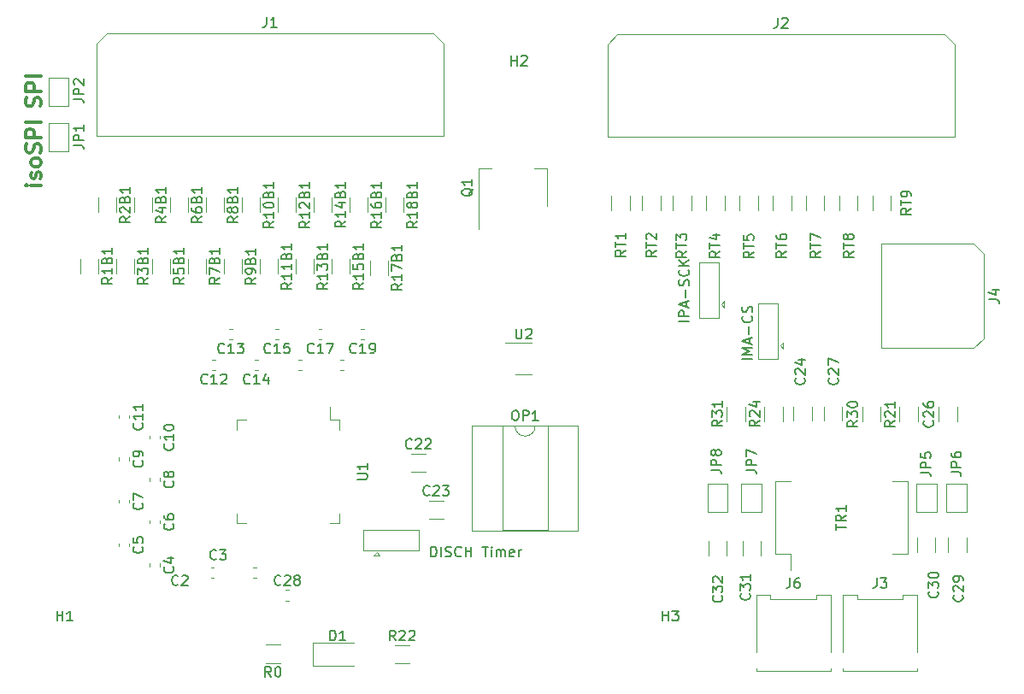
<source format=gbr>
%TF.GenerationSoftware,KiCad,Pcbnew,7.0.8*%
%TF.CreationDate,2024-05-16T20:38:27+02:00*%
%TF.ProjectId,FTCMS_V2,4654434d-535f-4563-922e-6b696361645f,rev?*%
%TF.SameCoordinates,Original*%
%TF.FileFunction,Legend,Top*%
%TF.FilePolarity,Positive*%
%FSLAX46Y46*%
G04 Gerber Fmt 4.6, Leading zero omitted, Abs format (unit mm)*
G04 Created by KiCad (PCBNEW 7.0.8) date 2024-05-16 20:38:27*
%MOMM*%
%LPD*%
G01*
G04 APERTURE LIST*
%ADD10C,0.300000*%
%ADD11C,0.150000*%
%ADD12C,0.120000*%
G04 APERTURE END LIST*
D10*
X102599400Y-105688917D02*
X102670828Y-105474632D01*
X102670828Y-105474632D02*
X102670828Y-105117489D01*
X102670828Y-105117489D02*
X102599400Y-104974632D01*
X102599400Y-104974632D02*
X102527971Y-104903203D01*
X102527971Y-104903203D02*
X102385114Y-104831774D01*
X102385114Y-104831774D02*
X102242257Y-104831774D01*
X102242257Y-104831774D02*
X102099400Y-104903203D01*
X102099400Y-104903203D02*
X102027971Y-104974632D01*
X102027971Y-104974632D02*
X101956542Y-105117489D01*
X101956542Y-105117489D02*
X101885114Y-105403203D01*
X101885114Y-105403203D02*
X101813685Y-105546060D01*
X101813685Y-105546060D02*
X101742257Y-105617489D01*
X101742257Y-105617489D02*
X101599400Y-105688917D01*
X101599400Y-105688917D02*
X101456542Y-105688917D01*
X101456542Y-105688917D02*
X101313685Y-105617489D01*
X101313685Y-105617489D02*
X101242257Y-105546060D01*
X101242257Y-105546060D02*
X101170828Y-105403203D01*
X101170828Y-105403203D02*
X101170828Y-105046060D01*
X101170828Y-105046060D02*
X101242257Y-104831774D01*
X102670828Y-104188918D02*
X101170828Y-104188918D01*
X101170828Y-104188918D02*
X101170828Y-103617489D01*
X101170828Y-103617489D02*
X101242257Y-103474632D01*
X101242257Y-103474632D02*
X101313685Y-103403203D01*
X101313685Y-103403203D02*
X101456542Y-103331775D01*
X101456542Y-103331775D02*
X101670828Y-103331775D01*
X101670828Y-103331775D02*
X101813685Y-103403203D01*
X101813685Y-103403203D02*
X101885114Y-103474632D01*
X101885114Y-103474632D02*
X101956542Y-103617489D01*
X101956542Y-103617489D02*
X101956542Y-104188918D01*
X102670828Y-102688918D02*
X101170828Y-102688918D01*
X102670828Y-113491489D02*
X101670828Y-113491489D01*
X101170828Y-113491489D02*
X101242257Y-113562917D01*
X101242257Y-113562917D02*
X101313685Y-113491489D01*
X101313685Y-113491489D02*
X101242257Y-113420060D01*
X101242257Y-113420060D02*
X101170828Y-113491489D01*
X101170828Y-113491489D02*
X101313685Y-113491489D01*
X102599400Y-112848631D02*
X102670828Y-112705774D01*
X102670828Y-112705774D02*
X102670828Y-112420060D01*
X102670828Y-112420060D02*
X102599400Y-112277203D01*
X102599400Y-112277203D02*
X102456542Y-112205774D01*
X102456542Y-112205774D02*
X102385114Y-112205774D01*
X102385114Y-112205774D02*
X102242257Y-112277203D01*
X102242257Y-112277203D02*
X102170828Y-112420060D01*
X102170828Y-112420060D02*
X102170828Y-112634346D01*
X102170828Y-112634346D02*
X102099400Y-112777203D01*
X102099400Y-112777203D02*
X101956542Y-112848631D01*
X101956542Y-112848631D02*
X101885114Y-112848631D01*
X101885114Y-112848631D02*
X101742257Y-112777203D01*
X101742257Y-112777203D02*
X101670828Y-112634346D01*
X101670828Y-112634346D02*
X101670828Y-112420060D01*
X101670828Y-112420060D02*
X101742257Y-112277203D01*
X102670828Y-111348631D02*
X102599400Y-111491488D01*
X102599400Y-111491488D02*
X102527971Y-111562917D01*
X102527971Y-111562917D02*
X102385114Y-111634345D01*
X102385114Y-111634345D02*
X101956542Y-111634345D01*
X101956542Y-111634345D02*
X101813685Y-111562917D01*
X101813685Y-111562917D02*
X101742257Y-111491488D01*
X101742257Y-111491488D02*
X101670828Y-111348631D01*
X101670828Y-111348631D02*
X101670828Y-111134345D01*
X101670828Y-111134345D02*
X101742257Y-110991488D01*
X101742257Y-110991488D02*
X101813685Y-110920060D01*
X101813685Y-110920060D02*
X101956542Y-110848631D01*
X101956542Y-110848631D02*
X102385114Y-110848631D01*
X102385114Y-110848631D02*
X102527971Y-110920060D01*
X102527971Y-110920060D02*
X102599400Y-110991488D01*
X102599400Y-110991488D02*
X102670828Y-111134345D01*
X102670828Y-111134345D02*
X102670828Y-111348631D01*
X102599400Y-110277202D02*
X102670828Y-110062917D01*
X102670828Y-110062917D02*
X102670828Y-109705774D01*
X102670828Y-109705774D02*
X102599400Y-109562917D01*
X102599400Y-109562917D02*
X102527971Y-109491488D01*
X102527971Y-109491488D02*
X102385114Y-109420059D01*
X102385114Y-109420059D02*
X102242257Y-109420059D01*
X102242257Y-109420059D02*
X102099400Y-109491488D01*
X102099400Y-109491488D02*
X102027971Y-109562917D01*
X102027971Y-109562917D02*
X101956542Y-109705774D01*
X101956542Y-109705774D02*
X101885114Y-109991488D01*
X101885114Y-109991488D02*
X101813685Y-110134345D01*
X101813685Y-110134345D02*
X101742257Y-110205774D01*
X101742257Y-110205774D02*
X101599400Y-110277202D01*
X101599400Y-110277202D02*
X101456542Y-110277202D01*
X101456542Y-110277202D02*
X101313685Y-110205774D01*
X101313685Y-110205774D02*
X101242257Y-110134345D01*
X101242257Y-110134345D02*
X101170828Y-109991488D01*
X101170828Y-109991488D02*
X101170828Y-109634345D01*
X101170828Y-109634345D02*
X101242257Y-109420059D01*
X102670828Y-108777203D02*
X101170828Y-108777203D01*
X101170828Y-108777203D02*
X101170828Y-108205774D01*
X101170828Y-108205774D02*
X101242257Y-108062917D01*
X101242257Y-108062917D02*
X101313685Y-107991488D01*
X101313685Y-107991488D02*
X101456542Y-107920060D01*
X101456542Y-107920060D02*
X101670828Y-107920060D01*
X101670828Y-107920060D02*
X101813685Y-107991488D01*
X101813685Y-107991488D02*
X101885114Y-108062917D01*
X101885114Y-108062917D02*
X101956542Y-108205774D01*
X101956542Y-108205774D02*
X101956542Y-108777203D01*
X102670828Y-107277203D02*
X101170828Y-107277203D01*
D11*
X112685980Y-144996366D02*
X112733600Y-145043985D01*
X112733600Y-145043985D02*
X112781219Y-145186842D01*
X112781219Y-145186842D02*
X112781219Y-145282080D01*
X112781219Y-145282080D02*
X112733600Y-145424937D01*
X112733600Y-145424937D02*
X112638361Y-145520175D01*
X112638361Y-145520175D02*
X112543123Y-145567794D01*
X112543123Y-145567794D02*
X112352647Y-145615413D01*
X112352647Y-145615413D02*
X112209790Y-145615413D01*
X112209790Y-145615413D02*
X112019314Y-145567794D01*
X112019314Y-145567794D02*
X111924076Y-145520175D01*
X111924076Y-145520175D02*
X111828838Y-145424937D01*
X111828838Y-145424937D02*
X111781219Y-145282080D01*
X111781219Y-145282080D02*
X111781219Y-145186842D01*
X111781219Y-145186842D02*
X111828838Y-145043985D01*
X111828838Y-145043985D02*
X111876457Y-144996366D01*
X111781219Y-144663032D02*
X111781219Y-143996366D01*
X111781219Y-143996366D02*
X112781219Y-144424937D01*
X141295238Y-150304819D02*
X141295238Y-149304819D01*
X141295238Y-149304819D02*
X141533333Y-149304819D01*
X141533333Y-149304819D02*
X141676190Y-149352438D01*
X141676190Y-149352438D02*
X141771428Y-149447676D01*
X141771428Y-149447676D02*
X141819047Y-149542914D01*
X141819047Y-149542914D02*
X141866666Y-149733390D01*
X141866666Y-149733390D02*
X141866666Y-149876247D01*
X141866666Y-149876247D02*
X141819047Y-150066723D01*
X141819047Y-150066723D02*
X141771428Y-150161961D01*
X141771428Y-150161961D02*
X141676190Y-150257200D01*
X141676190Y-150257200D02*
X141533333Y-150304819D01*
X141533333Y-150304819D02*
X141295238Y-150304819D01*
X142295238Y-150304819D02*
X142295238Y-149304819D01*
X142723809Y-150257200D02*
X142866666Y-150304819D01*
X142866666Y-150304819D02*
X143104761Y-150304819D01*
X143104761Y-150304819D02*
X143199999Y-150257200D01*
X143199999Y-150257200D02*
X143247618Y-150209580D01*
X143247618Y-150209580D02*
X143295237Y-150114342D01*
X143295237Y-150114342D02*
X143295237Y-150019104D01*
X143295237Y-150019104D02*
X143247618Y-149923866D01*
X143247618Y-149923866D02*
X143199999Y-149876247D01*
X143199999Y-149876247D02*
X143104761Y-149828628D01*
X143104761Y-149828628D02*
X142914285Y-149781009D01*
X142914285Y-149781009D02*
X142819047Y-149733390D01*
X142819047Y-149733390D02*
X142771428Y-149685771D01*
X142771428Y-149685771D02*
X142723809Y-149590533D01*
X142723809Y-149590533D02*
X142723809Y-149495295D01*
X142723809Y-149495295D02*
X142771428Y-149400057D01*
X142771428Y-149400057D02*
X142819047Y-149352438D01*
X142819047Y-149352438D02*
X142914285Y-149304819D01*
X142914285Y-149304819D02*
X143152380Y-149304819D01*
X143152380Y-149304819D02*
X143295237Y-149352438D01*
X144295237Y-150209580D02*
X144247618Y-150257200D01*
X144247618Y-150257200D02*
X144104761Y-150304819D01*
X144104761Y-150304819D02*
X144009523Y-150304819D01*
X144009523Y-150304819D02*
X143866666Y-150257200D01*
X143866666Y-150257200D02*
X143771428Y-150161961D01*
X143771428Y-150161961D02*
X143723809Y-150066723D01*
X143723809Y-150066723D02*
X143676190Y-149876247D01*
X143676190Y-149876247D02*
X143676190Y-149733390D01*
X143676190Y-149733390D02*
X143723809Y-149542914D01*
X143723809Y-149542914D02*
X143771428Y-149447676D01*
X143771428Y-149447676D02*
X143866666Y-149352438D01*
X143866666Y-149352438D02*
X144009523Y-149304819D01*
X144009523Y-149304819D02*
X144104761Y-149304819D01*
X144104761Y-149304819D02*
X144247618Y-149352438D01*
X144247618Y-149352438D02*
X144295237Y-149400057D01*
X144723809Y-150304819D02*
X144723809Y-149304819D01*
X144723809Y-149781009D02*
X145295237Y-149781009D01*
X145295237Y-150304819D02*
X145295237Y-149304819D01*
X146390476Y-149304819D02*
X146961904Y-149304819D01*
X146676190Y-150304819D02*
X146676190Y-149304819D01*
X147295238Y-150304819D02*
X147295238Y-149638152D01*
X147295238Y-149304819D02*
X147247619Y-149352438D01*
X147247619Y-149352438D02*
X147295238Y-149400057D01*
X147295238Y-149400057D02*
X147342857Y-149352438D01*
X147342857Y-149352438D02*
X147295238Y-149304819D01*
X147295238Y-149304819D02*
X147295238Y-149400057D01*
X147771428Y-150304819D02*
X147771428Y-149638152D01*
X147771428Y-149733390D02*
X147819047Y-149685771D01*
X147819047Y-149685771D02*
X147914285Y-149638152D01*
X147914285Y-149638152D02*
X148057142Y-149638152D01*
X148057142Y-149638152D02*
X148152380Y-149685771D01*
X148152380Y-149685771D02*
X148199999Y-149781009D01*
X148199999Y-149781009D02*
X148199999Y-150304819D01*
X148199999Y-149781009D02*
X148247618Y-149685771D01*
X148247618Y-149685771D02*
X148342856Y-149638152D01*
X148342856Y-149638152D02*
X148485713Y-149638152D01*
X148485713Y-149638152D02*
X148580952Y-149685771D01*
X148580952Y-149685771D02*
X148628571Y-149781009D01*
X148628571Y-149781009D02*
X148628571Y-150304819D01*
X149485713Y-150257200D02*
X149390475Y-150304819D01*
X149390475Y-150304819D02*
X149199999Y-150304819D01*
X149199999Y-150304819D02*
X149104761Y-150257200D01*
X149104761Y-150257200D02*
X149057142Y-150161961D01*
X149057142Y-150161961D02*
X149057142Y-149781009D01*
X149057142Y-149781009D02*
X149104761Y-149685771D01*
X149104761Y-149685771D02*
X149199999Y-149638152D01*
X149199999Y-149638152D02*
X149390475Y-149638152D01*
X149390475Y-149638152D02*
X149485713Y-149685771D01*
X149485713Y-149685771D02*
X149533332Y-149781009D01*
X149533332Y-149781009D02*
X149533332Y-149876247D01*
X149533332Y-149876247D02*
X149057142Y-149971485D01*
X149961904Y-150304819D02*
X149961904Y-149638152D01*
X149961904Y-149828628D02*
X150009523Y-149733390D01*
X150009523Y-149733390D02*
X150057142Y-149685771D01*
X150057142Y-149685771D02*
X150152380Y-149638152D01*
X150152380Y-149638152D02*
X150247618Y-149638152D01*
X115733980Y-151293366D02*
X115781600Y-151340985D01*
X115781600Y-151340985D02*
X115829219Y-151483842D01*
X115829219Y-151483842D02*
X115829219Y-151579080D01*
X115829219Y-151579080D02*
X115781600Y-151721937D01*
X115781600Y-151721937D02*
X115686361Y-151817175D01*
X115686361Y-151817175D02*
X115591123Y-151864794D01*
X115591123Y-151864794D02*
X115400647Y-151912413D01*
X115400647Y-151912413D02*
X115257790Y-151912413D01*
X115257790Y-151912413D02*
X115067314Y-151864794D01*
X115067314Y-151864794D02*
X114972076Y-151817175D01*
X114972076Y-151817175D02*
X114876838Y-151721937D01*
X114876838Y-151721937D02*
X114829219Y-151579080D01*
X114829219Y-151579080D02*
X114829219Y-151483842D01*
X114829219Y-151483842D02*
X114876838Y-151340985D01*
X114876838Y-151340985D02*
X114924457Y-151293366D01*
X115162552Y-150436223D02*
X115829219Y-150436223D01*
X114781600Y-150674318D02*
X115495885Y-150912413D01*
X115495885Y-150912413D02*
X115495885Y-150293366D01*
X105880819Y-104973333D02*
X106595104Y-104973333D01*
X106595104Y-104973333D02*
X106737961Y-105020952D01*
X106737961Y-105020952D02*
X106833200Y-105116190D01*
X106833200Y-105116190D02*
X106880819Y-105259047D01*
X106880819Y-105259047D02*
X106880819Y-105354285D01*
X106880819Y-104497142D02*
X105880819Y-104497142D01*
X105880819Y-104497142D02*
X105880819Y-104116190D01*
X105880819Y-104116190D02*
X105928438Y-104020952D01*
X105928438Y-104020952D02*
X105976057Y-103973333D01*
X105976057Y-103973333D02*
X106071295Y-103925714D01*
X106071295Y-103925714D02*
X106214152Y-103925714D01*
X106214152Y-103925714D02*
X106309390Y-103973333D01*
X106309390Y-103973333D02*
X106357009Y-104020952D01*
X106357009Y-104020952D02*
X106404628Y-104116190D01*
X106404628Y-104116190D02*
X106404628Y-104497142D01*
X105976057Y-103544761D02*
X105928438Y-103497142D01*
X105928438Y-103497142D02*
X105880819Y-103401904D01*
X105880819Y-103401904D02*
X105880819Y-103163809D01*
X105880819Y-103163809D02*
X105928438Y-103068571D01*
X105928438Y-103068571D02*
X105976057Y-103020952D01*
X105976057Y-103020952D02*
X106071295Y-102973333D01*
X106071295Y-102973333D02*
X106166533Y-102973333D01*
X106166533Y-102973333D02*
X106309390Y-103020952D01*
X106309390Y-103020952D02*
X106880819Y-103592380D01*
X106880819Y-103592380D02*
X106880819Y-102973333D01*
X178261180Y-132621257D02*
X178308800Y-132668876D01*
X178308800Y-132668876D02*
X178356419Y-132811733D01*
X178356419Y-132811733D02*
X178356419Y-132906971D01*
X178356419Y-132906971D02*
X178308800Y-133049828D01*
X178308800Y-133049828D02*
X178213561Y-133145066D01*
X178213561Y-133145066D02*
X178118323Y-133192685D01*
X178118323Y-133192685D02*
X177927847Y-133240304D01*
X177927847Y-133240304D02*
X177784990Y-133240304D01*
X177784990Y-133240304D02*
X177594514Y-133192685D01*
X177594514Y-133192685D02*
X177499276Y-133145066D01*
X177499276Y-133145066D02*
X177404038Y-133049828D01*
X177404038Y-133049828D02*
X177356419Y-132906971D01*
X177356419Y-132906971D02*
X177356419Y-132811733D01*
X177356419Y-132811733D02*
X177404038Y-132668876D01*
X177404038Y-132668876D02*
X177451657Y-132621257D01*
X177451657Y-132240304D02*
X177404038Y-132192685D01*
X177404038Y-132192685D02*
X177356419Y-132097447D01*
X177356419Y-132097447D02*
X177356419Y-131859352D01*
X177356419Y-131859352D02*
X177404038Y-131764114D01*
X177404038Y-131764114D02*
X177451657Y-131716495D01*
X177451657Y-131716495D02*
X177546895Y-131668876D01*
X177546895Y-131668876D02*
X177642133Y-131668876D01*
X177642133Y-131668876D02*
X177784990Y-131716495D01*
X177784990Y-131716495D02*
X178356419Y-132287923D01*
X178356419Y-132287923D02*
X178356419Y-131668876D01*
X177689752Y-130811733D02*
X178356419Y-130811733D01*
X177308800Y-131049828D02*
X178023085Y-131287923D01*
X178023085Y-131287923D02*
X178023085Y-130668876D01*
X139412742Y-139530380D02*
X139365123Y-139578000D01*
X139365123Y-139578000D02*
X139222266Y-139625619D01*
X139222266Y-139625619D02*
X139127028Y-139625619D01*
X139127028Y-139625619D02*
X138984171Y-139578000D01*
X138984171Y-139578000D02*
X138888933Y-139482761D01*
X138888933Y-139482761D02*
X138841314Y-139387523D01*
X138841314Y-139387523D02*
X138793695Y-139197047D01*
X138793695Y-139197047D02*
X138793695Y-139054190D01*
X138793695Y-139054190D02*
X138841314Y-138863714D01*
X138841314Y-138863714D02*
X138888933Y-138768476D01*
X138888933Y-138768476D02*
X138984171Y-138673238D01*
X138984171Y-138673238D02*
X139127028Y-138625619D01*
X139127028Y-138625619D02*
X139222266Y-138625619D01*
X139222266Y-138625619D02*
X139365123Y-138673238D01*
X139365123Y-138673238D02*
X139412742Y-138720857D01*
X139793695Y-138720857D02*
X139841314Y-138673238D01*
X139841314Y-138673238D02*
X139936552Y-138625619D01*
X139936552Y-138625619D02*
X140174647Y-138625619D01*
X140174647Y-138625619D02*
X140269885Y-138673238D01*
X140269885Y-138673238D02*
X140317504Y-138720857D01*
X140317504Y-138720857D02*
X140365123Y-138816095D01*
X140365123Y-138816095D02*
X140365123Y-138911333D01*
X140365123Y-138911333D02*
X140317504Y-139054190D01*
X140317504Y-139054190D02*
X139746076Y-139625619D01*
X139746076Y-139625619D02*
X140365123Y-139625619D01*
X140746076Y-138720857D02*
X140793695Y-138673238D01*
X140793695Y-138673238D02*
X140888933Y-138625619D01*
X140888933Y-138625619D02*
X141127028Y-138625619D01*
X141127028Y-138625619D02*
X141222266Y-138673238D01*
X141222266Y-138673238D02*
X141269885Y-138720857D01*
X141269885Y-138720857D02*
X141317504Y-138816095D01*
X141317504Y-138816095D02*
X141317504Y-138911333D01*
X141317504Y-138911333D02*
X141269885Y-139054190D01*
X141269885Y-139054190D02*
X140698457Y-139625619D01*
X140698457Y-139625619D02*
X141317504Y-139625619D01*
X120028333Y-150514580D02*
X119980714Y-150562200D01*
X119980714Y-150562200D02*
X119837857Y-150609819D01*
X119837857Y-150609819D02*
X119742619Y-150609819D01*
X119742619Y-150609819D02*
X119599762Y-150562200D01*
X119599762Y-150562200D02*
X119504524Y-150466961D01*
X119504524Y-150466961D02*
X119456905Y-150371723D01*
X119456905Y-150371723D02*
X119409286Y-150181247D01*
X119409286Y-150181247D02*
X119409286Y-150038390D01*
X119409286Y-150038390D02*
X119456905Y-149847914D01*
X119456905Y-149847914D02*
X119504524Y-149752676D01*
X119504524Y-149752676D02*
X119599762Y-149657438D01*
X119599762Y-149657438D02*
X119742619Y-149609819D01*
X119742619Y-149609819D02*
X119837857Y-149609819D01*
X119837857Y-149609819D02*
X119980714Y-149657438D01*
X119980714Y-149657438D02*
X120028333Y-149705057D01*
X120361667Y-149609819D02*
X120980714Y-149609819D01*
X120980714Y-149609819D02*
X120647381Y-149990771D01*
X120647381Y-149990771D02*
X120790238Y-149990771D01*
X120790238Y-149990771D02*
X120885476Y-150038390D01*
X120885476Y-150038390D02*
X120933095Y-150086009D01*
X120933095Y-150086009D02*
X120980714Y-150181247D01*
X120980714Y-150181247D02*
X120980714Y-150419342D01*
X120980714Y-150419342D02*
X120933095Y-150514580D01*
X120933095Y-150514580D02*
X120885476Y-150562200D01*
X120885476Y-150562200D02*
X120790238Y-150609819D01*
X120790238Y-150609819D02*
X120504524Y-150609819D01*
X120504524Y-150609819D02*
X120409286Y-150562200D01*
X120409286Y-150562200D02*
X120361667Y-150514580D01*
X179854819Y-120047619D02*
X179378628Y-120380952D01*
X179854819Y-120619047D02*
X178854819Y-120619047D01*
X178854819Y-120619047D02*
X178854819Y-120238095D01*
X178854819Y-120238095D02*
X178902438Y-120142857D01*
X178902438Y-120142857D02*
X178950057Y-120095238D01*
X178950057Y-120095238D02*
X179045295Y-120047619D01*
X179045295Y-120047619D02*
X179188152Y-120047619D01*
X179188152Y-120047619D02*
X179283390Y-120095238D01*
X179283390Y-120095238D02*
X179331009Y-120142857D01*
X179331009Y-120142857D02*
X179378628Y-120238095D01*
X179378628Y-120238095D02*
X179378628Y-120619047D01*
X178854819Y-119761904D02*
X178854819Y-119190476D01*
X179854819Y-119476190D02*
X178854819Y-119476190D01*
X178854819Y-118952380D02*
X178854819Y-118285714D01*
X178854819Y-118285714D02*
X179854819Y-118714285D01*
X172825580Y-153957257D02*
X172873200Y-154004876D01*
X172873200Y-154004876D02*
X172920819Y-154147733D01*
X172920819Y-154147733D02*
X172920819Y-154242971D01*
X172920819Y-154242971D02*
X172873200Y-154385828D01*
X172873200Y-154385828D02*
X172777961Y-154481066D01*
X172777961Y-154481066D02*
X172682723Y-154528685D01*
X172682723Y-154528685D02*
X172492247Y-154576304D01*
X172492247Y-154576304D02*
X172349390Y-154576304D01*
X172349390Y-154576304D02*
X172158914Y-154528685D01*
X172158914Y-154528685D02*
X172063676Y-154481066D01*
X172063676Y-154481066D02*
X171968438Y-154385828D01*
X171968438Y-154385828D02*
X171920819Y-154242971D01*
X171920819Y-154242971D02*
X171920819Y-154147733D01*
X171920819Y-154147733D02*
X171968438Y-154004876D01*
X171968438Y-154004876D02*
X172016057Y-153957257D01*
X171920819Y-153623923D02*
X171920819Y-153004876D01*
X171920819Y-153004876D02*
X172301771Y-153338209D01*
X172301771Y-153338209D02*
X172301771Y-153195352D01*
X172301771Y-153195352D02*
X172349390Y-153100114D01*
X172349390Y-153100114D02*
X172397009Y-153052495D01*
X172397009Y-153052495D02*
X172492247Y-153004876D01*
X172492247Y-153004876D02*
X172730342Y-153004876D01*
X172730342Y-153004876D02*
X172825580Y-153052495D01*
X172825580Y-153052495D02*
X172873200Y-153100114D01*
X172873200Y-153100114D02*
X172920819Y-153195352D01*
X172920819Y-153195352D02*
X172920819Y-153481066D01*
X172920819Y-153481066D02*
X172873200Y-153576304D01*
X172873200Y-153576304D02*
X172825580Y-153623923D01*
X172920819Y-152052495D02*
X172920819Y-152623923D01*
X172920819Y-152338209D02*
X171920819Y-152338209D01*
X171920819Y-152338209D02*
X172063676Y-152433447D01*
X172063676Y-152433447D02*
X172158914Y-152528685D01*
X172158914Y-152528685D02*
X172206533Y-152623923D01*
X183546819Y-136837657D02*
X183070628Y-137170990D01*
X183546819Y-137409085D02*
X182546819Y-137409085D01*
X182546819Y-137409085D02*
X182546819Y-137028133D01*
X182546819Y-137028133D02*
X182594438Y-136932895D01*
X182594438Y-136932895D02*
X182642057Y-136885276D01*
X182642057Y-136885276D02*
X182737295Y-136837657D01*
X182737295Y-136837657D02*
X182880152Y-136837657D01*
X182880152Y-136837657D02*
X182975390Y-136885276D01*
X182975390Y-136885276D02*
X183023009Y-136932895D01*
X183023009Y-136932895D02*
X183070628Y-137028133D01*
X183070628Y-137028133D02*
X183070628Y-137409085D01*
X182546819Y-136504323D02*
X182546819Y-135885276D01*
X182546819Y-135885276D02*
X182927771Y-136218609D01*
X182927771Y-136218609D02*
X182927771Y-136075752D01*
X182927771Y-136075752D02*
X182975390Y-135980514D01*
X182975390Y-135980514D02*
X183023009Y-135932895D01*
X183023009Y-135932895D02*
X183118247Y-135885276D01*
X183118247Y-135885276D02*
X183356342Y-135885276D01*
X183356342Y-135885276D02*
X183451580Y-135932895D01*
X183451580Y-135932895D02*
X183499200Y-135980514D01*
X183499200Y-135980514D02*
X183546819Y-136075752D01*
X183546819Y-136075752D02*
X183546819Y-136361466D01*
X183546819Y-136361466D02*
X183499200Y-136456704D01*
X183499200Y-136456704D02*
X183451580Y-136504323D01*
X182546819Y-135266228D02*
X182546819Y-135170990D01*
X182546819Y-135170990D02*
X182594438Y-135075752D01*
X182594438Y-135075752D02*
X182642057Y-135028133D01*
X182642057Y-135028133D02*
X182737295Y-134980514D01*
X182737295Y-134980514D02*
X182927771Y-134932895D01*
X182927771Y-134932895D02*
X183165866Y-134932895D01*
X183165866Y-134932895D02*
X183356342Y-134980514D01*
X183356342Y-134980514D02*
X183451580Y-135028133D01*
X183451580Y-135028133D02*
X183499200Y-135075752D01*
X183499200Y-135075752D02*
X183546819Y-135170990D01*
X183546819Y-135170990D02*
X183546819Y-135266228D01*
X183546819Y-135266228D02*
X183499200Y-135361466D01*
X183499200Y-135361466D02*
X183451580Y-135409085D01*
X183451580Y-135409085D02*
X183356342Y-135456704D01*
X183356342Y-135456704D02*
X183165866Y-135504323D01*
X183165866Y-135504323D02*
X182927771Y-135504323D01*
X182927771Y-135504323D02*
X182737295Y-135456704D01*
X182737295Y-135456704D02*
X182642057Y-135409085D01*
X182642057Y-135409085D02*
X182594438Y-135361466D01*
X182594438Y-135361466D02*
X182546819Y-135266228D01*
X125718819Y-117088047D02*
X125242628Y-117421380D01*
X125718819Y-117659475D02*
X124718819Y-117659475D01*
X124718819Y-117659475D02*
X124718819Y-117278523D01*
X124718819Y-117278523D02*
X124766438Y-117183285D01*
X124766438Y-117183285D02*
X124814057Y-117135666D01*
X124814057Y-117135666D02*
X124909295Y-117088047D01*
X124909295Y-117088047D02*
X125052152Y-117088047D01*
X125052152Y-117088047D02*
X125147390Y-117135666D01*
X125147390Y-117135666D02*
X125195009Y-117183285D01*
X125195009Y-117183285D02*
X125242628Y-117278523D01*
X125242628Y-117278523D02*
X125242628Y-117659475D01*
X125718819Y-116135666D02*
X125718819Y-116707094D01*
X125718819Y-116421380D02*
X124718819Y-116421380D01*
X124718819Y-116421380D02*
X124861676Y-116516618D01*
X124861676Y-116516618D02*
X124956914Y-116611856D01*
X124956914Y-116611856D02*
X125004533Y-116707094D01*
X124718819Y-115516618D02*
X124718819Y-115421380D01*
X124718819Y-115421380D02*
X124766438Y-115326142D01*
X124766438Y-115326142D02*
X124814057Y-115278523D01*
X124814057Y-115278523D02*
X124909295Y-115230904D01*
X124909295Y-115230904D02*
X125099771Y-115183285D01*
X125099771Y-115183285D02*
X125337866Y-115183285D01*
X125337866Y-115183285D02*
X125528342Y-115230904D01*
X125528342Y-115230904D02*
X125623580Y-115278523D01*
X125623580Y-115278523D02*
X125671200Y-115326142D01*
X125671200Y-115326142D02*
X125718819Y-115421380D01*
X125718819Y-115421380D02*
X125718819Y-115516618D01*
X125718819Y-115516618D02*
X125671200Y-115611856D01*
X125671200Y-115611856D02*
X125623580Y-115659475D01*
X125623580Y-115659475D02*
X125528342Y-115707094D01*
X125528342Y-115707094D02*
X125337866Y-115754713D01*
X125337866Y-115754713D02*
X125099771Y-115754713D01*
X125099771Y-115754713D02*
X124909295Y-115707094D01*
X124909295Y-115707094D02*
X124814057Y-115659475D01*
X124814057Y-115659475D02*
X124766438Y-115611856D01*
X124766438Y-115611856D02*
X124718819Y-115516618D01*
X125195009Y-114421380D02*
X125242628Y-114278523D01*
X125242628Y-114278523D02*
X125290247Y-114230904D01*
X125290247Y-114230904D02*
X125385485Y-114183285D01*
X125385485Y-114183285D02*
X125528342Y-114183285D01*
X125528342Y-114183285D02*
X125623580Y-114230904D01*
X125623580Y-114230904D02*
X125671200Y-114278523D01*
X125671200Y-114278523D02*
X125718819Y-114373761D01*
X125718819Y-114373761D02*
X125718819Y-114754713D01*
X125718819Y-114754713D02*
X124718819Y-114754713D01*
X124718819Y-114754713D02*
X124718819Y-114421380D01*
X124718819Y-114421380D02*
X124766438Y-114326142D01*
X124766438Y-114326142D02*
X124814057Y-114278523D01*
X124814057Y-114278523D02*
X124909295Y-114230904D01*
X124909295Y-114230904D02*
X125004533Y-114230904D01*
X125004533Y-114230904D02*
X125099771Y-114278523D01*
X125099771Y-114278523D02*
X125147390Y-114326142D01*
X125147390Y-114326142D02*
X125195009Y-114421380D01*
X125195009Y-114421380D02*
X125195009Y-114754713D01*
X125718819Y-113230904D02*
X125718819Y-113802332D01*
X125718819Y-113516618D02*
X124718819Y-113516618D01*
X124718819Y-113516618D02*
X124861676Y-113611856D01*
X124861676Y-113611856D02*
X124956914Y-113707094D01*
X124956914Y-113707094D02*
X125004533Y-113802332D01*
X115733980Y-142810866D02*
X115781600Y-142858485D01*
X115781600Y-142858485D02*
X115829219Y-143001342D01*
X115829219Y-143001342D02*
X115829219Y-143096580D01*
X115829219Y-143096580D02*
X115781600Y-143239437D01*
X115781600Y-143239437D02*
X115686361Y-143334675D01*
X115686361Y-143334675D02*
X115591123Y-143382294D01*
X115591123Y-143382294D02*
X115400647Y-143429913D01*
X115400647Y-143429913D02*
X115257790Y-143429913D01*
X115257790Y-143429913D02*
X115067314Y-143382294D01*
X115067314Y-143382294D02*
X114972076Y-143334675D01*
X114972076Y-143334675D02*
X114876838Y-143239437D01*
X114876838Y-143239437D02*
X114829219Y-143096580D01*
X114829219Y-143096580D02*
X114829219Y-143001342D01*
X114829219Y-143001342D02*
X114876838Y-142858485D01*
X114876838Y-142858485D02*
X114924457Y-142810866D01*
X115257790Y-142239437D02*
X115210171Y-142334675D01*
X115210171Y-142334675D02*
X115162552Y-142382294D01*
X115162552Y-142382294D02*
X115067314Y-142429913D01*
X115067314Y-142429913D02*
X115019695Y-142429913D01*
X115019695Y-142429913D02*
X114924457Y-142382294D01*
X114924457Y-142382294D02*
X114876838Y-142334675D01*
X114876838Y-142334675D02*
X114829219Y-142239437D01*
X114829219Y-142239437D02*
X114829219Y-142048961D01*
X114829219Y-142048961D02*
X114876838Y-141953723D01*
X114876838Y-141953723D02*
X114924457Y-141906104D01*
X114924457Y-141906104D02*
X115019695Y-141858485D01*
X115019695Y-141858485D02*
X115067314Y-141858485D01*
X115067314Y-141858485D02*
X115162552Y-141906104D01*
X115162552Y-141906104D02*
X115210171Y-141953723D01*
X115210171Y-141953723D02*
X115257790Y-142048961D01*
X115257790Y-142048961D02*
X115257790Y-142239437D01*
X115257790Y-142239437D02*
X115305409Y-142334675D01*
X115305409Y-142334675D02*
X115353028Y-142382294D01*
X115353028Y-142382294D02*
X115448266Y-142429913D01*
X115448266Y-142429913D02*
X115638742Y-142429913D01*
X115638742Y-142429913D02*
X115733980Y-142382294D01*
X115733980Y-142382294D02*
X115781600Y-142334675D01*
X115781600Y-142334675D02*
X115829219Y-142239437D01*
X115829219Y-142239437D02*
X115829219Y-142048961D01*
X115829219Y-142048961D02*
X115781600Y-141953723D01*
X115781600Y-141953723D02*
X115733980Y-141906104D01*
X115733980Y-141906104D02*
X115638742Y-141858485D01*
X115638742Y-141858485D02*
X115448266Y-141858485D01*
X115448266Y-141858485D02*
X115353028Y-141906104D01*
X115353028Y-141906104D02*
X115305409Y-141953723D01*
X115305409Y-141953723D02*
X115257790Y-142048961D01*
X119144642Y-133107580D02*
X119097023Y-133155200D01*
X119097023Y-133155200D02*
X118954166Y-133202819D01*
X118954166Y-133202819D02*
X118858928Y-133202819D01*
X118858928Y-133202819D02*
X118716071Y-133155200D01*
X118716071Y-133155200D02*
X118620833Y-133059961D01*
X118620833Y-133059961D02*
X118573214Y-132964723D01*
X118573214Y-132964723D02*
X118525595Y-132774247D01*
X118525595Y-132774247D02*
X118525595Y-132631390D01*
X118525595Y-132631390D02*
X118573214Y-132440914D01*
X118573214Y-132440914D02*
X118620833Y-132345676D01*
X118620833Y-132345676D02*
X118716071Y-132250438D01*
X118716071Y-132250438D02*
X118858928Y-132202819D01*
X118858928Y-132202819D02*
X118954166Y-132202819D01*
X118954166Y-132202819D02*
X119097023Y-132250438D01*
X119097023Y-132250438D02*
X119144642Y-132298057D01*
X120097023Y-133202819D02*
X119525595Y-133202819D01*
X119811309Y-133202819D02*
X119811309Y-132202819D01*
X119811309Y-132202819D02*
X119716071Y-132345676D01*
X119716071Y-132345676D02*
X119620833Y-132440914D01*
X119620833Y-132440914D02*
X119525595Y-132488533D01*
X120477976Y-132298057D02*
X120525595Y-132250438D01*
X120525595Y-132250438D02*
X120620833Y-132202819D01*
X120620833Y-132202819D02*
X120858928Y-132202819D01*
X120858928Y-132202819D02*
X120954166Y-132250438D01*
X120954166Y-132250438D02*
X121001785Y-132298057D01*
X121001785Y-132298057D02*
X121049404Y-132393295D01*
X121049404Y-132393295D02*
X121049404Y-132488533D01*
X121049404Y-132488533D02*
X121001785Y-132631390D01*
X121001785Y-132631390D02*
X120430357Y-133202819D01*
X120430357Y-133202819D02*
X121049404Y-133202819D01*
X170135619Y-136786857D02*
X169659428Y-137120190D01*
X170135619Y-137358285D02*
X169135619Y-137358285D01*
X169135619Y-137358285D02*
X169135619Y-136977333D01*
X169135619Y-136977333D02*
X169183238Y-136882095D01*
X169183238Y-136882095D02*
X169230857Y-136834476D01*
X169230857Y-136834476D02*
X169326095Y-136786857D01*
X169326095Y-136786857D02*
X169468952Y-136786857D01*
X169468952Y-136786857D02*
X169564190Y-136834476D01*
X169564190Y-136834476D02*
X169611809Y-136882095D01*
X169611809Y-136882095D02*
X169659428Y-136977333D01*
X169659428Y-136977333D02*
X169659428Y-137358285D01*
X169135619Y-136453523D02*
X169135619Y-135834476D01*
X169135619Y-135834476D02*
X169516571Y-136167809D01*
X169516571Y-136167809D02*
X169516571Y-136024952D01*
X169516571Y-136024952D02*
X169564190Y-135929714D01*
X169564190Y-135929714D02*
X169611809Y-135882095D01*
X169611809Y-135882095D02*
X169707047Y-135834476D01*
X169707047Y-135834476D02*
X169945142Y-135834476D01*
X169945142Y-135834476D02*
X170040380Y-135882095D01*
X170040380Y-135882095D02*
X170088000Y-135929714D01*
X170088000Y-135929714D02*
X170135619Y-136024952D01*
X170135619Y-136024952D02*
X170135619Y-136310666D01*
X170135619Y-136310666D02*
X170088000Y-136405904D01*
X170088000Y-136405904D02*
X170040380Y-136453523D01*
X170135619Y-134882095D02*
X170135619Y-135453523D01*
X170135619Y-135167809D02*
X169135619Y-135167809D01*
X169135619Y-135167809D02*
X169278476Y-135263047D01*
X169278476Y-135263047D02*
X169373714Y-135358285D01*
X169373714Y-135358285D02*
X169421333Y-135453523D01*
X123940819Y-122681857D02*
X123464628Y-123015190D01*
X123940819Y-123253285D02*
X122940819Y-123253285D01*
X122940819Y-123253285D02*
X122940819Y-122872333D01*
X122940819Y-122872333D02*
X122988438Y-122777095D01*
X122988438Y-122777095D02*
X123036057Y-122729476D01*
X123036057Y-122729476D02*
X123131295Y-122681857D01*
X123131295Y-122681857D02*
X123274152Y-122681857D01*
X123274152Y-122681857D02*
X123369390Y-122729476D01*
X123369390Y-122729476D02*
X123417009Y-122777095D01*
X123417009Y-122777095D02*
X123464628Y-122872333D01*
X123464628Y-122872333D02*
X123464628Y-123253285D01*
X123940819Y-122205666D02*
X123940819Y-122015190D01*
X123940819Y-122015190D02*
X123893200Y-121919952D01*
X123893200Y-121919952D02*
X123845580Y-121872333D01*
X123845580Y-121872333D02*
X123702723Y-121777095D01*
X123702723Y-121777095D02*
X123512247Y-121729476D01*
X123512247Y-121729476D02*
X123131295Y-121729476D01*
X123131295Y-121729476D02*
X123036057Y-121777095D01*
X123036057Y-121777095D02*
X122988438Y-121824714D01*
X122988438Y-121824714D02*
X122940819Y-121919952D01*
X122940819Y-121919952D02*
X122940819Y-122110428D01*
X122940819Y-122110428D02*
X122988438Y-122205666D01*
X122988438Y-122205666D02*
X123036057Y-122253285D01*
X123036057Y-122253285D02*
X123131295Y-122300904D01*
X123131295Y-122300904D02*
X123369390Y-122300904D01*
X123369390Y-122300904D02*
X123464628Y-122253285D01*
X123464628Y-122253285D02*
X123512247Y-122205666D01*
X123512247Y-122205666D02*
X123559866Y-122110428D01*
X123559866Y-122110428D02*
X123559866Y-121919952D01*
X123559866Y-121919952D02*
X123512247Y-121824714D01*
X123512247Y-121824714D02*
X123464628Y-121777095D01*
X123464628Y-121777095D02*
X123369390Y-121729476D01*
X123417009Y-120967571D02*
X123464628Y-120824714D01*
X123464628Y-120824714D02*
X123512247Y-120777095D01*
X123512247Y-120777095D02*
X123607485Y-120729476D01*
X123607485Y-120729476D02*
X123750342Y-120729476D01*
X123750342Y-120729476D02*
X123845580Y-120777095D01*
X123845580Y-120777095D02*
X123893200Y-120824714D01*
X123893200Y-120824714D02*
X123940819Y-120919952D01*
X123940819Y-120919952D02*
X123940819Y-121300904D01*
X123940819Y-121300904D02*
X122940819Y-121300904D01*
X122940819Y-121300904D02*
X122940819Y-120967571D01*
X122940819Y-120967571D02*
X122988438Y-120872333D01*
X122988438Y-120872333D02*
X123036057Y-120824714D01*
X123036057Y-120824714D02*
X123131295Y-120777095D01*
X123131295Y-120777095D02*
X123226533Y-120777095D01*
X123226533Y-120777095D02*
X123321771Y-120824714D01*
X123321771Y-120824714D02*
X123369390Y-120872333D01*
X123369390Y-120872333D02*
X123417009Y-120967571D01*
X123417009Y-120967571D02*
X123417009Y-121300904D01*
X123940819Y-119777095D02*
X123940819Y-120348523D01*
X123940819Y-120062809D02*
X122940819Y-120062809D01*
X122940819Y-120062809D02*
X123083676Y-120158047D01*
X123083676Y-120158047D02*
X123178914Y-120253285D01*
X123178914Y-120253285D02*
X123226533Y-120348523D01*
X166854819Y-126973808D02*
X165854819Y-126973808D01*
X166854819Y-126497618D02*
X165854819Y-126497618D01*
X165854819Y-126497618D02*
X165854819Y-126116666D01*
X165854819Y-126116666D02*
X165902438Y-126021428D01*
X165902438Y-126021428D02*
X165950057Y-125973809D01*
X165950057Y-125973809D02*
X166045295Y-125926190D01*
X166045295Y-125926190D02*
X166188152Y-125926190D01*
X166188152Y-125926190D02*
X166283390Y-125973809D01*
X166283390Y-125973809D02*
X166331009Y-126021428D01*
X166331009Y-126021428D02*
X166378628Y-126116666D01*
X166378628Y-126116666D02*
X166378628Y-126497618D01*
X166569104Y-125545237D02*
X166569104Y-125069047D01*
X166854819Y-125640475D02*
X165854819Y-125307142D01*
X165854819Y-125307142D02*
X166854819Y-124973809D01*
X166473866Y-124640475D02*
X166473866Y-123878571D01*
X166807200Y-123449999D02*
X166854819Y-123307142D01*
X166854819Y-123307142D02*
X166854819Y-123069047D01*
X166854819Y-123069047D02*
X166807200Y-122973809D01*
X166807200Y-122973809D02*
X166759580Y-122926190D01*
X166759580Y-122926190D02*
X166664342Y-122878571D01*
X166664342Y-122878571D02*
X166569104Y-122878571D01*
X166569104Y-122878571D02*
X166473866Y-122926190D01*
X166473866Y-122926190D02*
X166426247Y-122973809D01*
X166426247Y-122973809D02*
X166378628Y-123069047D01*
X166378628Y-123069047D02*
X166331009Y-123259523D01*
X166331009Y-123259523D02*
X166283390Y-123354761D01*
X166283390Y-123354761D02*
X166235771Y-123402380D01*
X166235771Y-123402380D02*
X166140533Y-123449999D01*
X166140533Y-123449999D02*
X166045295Y-123449999D01*
X166045295Y-123449999D02*
X165950057Y-123402380D01*
X165950057Y-123402380D02*
X165902438Y-123354761D01*
X165902438Y-123354761D02*
X165854819Y-123259523D01*
X165854819Y-123259523D02*
X165854819Y-123021428D01*
X165854819Y-123021428D02*
X165902438Y-122878571D01*
X166759580Y-121878571D02*
X166807200Y-121926190D01*
X166807200Y-121926190D02*
X166854819Y-122069047D01*
X166854819Y-122069047D02*
X166854819Y-122164285D01*
X166854819Y-122164285D02*
X166807200Y-122307142D01*
X166807200Y-122307142D02*
X166711961Y-122402380D01*
X166711961Y-122402380D02*
X166616723Y-122449999D01*
X166616723Y-122449999D02*
X166426247Y-122497618D01*
X166426247Y-122497618D02*
X166283390Y-122497618D01*
X166283390Y-122497618D02*
X166092914Y-122449999D01*
X166092914Y-122449999D02*
X165997676Y-122402380D01*
X165997676Y-122402380D02*
X165902438Y-122307142D01*
X165902438Y-122307142D02*
X165854819Y-122164285D01*
X165854819Y-122164285D02*
X165854819Y-122069047D01*
X165854819Y-122069047D02*
X165902438Y-121926190D01*
X165902438Y-121926190D02*
X165950057Y-121878571D01*
X166854819Y-121449999D02*
X165854819Y-121449999D01*
X166854819Y-120878571D02*
X166283390Y-121307142D01*
X165854819Y-120878571D02*
X166426247Y-121449999D01*
X192799619Y-141918733D02*
X193513904Y-141918733D01*
X193513904Y-141918733D02*
X193656761Y-141966352D01*
X193656761Y-141966352D02*
X193752000Y-142061590D01*
X193752000Y-142061590D02*
X193799619Y-142204447D01*
X193799619Y-142204447D02*
X193799619Y-142299685D01*
X193799619Y-141442542D02*
X192799619Y-141442542D01*
X192799619Y-141442542D02*
X192799619Y-141061590D01*
X192799619Y-141061590D02*
X192847238Y-140966352D01*
X192847238Y-140966352D02*
X192894857Y-140918733D01*
X192894857Y-140918733D02*
X192990095Y-140871114D01*
X192990095Y-140871114D02*
X193132952Y-140871114D01*
X193132952Y-140871114D02*
X193228190Y-140918733D01*
X193228190Y-140918733D02*
X193275809Y-140966352D01*
X193275809Y-140966352D02*
X193323428Y-141061590D01*
X193323428Y-141061590D02*
X193323428Y-141442542D01*
X192799619Y-140013971D02*
X192799619Y-140204447D01*
X192799619Y-140204447D02*
X192847238Y-140299685D01*
X192847238Y-140299685D02*
X192894857Y-140347304D01*
X192894857Y-140347304D02*
X193037714Y-140442542D01*
X193037714Y-140442542D02*
X193228190Y-140490161D01*
X193228190Y-140490161D02*
X193609142Y-140490161D01*
X193609142Y-140490161D02*
X193704380Y-140442542D01*
X193704380Y-140442542D02*
X193752000Y-140394923D01*
X193752000Y-140394923D02*
X193799619Y-140299685D01*
X193799619Y-140299685D02*
X193799619Y-140109209D01*
X193799619Y-140109209D02*
X193752000Y-140013971D01*
X193752000Y-140013971D02*
X193704380Y-139966352D01*
X193704380Y-139966352D02*
X193609142Y-139918733D01*
X193609142Y-139918733D02*
X193371047Y-139918733D01*
X193371047Y-139918733D02*
X193275809Y-139966352D01*
X193275809Y-139966352D02*
X193228190Y-140013971D01*
X193228190Y-140013971D02*
X193180571Y-140109209D01*
X193180571Y-140109209D02*
X193180571Y-140299685D01*
X193180571Y-140299685D02*
X193228190Y-140394923D01*
X193228190Y-140394923D02*
X193275809Y-140442542D01*
X193275809Y-140442542D02*
X193371047Y-140490161D01*
X111494819Y-116611857D02*
X111018628Y-116945190D01*
X111494819Y-117183285D02*
X110494819Y-117183285D01*
X110494819Y-117183285D02*
X110494819Y-116802333D01*
X110494819Y-116802333D02*
X110542438Y-116707095D01*
X110542438Y-116707095D02*
X110590057Y-116659476D01*
X110590057Y-116659476D02*
X110685295Y-116611857D01*
X110685295Y-116611857D02*
X110828152Y-116611857D01*
X110828152Y-116611857D02*
X110923390Y-116659476D01*
X110923390Y-116659476D02*
X110971009Y-116707095D01*
X110971009Y-116707095D02*
X111018628Y-116802333D01*
X111018628Y-116802333D02*
X111018628Y-117183285D01*
X110590057Y-116230904D02*
X110542438Y-116183285D01*
X110542438Y-116183285D02*
X110494819Y-116088047D01*
X110494819Y-116088047D02*
X110494819Y-115849952D01*
X110494819Y-115849952D02*
X110542438Y-115754714D01*
X110542438Y-115754714D02*
X110590057Y-115707095D01*
X110590057Y-115707095D02*
X110685295Y-115659476D01*
X110685295Y-115659476D02*
X110780533Y-115659476D01*
X110780533Y-115659476D02*
X110923390Y-115707095D01*
X110923390Y-115707095D02*
X111494819Y-116278523D01*
X111494819Y-116278523D02*
X111494819Y-115659476D01*
X110971009Y-114897571D02*
X111018628Y-114754714D01*
X111018628Y-114754714D02*
X111066247Y-114707095D01*
X111066247Y-114707095D02*
X111161485Y-114659476D01*
X111161485Y-114659476D02*
X111304342Y-114659476D01*
X111304342Y-114659476D02*
X111399580Y-114707095D01*
X111399580Y-114707095D02*
X111447200Y-114754714D01*
X111447200Y-114754714D02*
X111494819Y-114849952D01*
X111494819Y-114849952D02*
X111494819Y-115230904D01*
X111494819Y-115230904D02*
X110494819Y-115230904D01*
X110494819Y-115230904D02*
X110494819Y-114897571D01*
X110494819Y-114897571D02*
X110542438Y-114802333D01*
X110542438Y-114802333D02*
X110590057Y-114754714D01*
X110590057Y-114754714D02*
X110685295Y-114707095D01*
X110685295Y-114707095D02*
X110780533Y-114707095D01*
X110780533Y-114707095D02*
X110875771Y-114754714D01*
X110875771Y-114754714D02*
X110923390Y-114802333D01*
X110923390Y-114802333D02*
X110971009Y-114897571D01*
X110971009Y-114897571D02*
X110971009Y-115230904D01*
X111494819Y-113707095D02*
X111494819Y-114278523D01*
X111494819Y-113992809D02*
X110494819Y-113992809D01*
X110494819Y-113992809D02*
X110637676Y-114088047D01*
X110637676Y-114088047D02*
X110732914Y-114183285D01*
X110732914Y-114183285D02*
X110780533Y-114278523D01*
X149238095Y-101654819D02*
X149238095Y-100654819D01*
X149238095Y-101131009D02*
X149809523Y-101131009D01*
X149809523Y-101654819D02*
X149809523Y-100654819D01*
X150238095Y-100750057D02*
X150285714Y-100702438D01*
X150285714Y-100702438D02*
X150380952Y-100654819D01*
X150380952Y-100654819D02*
X150619047Y-100654819D01*
X150619047Y-100654819D02*
X150714285Y-100702438D01*
X150714285Y-100702438D02*
X150761904Y-100750057D01*
X150761904Y-100750057D02*
X150809523Y-100845295D01*
X150809523Y-100845295D02*
X150809523Y-100940533D01*
X150809523Y-100940533D02*
X150761904Y-101083390D01*
X150761904Y-101083390D02*
X150190476Y-101654819D01*
X150190476Y-101654819D02*
X150809523Y-101654819D01*
X133876642Y-130059580D02*
X133829023Y-130107200D01*
X133829023Y-130107200D02*
X133686166Y-130154819D01*
X133686166Y-130154819D02*
X133590928Y-130154819D01*
X133590928Y-130154819D02*
X133448071Y-130107200D01*
X133448071Y-130107200D02*
X133352833Y-130011961D01*
X133352833Y-130011961D02*
X133305214Y-129916723D01*
X133305214Y-129916723D02*
X133257595Y-129726247D01*
X133257595Y-129726247D02*
X133257595Y-129583390D01*
X133257595Y-129583390D02*
X133305214Y-129392914D01*
X133305214Y-129392914D02*
X133352833Y-129297676D01*
X133352833Y-129297676D02*
X133448071Y-129202438D01*
X133448071Y-129202438D02*
X133590928Y-129154819D01*
X133590928Y-129154819D02*
X133686166Y-129154819D01*
X133686166Y-129154819D02*
X133829023Y-129202438D01*
X133829023Y-129202438D02*
X133876642Y-129250057D01*
X134829023Y-130154819D02*
X134257595Y-130154819D01*
X134543309Y-130154819D02*
X134543309Y-129154819D01*
X134543309Y-129154819D02*
X134448071Y-129297676D01*
X134448071Y-129297676D02*
X134352833Y-129392914D01*
X134352833Y-129392914D02*
X134257595Y-129440533D01*
X135305214Y-130154819D02*
X135495690Y-130154819D01*
X135495690Y-130154819D02*
X135590928Y-130107200D01*
X135590928Y-130107200D02*
X135638547Y-130059580D01*
X135638547Y-130059580D02*
X135733785Y-129916723D01*
X135733785Y-129916723D02*
X135781404Y-129726247D01*
X135781404Y-129726247D02*
X135781404Y-129345295D01*
X135781404Y-129345295D02*
X135733785Y-129250057D01*
X135733785Y-129250057D02*
X135686166Y-129202438D01*
X135686166Y-129202438D02*
X135590928Y-129154819D01*
X135590928Y-129154819D02*
X135400452Y-129154819D01*
X135400452Y-129154819D02*
X135305214Y-129202438D01*
X135305214Y-129202438D02*
X135257595Y-129250057D01*
X135257595Y-129250057D02*
X135209976Y-129345295D01*
X135209976Y-129345295D02*
X135209976Y-129583390D01*
X135209976Y-129583390D02*
X135257595Y-129678628D01*
X135257595Y-129678628D02*
X135305214Y-129726247D01*
X135305214Y-129726247D02*
X135400452Y-129773866D01*
X135400452Y-129773866D02*
X135590928Y-129773866D01*
X135590928Y-129773866D02*
X135686166Y-129726247D01*
X135686166Y-129726247D02*
X135733785Y-129678628D01*
X135733785Y-129678628D02*
X135781404Y-129583390D01*
X112685980Y-137090557D02*
X112733600Y-137138176D01*
X112733600Y-137138176D02*
X112781219Y-137281033D01*
X112781219Y-137281033D02*
X112781219Y-137376271D01*
X112781219Y-137376271D02*
X112733600Y-137519128D01*
X112733600Y-137519128D02*
X112638361Y-137614366D01*
X112638361Y-137614366D02*
X112543123Y-137661985D01*
X112543123Y-137661985D02*
X112352647Y-137709604D01*
X112352647Y-137709604D02*
X112209790Y-137709604D01*
X112209790Y-137709604D02*
X112019314Y-137661985D01*
X112019314Y-137661985D02*
X111924076Y-137614366D01*
X111924076Y-137614366D02*
X111828838Y-137519128D01*
X111828838Y-137519128D02*
X111781219Y-137376271D01*
X111781219Y-137376271D02*
X111781219Y-137281033D01*
X111781219Y-137281033D02*
X111828838Y-137138176D01*
X111828838Y-137138176D02*
X111876457Y-137090557D01*
X112781219Y-136138176D02*
X112781219Y-136709604D01*
X112781219Y-136423890D02*
X111781219Y-136423890D01*
X111781219Y-136423890D02*
X111924076Y-136519128D01*
X111924076Y-136519128D02*
X112019314Y-136614366D01*
X112019314Y-136614366D02*
X112066933Y-136709604D01*
X112781219Y-135185795D02*
X112781219Y-135757223D01*
X112781219Y-135471509D02*
X111781219Y-135471509D01*
X111781219Y-135471509D02*
X111924076Y-135566747D01*
X111924076Y-135566747D02*
X112019314Y-135661985D01*
X112019314Y-135661985D02*
X112066933Y-135757223D01*
X141152242Y-144153180D02*
X141104623Y-144200800D01*
X141104623Y-144200800D02*
X140961766Y-144248419D01*
X140961766Y-144248419D02*
X140866528Y-144248419D01*
X140866528Y-144248419D02*
X140723671Y-144200800D01*
X140723671Y-144200800D02*
X140628433Y-144105561D01*
X140628433Y-144105561D02*
X140580814Y-144010323D01*
X140580814Y-144010323D02*
X140533195Y-143819847D01*
X140533195Y-143819847D02*
X140533195Y-143676990D01*
X140533195Y-143676990D02*
X140580814Y-143486514D01*
X140580814Y-143486514D02*
X140628433Y-143391276D01*
X140628433Y-143391276D02*
X140723671Y-143296038D01*
X140723671Y-143296038D02*
X140866528Y-143248419D01*
X140866528Y-143248419D02*
X140961766Y-143248419D01*
X140961766Y-143248419D02*
X141104623Y-143296038D01*
X141104623Y-143296038D02*
X141152242Y-143343657D01*
X141533195Y-143343657D02*
X141580814Y-143296038D01*
X141580814Y-143296038D02*
X141676052Y-143248419D01*
X141676052Y-143248419D02*
X141914147Y-143248419D01*
X141914147Y-143248419D02*
X142009385Y-143296038D01*
X142009385Y-143296038D02*
X142057004Y-143343657D01*
X142057004Y-143343657D02*
X142104623Y-143438895D01*
X142104623Y-143438895D02*
X142104623Y-143534133D01*
X142104623Y-143534133D02*
X142057004Y-143676990D01*
X142057004Y-143676990D02*
X141485576Y-144248419D01*
X141485576Y-144248419D02*
X142104623Y-144248419D01*
X142437957Y-143248419D02*
X143057004Y-143248419D01*
X143057004Y-143248419D02*
X142723671Y-143629371D01*
X142723671Y-143629371D02*
X142866528Y-143629371D01*
X142866528Y-143629371D02*
X142961766Y-143676990D01*
X142961766Y-143676990D02*
X143009385Y-143724609D01*
X143009385Y-143724609D02*
X143057004Y-143819847D01*
X143057004Y-143819847D02*
X143057004Y-144057942D01*
X143057004Y-144057942D02*
X143009385Y-144153180D01*
X143009385Y-144153180D02*
X142961766Y-144200800D01*
X142961766Y-144200800D02*
X142866528Y-144248419D01*
X142866528Y-144248419D02*
X142580814Y-144248419D01*
X142580814Y-144248419D02*
X142485576Y-144200800D01*
X142485576Y-144200800D02*
X142437957Y-144153180D01*
X118606819Y-116611857D02*
X118130628Y-116945190D01*
X118606819Y-117183285D02*
X117606819Y-117183285D01*
X117606819Y-117183285D02*
X117606819Y-116802333D01*
X117606819Y-116802333D02*
X117654438Y-116707095D01*
X117654438Y-116707095D02*
X117702057Y-116659476D01*
X117702057Y-116659476D02*
X117797295Y-116611857D01*
X117797295Y-116611857D02*
X117940152Y-116611857D01*
X117940152Y-116611857D02*
X118035390Y-116659476D01*
X118035390Y-116659476D02*
X118083009Y-116707095D01*
X118083009Y-116707095D02*
X118130628Y-116802333D01*
X118130628Y-116802333D02*
X118130628Y-117183285D01*
X117606819Y-115754714D02*
X117606819Y-115945190D01*
X117606819Y-115945190D02*
X117654438Y-116040428D01*
X117654438Y-116040428D02*
X117702057Y-116088047D01*
X117702057Y-116088047D02*
X117844914Y-116183285D01*
X117844914Y-116183285D02*
X118035390Y-116230904D01*
X118035390Y-116230904D02*
X118416342Y-116230904D01*
X118416342Y-116230904D02*
X118511580Y-116183285D01*
X118511580Y-116183285D02*
X118559200Y-116135666D01*
X118559200Y-116135666D02*
X118606819Y-116040428D01*
X118606819Y-116040428D02*
X118606819Y-115849952D01*
X118606819Y-115849952D02*
X118559200Y-115754714D01*
X118559200Y-115754714D02*
X118511580Y-115707095D01*
X118511580Y-115707095D02*
X118416342Y-115659476D01*
X118416342Y-115659476D02*
X118178247Y-115659476D01*
X118178247Y-115659476D02*
X118083009Y-115707095D01*
X118083009Y-115707095D02*
X118035390Y-115754714D01*
X118035390Y-115754714D02*
X117987771Y-115849952D01*
X117987771Y-115849952D02*
X117987771Y-116040428D01*
X117987771Y-116040428D02*
X118035390Y-116135666D01*
X118035390Y-116135666D02*
X118083009Y-116183285D01*
X118083009Y-116183285D02*
X118178247Y-116230904D01*
X118083009Y-114897571D02*
X118130628Y-114754714D01*
X118130628Y-114754714D02*
X118178247Y-114707095D01*
X118178247Y-114707095D02*
X118273485Y-114659476D01*
X118273485Y-114659476D02*
X118416342Y-114659476D01*
X118416342Y-114659476D02*
X118511580Y-114707095D01*
X118511580Y-114707095D02*
X118559200Y-114754714D01*
X118559200Y-114754714D02*
X118606819Y-114849952D01*
X118606819Y-114849952D02*
X118606819Y-115230904D01*
X118606819Y-115230904D02*
X117606819Y-115230904D01*
X117606819Y-115230904D02*
X117606819Y-114897571D01*
X117606819Y-114897571D02*
X117654438Y-114802333D01*
X117654438Y-114802333D02*
X117702057Y-114754714D01*
X117702057Y-114754714D02*
X117797295Y-114707095D01*
X117797295Y-114707095D02*
X117892533Y-114707095D01*
X117892533Y-114707095D02*
X117987771Y-114754714D01*
X117987771Y-114754714D02*
X118035390Y-114802333D01*
X118035390Y-114802333D02*
X118083009Y-114897571D01*
X118083009Y-114897571D02*
X118083009Y-115230904D01*
X118606819Y-113707095D02*
X118606819Y-114278523D01*
X118606819Y-113992809D02*
X117606819Y-113992809D01*
X117606819Y-113992809D02*
X117749676Y-114088047D01*
X117749676Y-114088047D02*
X117844914Y-114183285D01*
X117844914Y-114183285D02*
X117892533Y-114278523D01*
X193907580Y-154109657D02*
X193955200Y-154157276D01*
X193955200Y-154157276D02*
X194002819Y-154300133D01*
X194002819Y-154300133D02*
X194002819Y-154395371D01*
X194002819Y-154395371D02*
X193955200Y-154538228D01*
X193955200Y-154538228D02*
X193859961Y-154633466D01*
X193859961Y-154633466D02*
X193764723Y-154681085D01*
X193764723Y-154681085D02*
X193574247Y-154728704D01*
X193574247Y-154728704D02*
X193431390Y-154728704D01*
X193431390Y-154728704D02*
X193240914Y-154681085D01*
X193240914Y-154681085D02*
X193145676Y-154633466D01*
X193145676Y-154633466D02*
X193050438Y-154538228D01*
X193050438Y-154538228D02*
X193002819Y-154395371D01*
X193002819Y-154395371D02*
X193002819Y-154300133D01*
X193002819Y-154300133D02*
X193050438Y-154157276D01*
X193050438Y-154157276D02*
X193098057Y-154109657D01*
X193098057Y-153728704D02*
X193050438Y-153681085D01*
X193050438Y-153681085D02*
X193002819Y-153585847D01*
X193002819Y-153585847D02*
X193002819Y-153347752D01*
X193002819Y-153347752D02*
X193050438Y-153252514D01*
X193050438Y-153252514D02*
X193098057Y-153204895D01*
X193098057Y-153204895D02*
X193193295Y-153157276D01*
X193193295Y-153157276D02*
X193288533Y-153157276D01*
X193288533Y-153157276D02*
X193431390Y-153204895D01*
X193431390Y-153204895D02*
X194002819Y-153776323D01*
X194002819Y-153776323D02*
X194002819Y-153157276D01*
X194002819Y-152681085D02*
X194002819Y-152490609D01*
X194002819Y-152490609D02*
X193955200Y-152395371D01*
X193955200Y-152395371D02*
X193907580Y-152347752D01*
X193907580Y-152347752D02*
X193764723Y-152252514D01*
X193764723Y-152252514D02*
X193574247Y-152204895D01*
X193574247Y-152204895D02*
X193193295Y-152204895D01*
X193193295Y-152204895D02*
X193098057Y-152252514D01*
X193098057Y-152252514D02*
X193050438Y-152300133D01*
X193050438Y-152300133D02*
X193002819Y-152395371D01*
X193002819Y-152395371D02*
X193002819Y-152585847D01*
X193002819Y-152585847D02*
X193050438Y-152681085D01*
X193050438Y-152681085D02*
X193098057Y-152728704D01*
X193098057Y-152728704D02*
X193193295Y-152776323D01*
X193193295Y-152776323D02*
X193431390Y-152776323D01*
X193431390Y-152776323D02*
X193526628Y-152728704D01*
X193526628Y-152728704D02*
X193574247Y-152681085D01*
X193574247Y-152681085D02*
X193621866Y-152585847D01*
X193621866Y-152585847D02*
X193621866Y-152395371D01*
X193621866Y-152395371D02*
X193574247Y-152300133D01*
X193574247Y-152300133D02*
X193526628Y-152252514D01*
X193526628Y-152252514D02*
X193431390Y-152204895D01*
X160554819Y-119947619D02*
X160078628Y-120280952D01*
X160554819Y-120519047D02*
X159554819Y-120519047D01*
X159554819Y-120519047D02*
X159554819Y-120138095D01*
X159554819Y-120138095D02*
X159602438Y-120042857D01*
X159602438Y-120042857D02*
X159650057Y-119995238D01*
X159650057Y-119995238D02*
X159745295Y-119947619D01*
X159745295Y-119947619D02*
X159888152Y-119947619D01*
X159888152Y-119947619D02*
X159983390Y-119995238D01*
X159983390Y-119995238D02*
X160031009Y-120042857D01*
X160031009Y-120042857D02*
X160078628Y-120138095D01*
X160078628Y-120138095D02*
X160078628Y-120519047D01*
X159554819Y-119661904D02*
X159554819Y-119090476D01*
X160554819Y-119376190D02*
X159554819Y-119376190D01*
X160554819Y-118233333D02*
X160554819Y-118804761D01*
X160554819Y-118519047D02*
X159554819Y-118519047D01*
X159554819Y-118519047D02*
X159697676Y-118614285D01*
X159697676Y-118614285D02*
X159792914Y-118709523D01*
X159792914Y-118709523D02*
X159840533Y-118804761D01*
X109716819Y-122655857D02*
X109240628Y-122989190D01*
X109716819Y-123227285D02*
X108716819Y-123227285D01*
X108716819Y-123227285D02*
X108716819Y-122846333D01*
X108716819Y-122846333D02*
X108764438Y-122751095D01*
X108764438Y-122751095D02*
X108812057Y-122703476D01*
X108812057Y-122703476D02*
X108907295Y-122655857D01*
X108907295Y-122655857D02*
X109050152Y-122655857D01*
X109050152Y-122655857D02*
X109145390Y-122703476D01*
X109145390Y-122703476D02*
X109193009Y-122751095D01*
X109193009Y-122751095D02*
X109240628Y-122846333D01*
X109240628Y-122846333D02*
X109240628Y-123227285D01*
X109716819Y-121703476D02*
X109716819Y-122274904D01*
X109716819Y-121989190D02*
X108716819Y-121989190D01*
X108716819Y-121989190D02*
X108859676Y-122084428D01*
X108859676Y-122084428D02*
X108954914Y-122179666D01*
X108954914Y-122179666D02*
X109002533Y-122274904D01*
X109193009Y-120941571D02*
X109240628Y-120798714D01*
X109240628Y-120798714D02*
X109288247Y-120751095D01*
X109288247Y-120751095D02*
X109383485Y-120703476D01*
X109383485Y-120703476D02*
X109526342Y-120703476D01*
X109526342Y-120703476D02*
X109621580Y-120751095D01*
X109621580Y-120751095D02*
X109669200Y-120798714D01*
X109669200Y-120798714D02*
X109716819Y-120893952D01*
X109716819Y-120893952D02*
X109716819Y-121274904D01*
X109716819Y-121274904D02*
X108716819Y-121274904D01*
X108716819Y-121274904D02*
X108716819Y-120941571D01*
X108716819Y-120941571D02*
X108764438Y-120846333D01*
X108764438Y-120846333D02*
X108812057Y-120798714D01*
X108812057Y-120798714D02*
X108907295Y-120751095D01*
X108907295Y-120751095D02*
X109002533Y-120751095D01*
X109002533Y-120751095D02*
X109097771Y-120798714D01*
X109097771Y-120798714D02*
X109145390Y-120846333D01*
X109145390Y-120846333D02*
X109193009Y-120941571D01*
X109193009Y-120941571D02*
X109193009Y-121274904D01*
X109716819Y-119751095D02*
X109716819Y-120322523D01*
X109716819Y-120036809D02*
X108716819Y-120036809D01*
X108716819Y-120036809D02*
X108859676Y-120132047D01*
X108859676Y-120132047D02*
X108954914Y-120227285D01*
X108954914Y-120227285D02*
X109002533Y-120322523D01*
X188854819Y-115797619D02*
X188378628Y-116130952D01*
X188854819Y-116369047D02*
X187854819Y-116369047D01*
X187854819Y-116369047D02*
X187854819Y-115988095D01*
X187854819Y-115988095D02*
X187902438Y-115892857D01*
X187902438Y-115892857D02*
X187950057Y-115845238D01*
X187950057Y-115845238D02*
X188045295Y-115797619D01*
X188045295Y-115797619D02*
X188188152Y-115797619D01*
X188188152Y-115797619D02*
X188283390Y-115845238D01*
X188283390Y-115845238D02*
X188331009Y-115892857D01*
X188331009Y-115892857D02*
X188378628Y-115988095D01*
X188378628Y-115988095D02*
X188378628Y-116369047D01*
X187854819Y-115511904D02*
X187854819Y-114940476D01*
X188854819Y-115226190D02*
X187854819Y-115226190D01*
X188854819Y-114559523D02*
X188854819Y-114369047D01*
X188854819Y-114369047D02*
X188807200Y-114273809D01*
X188807200Y-114273809D02*
X188759580Y-114226190D01*
X188759580Y-114226190D02*
X188616723Y-114130952D01*
X188616723Y-114130952D02*
X188426247Y-114083333D01*
X188426247Y-114083333D02*
X188045295Y-114083333D01*
X188045295Y-114083333D02*
X187950057Y-114130952D01*
X187950057Y-114130952D02*
X187902438Y-114178571D01*
X187902438Y-114178571D02*
X187854819Y-114273809D01*
X187854819Y-114273809D02*
X187854819Y-114464285D01*
X187854819Y-114464285D02*
X187902438Y-114559523D01*
X187902438Y-114559523D02*
X187950057Y-114607142D01*
X187950057Y-114607142D02*
X188045295Y-114654761D01*
X188045295Y-114654761D02*
X188283390Y-114654761D01*
X188283390Y-114654761D02*
X188378628Y-114607142D01*
X188378628Y-114607142D02*
X188426247Y-114559523D01*
X188426247Y-114559523D02*
X188473866Y-114464285D01*
X188473866Y-114464285D02*
X188473866Y-114273809D01*
X188473866Y-114273809D02*
X188426247Y-114178571D01*
X188426247Y-114178571D02*
X188378628Y-114130952D01*
X188378628Y-114130952D02*
X188283390Y-114083333D01*
X104238095Y-156654819D02*
X104238095Y-155654819D01*
X104238095Y-156131009D02*
X104809523Y-156131009D01*
X104809523Y-156654819D02*
X104809523Y-155654819D01*
X105809523Y-156654819D02*
X105238095Y-156654819D01*
X105523809Y-156654819D02*
X105523809Y-155654819D01*
X105523809Y-155654819D02*
X105428571Y-155797676D01*
X105428571Y-155797676D02*
X105333333Y-155892914D01*
X105333333Y-155892914D02*
X105238095Y-155940533D01*
X170082380Y-154160457D02*
X170130000Y-154208076D01*
X170130000Y-154208076D02*
X170177619Y-154350933D01*
X170177619Y-154350933D02*
X170177619Y-154446171D01*
X170177619Y-154446171D02*
X170130000Y-154589028D01*
X170130000Y-154589028D02*
X170034761Y-154684266D01*
X170034761Y-154684266D02*
X169939523Y-154731885D01*
X169939523Y-154731885D02*
X169749047Y-154779504D01*
X169749047Y-154779504D02*
X169606190Y-154779504D01*
X169606190Y-154779504D02*
X169415714Y-154731885D01*
X169415714Y-154731885D02*
X169320476Y-154684266D01*
X169320476Y-154684266D02*
X169225238Y-154589028D01*
X169225238Y-154589028D02*
X169177619Y-154446171D01*
X169177619Y-154446171D02*
X169177619Y-154350933D01*
X169177619Y-154350933D02*
X169225238Y-154208076D01*
X169225238Y-154208076D02*
X169272857Y-154160457D01*
X169177619Y-153827123D02*
X169177619Y-153208076D01*
X169177619Y-153208076D02*
X169558571Y-153541409D01*
X169558571Y-153541409D02*
X169558571Y-153398552D01*
X169558571Y-153398552D02*
X169606190Y-153303314D01*
X169606190Y-153303314D02*
X169653809Y-153255695D01*
X169653809Y-153255695D02*
X169749047Y-153208076D01*
X169749047Y-153208076D02*
X169987142Y-153208076D01*
X169987142Y-153208076D02*
X170082380Y-153255695D01*
X170082380Y-153255695D02*
X170130000Y-153303314D01*
X170130000Y-153303314D02*
X170177619Y-153398552D01*
X170177619Y-153398552D02*
X170177619Y-153684266D01*
X170177619Y-153684266D02*
X170130000Y-153779504D01*
X170130000Y-153779504D02*
X170082380Y-153827123D01*
X169272857Y-152827123D02*
X169225238Y-152779504D01*
X169225238Y-152779504D02*
X169177619Y-152684266D01*
X169177619Y-152684266D02*
X169177619Y-152446171D01*
X169177619Y-152446171D02*
X169225238Y-152350933D01*
X169225238Y-152350933D02*
X169272857Y-152303314D01*
X169272857Y-152303314D02*
X169368095Y-152255695D01*
X169368095Y-152255695D02*
X169463333Y-152255695D01*
X169463333Y-152255695D02*
X169606190Y-152303314D01*
X169606190Y-152303314D02*
X170177619Y-152874742D01*
X170177619Y-152874742D02*
X170177619Y-152255695D01*
X131052819Y-123184047D02*
X130576628Y-123517380D01*
X131052819Y-123755475D02*
X130052819Y-123755475D01*
X130052819Y-123755475D02*
X130052819Y-123374523D01*
X130052819Y-123374523D02*
X130100438Y-123279285D01*
X130100438Y-123279285D02*
X130148057Y-123231666D01*
X130148057Y-123231666D02*
X130243295Y-123184047D01*
X130243295Y-123184047D02*
X130386152Y-123184047D01*
X130386152Y-123184047D02*
X130481390Y-123231666D01*
X130481390Y-123231666D02*
X130529009Y-123279285D01*
X130529009Y-123279285D02*
X130576628Y-123374523D01*
X130576628Y-123374523D02*
X130576628Y-123755475D01*
X131052819Y-122231666D02*
X131052819Y-122803094D01*
X131052819Y-122517380D02*
X130052819Y-122517380D01*
X130052819Y-122517380D02*
X130195676Y-122612618D01*
X130195676Y-122612618D02*
X130290914Y-122707856D01*
X130290914Y-122707856D02*
X130338533Y-122803094D01*
X130052819Y-121898332D02*
X130052819Y-121279285D01*
X130052819Y-121279285D02*
X130433771Y-121612618D01*
X130433771Y-121612618D02*
X130433771Y-121469761D01*
X130433771Y-121469761D02*
X130481390Y-121374523D01*
X130481390Y-121374523D02*
X130529009Y-121326904D01*
X130529009Y-121326904D02*
X130624247Y-121279285D01*
X130624247Y-121279285D02*
X130862342Y-121279285D01*
X130862342Y-121279285D02*
X130957580Y-121326904D01*
X130957580Y-121326904D02*
X131005200Y-121374523D01*
X131005200Y-121374523D02*
X131052819Y-121469761D01*
X131052819Y-121469761D02*
X131052819Y-121755475D01*
X131052819Y-121755475D02*
X131005200Y-121850713D01*
X131005200Y-121850713D02*
X130957580Y-121898332D01*
X130529009Y-120517380D02*
X130576628Y-120374523D01*
X130576628Y-120374523D02*
X130624247Y-120326904D01*
X130624247Y-120326904D02*
X130719485Y-120279285D01*
X130719485Y-120279285D02*
X130862342Y-120279285D01*
X130862342Y-120279285D02*
X130957580Y-120326904D01*
X130957580Y-120326904D02*
X131005200Y-120374523D01*
X131005200Y-120374523D02*
X131052819Y-120469761D01*
X131052819Y-120469761D02*
X131052819Y-120850713D01*
X131052819Y-120850713D02*
X130052819Y-120850713D01*
X130052819Y-120850713D02*
X130052819Y-120517380D01*
X130052819Y-120517380D02*
X130100438Y-120422142D01*
X130100438Y-120422142D02*
X130148057Y-120374523D01*
X130148057Y-120374523D02*
X130243295Y-120326904D01*
X130243295Y-120326904D02*
X130338533Y-120326904D01*
X130338533Y-120326904D02*
X130433771Y-120374523D01*
X130433771Y-120374523D02*
X130481390Y-120422142D01*
X130481390Y-120422142D02*
X130529009Y-120517380D01*
X130529009Y-120517380D02*
X130529009Y-120850713D01*
X131052819Y-119326904D02*
X131052819Y-119898332D01*
X131052819Y-119612618D02*
X130052819Y-119612618D01*
X130052819Y-119612618D02*
X130195676Y-119707856D01*
X130195676Y-119707856D02*
X130290914Y-119803094D01*
X130290914Y-119803094D02*
X130338533Y-119898332D01*
X116828819Y-122655857D02*
X116352628Y-122989190D01*
X116828819Y-123227285D02*
X115828819Y-123227285D01*
X115828819Y-123227285D02*
X115828819Y-122846333D01*
X115828819Y-122846333D02*
X115876438Y-122751095D01*
X115876438Y-122751095D02*
X115924057Y-122703476D01*
X115924057Y-122703476D02*
X116019295Y-122655857D01*
X116019295Y-122655857D02*
X116162152Y-122655857D01*
X116162152Y-122655857D02*
X116257390Y-122703476D01*
X116257390Y-122703476D02*
X116305009Y-122751095D01*
X116305009Y-122751095D02*
X116352628Y-122846333D01*
X116352628Y-122846333D02*
X116352628Y-123227285D01*
X115828819Y-121751095D02*
X115828819Y-122227285D01*
X115828819Y-122227285D02*
X116305009Y-122274904D01*
X116305009Y-122274904D02*
X116257390Y-122227285D01*
X116257390Y-122227285D02*
X116209771Y-122132047D01*
X116209771Y-122132047D02*
X116209771Y-121893952D01*
X116209771Y-121893952D02*
X116257390Y-121798714D01*
X116257390Y-121798714D02*
X116305009Y-121751095D01*
X116305009Y-121751095D02*
X116400247Y-121703476D01*
X116400247Y-121703476D02*
X116638342Y-121703476D01*
X116638342Y-121703476D02*
X116733580Y-121751095D01*
X116733580Y-121751095D02*
X116781200Y-121798714D01*
X116781200Y-121798714D02*
X116828819Y-121893952D01*
X116828819Y-121893952D02*
X116828819Y-122132047D01*
X116828819Y-122132047D02*
X116781200Y-122227285D01*
X116781200Y-122227285D02*
X116733580Y-122274904D01*
X116305009Y-120941571D02*
X116352628Y-120798714D01*
X116352628Y-120798714D02*
X116400247Y-120751095D01*
X116400247Y-120751095D02*
X116495485Y-120703476D01*
X116495485Y-120703476D02*
X116638342Y-120703476D01*
X116638342Y-120703476D02*
X116733580Y-120751095D01*
X116733580Y-120751095D02*
X116781200Y-120798714D01*
X116781200Y-120798714D02*
X116828819Y-120893952D01*
X116828819Y-120893952D02*
X116828819Y-121274904D01*
X116828819Y-121274904D02*
X115828819Y-121274904D01*
X115828819Y-121274904D02*
X115828819Y-120941571D01*
X115828819Y-120941571D02*
X115876438Y-120846333D01*
X115876438Y-120846333D02*
X115924057Y-120798714D01*
X115924057Y-120798714D02*
X116019295Y-120751095D01*
X116019295Y-120751095D02*
X116114533Y-120751095D01*
X116114533Y-120751095D02*
X116209771Y-120798714D01*
X116209771Y-120798714D02*
X116257390Y-120846333D01*
X116257390Y-120846333D02*
X116305009Y-120941571D01*
X116305009Y-120941571D02*
X116305009Y-121274904D01*
X116828819Y-119751095D02*
X116828819Y-120322523D01*
X116828819Y-120036809D02*
X115828819Y-120036809D01*
X115828819Y-120036809D02*
X115971676Y-120132047D01*
X115971676Y-120132047D02*
X116066914Y-120227285D01*
X116066914Y-120227285D02*
X116114533Y-120322523D01*
X172530419Y-141715533D02*
X173244704Y-141715533D01*
X173244704Y-141715533D02*
X173387561Y-141763152D01*
X173387561Y-141763152D02*
X173482800Y-141858390D01*
X173482800Y-141858390D02*
X173530419Y-142001247D01*
X173530419Y-142001247D02*
X173530419Y-142096485D01*
X173530419Y-141239342D02*
X172530419Y-141239342D01*
X172530419Y-141239342D02*
X172530419Y-140858390D01*
X172530419Y-140858390D02*
X172578038Y-140763152D01*
X172578038Y-140763152D02*
X172625657Y-140715533D01*
X172625657Y-140715533D02*
X172720895Y-140667914D01*
X172720895Y-140667914D02*
X172863752Y-140667914D01*
X172863752Y-140667914D02*
X172958990Y-140715533D01*
X172958990Y-140715533D02*
X173006609Y-140763152D01*
X173006609Y-140763152D02*
X173054228Y-140858390D01*
X173054228Y-140858390D02*
X173054228Y-141239342D01*
X172530419Y-140334580D02*
X172530419Y-139667914D01*
X172530419Y-139667914D02*
X173530419Y-140096485D01*
X181563180Y-132621257D02*
X181610800Y-132668876D01*
X181610800Y-132668876D02*
X181658419Y-132811733D01*
X181658419Y-132811733D02*
X181658419Y-132906971D01*
X181658419Y-132906971D02*
X181610800Y-133049828D01*
X181610800Y-133049828D02*
X181515561Y-133145066D01*
X181515561Y-133145066D02*
X181420323Y-133192685D01*
X181420323Y-133192685D02*
X181229847Y-133240304D01*
X181229847Y-133240304D02*
X181086990Y-133240304D01*
X181086990Y-133240304D02*
X180896514Y-133192685D01*
X180896514Y-133192685D02*
X180801276Y-133145066D01*
X180801276Y-133145066D02*
X180706038Y-133049828D01*
X180706038Y-133049828D02*
X180658419Y-132906971D01*
X180658419Y-132906971D02*
X180658419Y-132811733D01*
X180658419Y-132811733D02*
X180706038Y-132668876D01*
X180706038Y-132668876D02*
X180753657Y-132621257D01*
X180753657Y-132240304D02*
X180706038Y-132192685D01*
X180706038Y-132192685D02*
X180658419Y-132097447D01*
X180658419Y-132097447D02*
X180658419Y-131859352D01*
X180658419Y-131859352D02*
X180706038Y-131764114D01*
X180706038Y-131764114D02*
X180753657Y-131716495D01*
X180753657Y-131716495D02*
X180848895Y-131668876D01*
X180848895Y-131668876D02*
X180944133Y-131668876D01*
X180944133Y-131668876D02*
X181086990Y-131716495D01*
X181086990Y-131716495D02*
X181658419Y-132287923D01*
X181658419Y-132287923D02*
X181658419Y-131668876D01*
X180658419Y-131335542D02*
X180658419Y-130668876D01*
X180658419Y-130668876D02*
X181658419Y-131097447D01*
X196567619Y-124793333D02*
X197281904Y-124793333D01*
X197281904Y-124793333D02*
X197424761Y-124840952D01*
X197424761Y-124840952D02*
X197520000Y-124936190D01*
X197520000Y-124936190D02*
X197567619Y-125079047D01*
X197567619Y-125079047D02*
X197567619Y-125174285D01*
X196900952Y-123888571D02*
X197567619Y-123888571D01*
X196520000Y-124126666D02*
X197234285Y-124364761D01*
X197234285Y-124364761D02*
X197234285Y-123745714D01*
X149550571Y-135808819D02*
X149741047Y-135808819D01*
X149741047Y-135808819D02*
X149836285Y-135856438D01*
X149836285Y-135856438D02*
X149931523Y-135951676D01*
X149931523Y-135951676D02*
X149979142Y-136142152D01*
X149979142Y-136142152D02*
X149979142Y-136475485D01*
X149979142Y-136475485D02*
X149931523Y-136665961D01*
X149931523Y-136665961D02*
X149836285Y-136761200D01*
X149836285Y-136761200D02*
X149741047Y-136808819D01*
X149741047Y-136808819D02*
X149550571Y-136808819D01*
X149550571Y-136808819D02*
X149455333Y-136761200D01*
X149455333Y-136761200D02*
X149360095Y-136665961D01*
X149360095Y-136665961D02*
X149312476Y-136475485D01*
X149312476Y-136475485D02*
X149312476Y-136142152D01*
X149312476Y-136142152D02*
X149360095Y-135951676D01*
X149360095Y-135951676D02*
X149455333Y-135856438D01*
X149455333Y-135856438D02*
X149550571Y-135808819D01*
X150407714Y-136808819D02*
X150407714Y-135808819D01*
X150407714Y-135808819D02*
X150788666Y-135808819D01*
X150788666Y-135808819D02*
X150883904Y-135856438D01*
X150883904Y-135856438D02*
X150931523Y-135904057D01*
X150931523Y-135904057D02*
X150979142Y-135999295D01*
X150979142Y-135999295D02*
X150979142Y-136142152D01*
X150979142Y-136142152D02*
X150931523Y-136237390D01*
X150931523Y-136237390D02*
X150883904Y-136285009D01*
X150883904Y-136285009D02*
X150788666Y-136332628D01*
X150788666Y-136332628D02*
X150407714Y-136332628D01*
X151931523Y-136808819D02*
X151360095Y-136808819D01*
X151645809Y-136808819D02*
X151645809Y-135808819D01*
X151645809Y-135808819D02*
X151550571Y-135951676D01*
X151550571Y-135951676D02*
X151455333Y-136046914D01*
X151455333Y-136046914D02*
X151360095Y-136094533D01*
X115733980Y-147028366D02*
X115781600Y-147075985D01*
X115781600Y-147075985D02*
X115829219Y-147218842D01*
X115829219Y-147218842D02*
X115829219Y-147314080D01*
X115829219Y-147314080D02*
X115781600Y-147456937D01*
X115781600Y-147456937D02*
X115686361Y-147552175D01*
X115686361Y-147552175D02*
X115591123Y-147599794D01*
X115591123Y-147599794D02*
X115400647Y-147647413D01*
X115400647Y-147647413D02*
X115257790Y-147647413D01*
X115257790Y-147647413D02*
X115067314Y-147599794D01*
X115067314Y-147599794D02*
X114972076Y-147552175D01*
X114972076Y-147552175D02*
X114876838Y-147456937D01*
X114876838Y-147456937D02*
X114829219Y-147314080D01*
X114829219Y-147314080D02*
X114829219Y-147218842D01*
X114829219Y-147218842D02*
X114876838Y-147075985D01*
X114876838Y-147075985D02*
X114924457Y-147028366D01*
X114829219Y-146171223D02*
X114829219Y-146361699D01*
X114829219Y-146361699D02*
X114876838Y-146456937D01*
X114876838Y-146456937D02*
X114924457Y-146504556D01*
X114924457Y-146504556D02*
X115067314Y-146599794D01*
X115067314Y-146599794D02*
X115257790Y-146647413D01*
X115257790Y-146647413D02*
X115638742Y-146647413D01*
X115638742Y-146647413D02*
X115733980Y-146599794D01*
X115733980Y-146599794D02*
X115781600Y-146552175D01*
X115781600Y-146552175D02*
X115829219Y-146456937D01*
X115829219Y-146456937D02*
X115829219Y-146266461D01*
X115829219Y-146266461D02*
X115781600Y-146171223D01*
X115781600Y-146171223D02*
X115733980Y-146123604D01*
X115733980Y-146123604D02*
X115638742Y-146075985D01*
X115638742Y-146075985D02*
X115400647Y-146075985D01*
X115400647Y-146075985D02*
X115305409Y-146123604D01*
X115305409Y-146123604D02*
X115257790Y-146171223D01*
X115257790Y-146171223D02*
X115210171Y-146266461D01*
X115210171Y-146266461D02*
X115210171Y-146456937D01*
X115210171Y-146456937D02*
X115257790Y-146552175D01*
X115257790Y-146552175D02*
X115305409Y-146599794D01*
X115305409Y-146599794D02*
X115400647Y-146647413D01*
X173844019Y-136786857D02*
X173367828Y-137120190D01*
X173844019Y-137358285D02*
X172844019Y-137358285D01*
X172844019Y-137358285D02*
X172844019Y-136977333D01*
X172844019Y-136977333D02*
X172891638Y-136882095D01*
X172891638Y-136882095D02*
X172939257Y-136834476D01*
X172939257Y-136834476D02*
X173034495Y-136786857D01*
X173034495Y-136786857D02*
X173177352Y-136786857D01*
X173177352Y-136786857D02*
X173272590Y-136834476D01*
X173272590Y-136834476D02*
X173320209Y-136882095D01*
X173320209Y-136882095D02*
X173367828Y-136977333D01*
X173367828Y-136977333D02*
X173367828Y-137358285D01*
X172939257Y-136405904D02*
X172891638Y-136358285D01*
X172891638Y-136358285D02*
X172844019Y-136263047D01*
X172844019Y-136263047D02*
X172844019Y-136024952D01*
X172844019Y-136024952D02*
X172891638Y-135929714D01*
X172891638Y-135929714D02*
X172939257Y-135882095D01*
X172939257Y-135882095D02*
X173034495Y-135834476D01*
X173034495Y-135834476D02*
X173129733Y-135834476D01*
X173129733Y-135834476D02*
X173272590Y-135882095D01*
X173272590Y-135882095D02*
X173844019Y-136453523D01*
X173844019Y-136453523D02*
X173844019Y-135834476D01*
X173177352Y-134977333D02*
X173844019Y-134977333D01*
X172796400Y-135215428D02*
X173510685Y-135453523D01*
X173510685Y-135453523D02*
X173510685Y-134834476D01*
X125394142Y-130059580D02*
X125346523Y-130107200D01*
X125346523Y-130107200D02*
X125203666Y-130154819D01*
X125203666Y-130154819D02*
X125108428Y-130154819D01*
X125108428Y-130154819D02*
X124965571Y-130107200D01*
X124965571Y-130107200D02*
X124870333Y-130011961D01*
X124870333Y-130011961D02*
X124822714Y-129916723D01*
X124822714Y-129916723D02*
X124775095Y-129726247D01*
X124775095Y-129726247D02*
X124775095Y-129583390D01*
X124775095Y-129583390D02*
X124822714Y-129392914D01*
X124822714Y-129392914D02*
X124870333Y-129297676D01*
X124870333Y-129297676D02*
X124965571Y-129202438D01*
X124965571Y-129202438D02*
X125108428Y-129154819D01*
X125108428Y-129154819D02*
X125203666Y-129154819D01*
X125203666Y-129154819D02*
X125346523Y-129202438D01*
X125346523Y-129202438D02*
X125394142Y-129250057D01*
X126346523Y-130154819D02*
X125775095Y-130154819D01*
X126060809Y-130154819D02*
X126060809Y-129154819D01*
X126060809Y-129154819D02*
X125965571Y-129297676D01*
X125965571Y-129297676D02*
X125870333Y-129392914D01*
X125870333Y-129392914D02*
X125775095Y-129440533D01*
X127251285Y-129154819D02*
X126775095Y-129154819D01*
X126775095Y-129154819D02*
X126727476Y-129631009D01*
X126727476Y-129631009D02*
X126775095Y-129583390D01*
X126775095Y-129583390D02*
X126870333Y-129535771D01*
X126870333Y-129535771D02*
X127108428Y-129535771D01*
X127108428Y-129535771D02*
X127203666Y-129583390D01*
X127203666Y-129583390D02*
X127251285Y-129631009D01*
X127251285Y-129631009D02*
X127298904Y-129726247D01*
X127298904Y-129726247D02*
X127298904Y-129964342D01*
X127298904Y-129964342D02*
X127251285Y-130059580D01*
X127251285Y-130059580D02*
X127203666Y-130107200D01*
X127203666Y-130107200D02*
X127108428Y-130154819D01*
X127108428Y-130154819D02*
X126870333Y-130154819D01*
X126870333Y-130154819D02*
X126775095Y-130107200D01*
X126775095Y-130107200D02*
X126727476Y-130059580D01*
X134608819Y-123184047D02*
X134132628Y-123517380D01*
X134608819Y-123755475D02*
X133608819Y-123755475D01*
X133608819Y-123755475D02*
X133608819Y-123374523D01*
X133608819Y-123374523D02*
X133656438Y-123279285D01*
X133656438Y-123279285D02*
X133704057Y-123231666D01*
X133704057Y-123231666D02*
X133799295Y-123184047D01*
X133799295Y-123184047D02*
X133942152Y-123184047D01*
X133942152Y-123184047D02*
X134037390Y-123231666D01*
X134037390Y-123231666D02*
X134085009Y-123279285D01*
X134085009Y-123279285D02*
X134132628Y-123374523D01*
X134132628Y-123374523D02*
X134132628Y-123755475D01*
X134608819Y-122231666D02*
X134608819Y-122803094D01*
X134608819Y-122517380D02*
X133608819Y-122517380D01*
X133608819Y-122517380D02*
X133751676Y-122612618D01*
X133751676Y-122612618D02*
X133846914Y-122707856D01*
X133846914Y-122707856D02*
X133894533Y-122803094D01*
X133608819Y-121326904D02*
X133608819Y-121803094D01*
X133608819Y-121803094D02*
X134085009Y-121850713D01*
X134085009Y-121850713D02*
X134037390Y-121803094D01*
X134037390Y-121803094D02*
X133989771Y-121707856D01*
X133989771Y-121707856D02*
X133989771Y-121469761D01*
X133989771Y-121469761D02*
X134037390Y-121374523D01*
X134037390Y-121374523D02*
X134085009Y-121326904D01*
X134085009Y-121326904D02*
X134180247Y-121279285D01*
X134180247Y-121279285D02*
X134418342Y-121279285D01*
X134418342Y-121279285D02*
X134513580Y-121326904D01*
X134513580Y-121326904D02*
X134561200Y-121374523D01*
X134561200Y-121374523D02*
X134608819Y-121469761D01*
X134608819Y-121469761D02*
X134608819Y-121707856D01*
X134608819Y-121707856D02*
X134561200Y-121803094D01*
X134561200Y-121803094D02*
X134513580Y-121850713D01*
X134085009Y-120517380D02*
X134132628Y-120374523D01*
X134132628Y-120374523D02*
X134180247Y-120326904D01*
X134180247Y-120326904D02*
X134275485Y-120279285D01*
X134275485Y-120279285D02*
X134418342Y-120279285D01*
X134418342Y-120279285D02*
X134513580Y-120326904D01*
X134513580Y-120326904D02*
X134561200Y-120374523D01*
X134561200Y-120374523D02*
X134608819Y-120469761D01*
X134608819Y-120469761D02*
X134608819Y-120850713D01*
X134608819Y-120850713D02*
X133608819Y-120850713D01*
X133608819Y-120850713D02*
X133608819Y-120517380D01*
X133608819Y-120517380D02*
X133656438Y-120422142D01*
X133656438Y-120422142D02*
X133704057Y-120374523D01*
X133704057Y-120374523D02*
X133799295Y-120326904D01*
X133799295Y-120326904D02*
X133894533Y-120326904D01*
X133894533Y-120326904D02*
X133989771Y-120374523D01*
X133989771Y-120374523D02*
X134037390Y-120422142D01*
X134037390Y-120422142D02*
X134085009Y-120517380D01*
X134085009Y-120517380D02*
X134085009Y-120850713D01*
X134608819Y-119326904D02*
X134608819Y-119898332D01*
X134608819Y-119612618D02*
X133608819Y-119612618D01*
X133608819Y-119612618D02*
X133751676Y-119707856D01*
X133751676Y-119707856D02*
X133846914Y-119803094D01*
X133846914Y-119803094D02*
X133894533Y-119898332D01*
X173254819Y-120097619D02*
X172778628Y-120430952D01*
X173254819Y-120669047D02*
X172254819Y-120669047D01*
X172254819Y-120669047D02*
X172254819Y-120288095D01*
X172254819Y-120288095D02*
X172302438Y-120192857D01*
X172302438Y-120192857D02*
X172350057Y-120145238D01*
X172350057Y-120145238D02*
X172445295Y-120097619D01*
X172445295Y-120097619D02*
X172588152Y-120097619D01*
X172588152Y-120097619D02*
X172683390Y-120145238D01*
X172683390Y-120145238D02*
X172731009Y-120192857D01*
X172731009Y-120192857D02*
X172778628Y-120288095D01*
X172778628Y-120288095D02*
X172778628Y-120669047D01*
X172254819Y-119811904D02*
X172254819Y-119240476D01*
X173254819Y-119526190D02*
X172254819Y-119526190D01*
X172254819Y-118430952D02*
X172254819Y-118907142D01*
X172254819Y-118907142D02*
X172731009Y-118954761D01*
X172731009Y-118954761D02*
X172683390Y-118907142D01*
X172683390Y-118907142D02*
X172635771Y-118811904D01*
X172635771Y-118811904D02*
X172635771Y-118573809D01*
X172635771Y-118573809D02*
X172683390Y-118478571D01*
X172683390Y-118478571D02*
X172731009Y-118430952D01*
X172731009Y-118430952D02*
X172826247Y-118383333D01*
X172826247Y-118383333D02*
X173064342Y-118383333D01*
X173064342Y-118383333D02*
X173159580Y-118430952D01*
X173159580Y-118430952D02*
X173207200Y-118478571D01*
X173207200Y-118478571D02*
X173254819Y-118573809D01*
X173254819Y-118573809D02*
X173254819Y-118811904D01*
X173254819Y-118811904D02*
X173207200Y-118907142D01*
X173207200Y-118907142D02*
X173159580Y-118954761D01*
X127496819Y-123184047D02*
X127020628Y-123517380D01*
X127496819Y-123755475D02*
X126496819Y-123755475D01*
X126496819Y-123755475D02*
X126496819Y-123374523D01*
X126496819Y-123374523D02*
X126544438Y-123279285D01*
X126544438Y-123279285D02*
X126592057Y-123231666D01*
X126592057Y-123231666D02*
X126687295Y-123184047D01*
X126687295Y-123184047D02*
X126830152Y-123184047D01*
X126830152Y-123184047D02*
X126925390Y-123231666D01*
X126925390Y-123231666D02*
X126973009Y-123279285D01*
X126973009Y-123279285D02*
X127020628Y-123374523D01*
X127020628Y-123374523D02*
X127020628Y-123755475D01*
X127496819Y-122231666D02*
X127496819Y-122803094D01*
X127496819Y-122517380D02*
X126496819Y-122517380D01*
X126496819Y-122517380D02*
X126639676Y-122612618D01*
X126639676Y-122612618D02*
X126734914Y-122707856D01*
X126734914Y-122707856D02*
X126782533Y-122803094D01*
X127496819Y-121279285D02*
X127496819Y-121850713D01*
X127496819Y-121564999D02*
X126496819Y-121564999D01*
X126496819Y-121564999D02*
X126639676Y-121660237D01*
X126639676Y-121660237D02*
X126734914Y-121755475D01*
X126734914Y-121755475D02*
X126782533Y-121850713D01*
X126973009Y-120517380D02*
X127020628Y-120374523D01*
X127020628Y-120374523D02*
X127068247Y-120326904D01*
X127068247Y-120326904D02*
X127163485Y-120279285D01*
X127163485Y-120279285D02*
X127306342Y-120279285D01*
X127306342Y-120279285D02*
X127401580Y-120326904D01*
X127401580Y-120326904D02*
X127449200Y-120374523D01*
X127449200Y-120374523D02*
X127496819Y-120469761D01*
X127496819Y-120469761D02*
X127496819Y-120850713D01*
X127496819Y-120850713D02*
X126496819Y-120850713D01*
X126496819Y-120850713D02*
X126496819Y-120517380D01*
X126496819Y-120517380D02*
X126544438Y-120422142D01*
X126544438Y-120422142D02*
X126592057Y-120374523D01*
X126592057Y-120374523D02*
X126687295Y-120326904D01*
X126687295Y-120326904D02*
X126782533Y-120326904D01*
X126782533Y-120326904D02*
X126877771Y-120374523D01*
X126877771Y-120374523D02*
X126925390Y-120422142D01*
X126925390Y-120422142D02*
X126973009Y-120517380D01*
X126973009Y-120517380D02*
X126973009Y-120850713D01*
X127496819Y-119326904D02*
X127496819Y-119898332D01*
X127496819Y-119612618D02*
X126496819Y-119612618D01*
X126496819Y-119612618D02*
X126639676Y-119707856D01*
X126639676Y-119707856D02*
X126734914Y-119803094D01*
X126734914Y-119803094D02*
X126782533Y-119898332D01*
X163604819Y-119997619D02*
X163128628Y-120330952D01*
X163604819Y-120569047D02*
X162604819Y-120569047D01*
X162604819Y-120569047D02*
X162604819Y-120188095D01*
X162604819Y-120188095D02*
X162652438Y-120092857D01*
X162652438Y-120092857D02*
X162700057Y-120045238D01*
X162700057Y-120045238D02*
X162795295Y-119997619D01*
X162795295Y-119997619D02*
X162938152Y-119997619D01*
X162938152Y-119997619D02*
X163033390Y-120045238D01*
X163033390Y-120045238D02*
X163081009Y-120092857D01*
X163081009Y-120092857D02*
X163128628Y-120188095D01*
X163128628Y-120188095D02*
X163128628Y-120569047D01*
X162604819Y-119711904D02*
X162604819Y-119140476D01*
X163604819Y-119426190D02*
X162604819Y-119426190D01*
X162700057Y-118854761D02*
X162652438Y-118807142D01*
X162652438Y-118807142D02*
X162604819Y-118711904D01*
X162604819Y-118711904D02*
X162604819Y-118473809D01*
X162604819Y-118473809D02*
X162652438Y-118378571D01*
X162652438Y-118378571D02*
X162700057Y-118330952D01*
X162700057Y-118330952D02*
X162795295Y-118283333D01*
X162795295Y-118283333D02*
X162890533Y-118283333D01*
X162890533Y-118283333D02*
X163033390Y-118330952D01*
X163033390Y-118330952D02*
X163604819Y-118902380D01*
X163604819Y-118902380D02*
X163604819Y-118283333D01*
X137787142Y-158604019D02*
X137453809Y-158127828D01*
X137215714Y-158604019D02*
X137215714Y-157604019D01*
X137215714Y-157604019D02*
X137596666Y-157604019D01*
X137596666Y-157604019D02*
X137691904Y-157651638D01*
X137691904Y-157651638D02*
X137739523Y-157699257D01*
X137739523Y-157699257D02*
X137787142Y-157794495D01*
X137787142Y-157794495D02*
X137787142Y-157937352D01*
X137787142Y-157937352D02*
X137739523Y-158032590D01*
X137739523Y-158032590D02*
X137691904Y-158080209D01*
X137691904Y-158080209D02*
X137596666Y-158127828D01*
X137596666Y-158127828D02*
X137215714Y-158127828D01*
X138168095Y-157699257D02*
X138215714Y-157651638D01*
X138215714Y-157651638D02*
X138310952Y-157604019D01*
X138310952Y-157604019D02*
X138549047Y-157604019D01*
X138549047Y-157604019D02*
X138644285Y-157651638D01*
X138644285Y-157651638D02*
X138691904Y-157699257D01*
X138691904Y-157699257D02*
X138739523Y-157794495D01*
X138739523Y-157794495D02*
X138739523Y-157889733D01*
X138739523Y-157889733D02*
X138691904Y-158032590D01*
X138691904Y-158032590D02*
X138120476Y-158604019D01*
X138120476Y-158604019D02*
X138739523Y-158604019D01*
X139120476Y-157699257D02*
X139168095Y-157651638D01*
X139168095Y-157651638D02*
X139263333Y-157604019D01*
X139263333Y-157604019D02*
X139501428Y-157604019D01*
X139501428Y-157604019D02*
X139596666Y-157651638D01*
X139596666Y-157651638D02*
X139644285Y-157699257D01*
X139644285Y-157699257D02*
X139691904Y-157794495D01*
X139691904Y-157794495D02*
X139691904Y-157889733D01*
X139691904Y-157889733D02*
X139644285Y-158032590D01*
X139644285Y-158032590D02*
X139072857Y-158604019D01*
X139072857Y-158604019D02*
X139691904Y-158604019D01*
X132830819Y-117062047D02*
X132354628Y-117395380D01*
X132830819Y-117633475D02*
X131830819Y-117633475D01*
X131830819Y-117633475D02*
X131830819Y-117252523D01*
X131830819Y-117252523D02*
X131878438Y-117157285D01*
X131878438Y-117157285D02*
X131926057Y-117109666D01*
X131926057Y-117109666D02*
X132021295Y-117062047D01*
X132021295Y-117062047D02*
X132164152Y-117062047D01*
X132164152Y-117062047D02*
X132259390Y-117109666D01*
X132259390Y-117109666D02*
X132307009Y-117157285D01*
X132307009Y-117157285D02*
X132354628Y-117252523D01*
X132354628Y-117252523D02*
X132354628Y-117633475D01*
X132830819Y-116109666D02*
X132830819Y-116681094D01*
X132830819Y-116395380D02*
X131830819Y-116395380D01*
X131830819Y-116395380D02*
X131973676Y-116490618D01*
X131973676Y-116490618D02*
X132068914Y-116585856D01*
X132068914Y-116585856D02*
X132116533Y-116681094D01*
X132164152Y-115252523D02*
X132830819Y-115252523D01*
X131783200Y-115490618D02*
X132497485Y-115728713D01*
X132497485Y-115728713D02*
X132497485Y-115109666D01*
X132307009Y-114395380D02*
X132354628Y-114252523D01*
X132354628Y-114252523D02*
X132402247Y-114204904D01*
X132402247Y-114204904D02*
X132497485Y-114157285D01*
X132497485Y-114157285D02*
X132640342Y-114157285D01*
X132640342Y-114157285D02*
X132735580Y-114204904D01*
X132735580Y-114204904D02*
X132783200Y-114252523D01*
X132783200Y-114252523D02*
X132830819Y-114347761D01*
X132830819Y-114347761D02*
X132830819Y-114728713D01*
X132830819Y-114728713D02*
X131830819Y-114728713D01*
X131830819Y-114728713D02*
X131830819Y-114395380D01*
X131830819Y-114395380D02*
X131878438Y-114300142D01*
X131878438Y-114300142D02*
X131926057Y-114252523D01*
X131926057Y-114252523D02*
X132021295Y-114204904D01*
X132021295Y-114204904D02*
X132116533Y-114204904D01*
X132116533Y-114204904D02*
X132211771Y-114252523D01*
X132211771Y-114252523D02*
X132259390Y-114300142D01*
X132259390Y-114300142D02*
X132307009Y-114395380D01*
X132307009Y-114395380D02*
X132307009Y-114728713D01*
X132830819Y-113204904D02*
X132830819Y-113776332D01*
X132830819Y-113490618D02*
X131830819Y-113490618D01*
X131830819Y-113490618D02*
X131973676Y-113585856D01*
X131973676Y-113585856D02*
X132068914Y-113681094D01*
X132068914Y-113681094D02*
X132116533Y-113776332D01*
X176857066Y-152411619D02*
X176857066Y-153125904D01*
X176857066Y-153125904D02*
X176809447Y-153268761D01*
X176809447Y-153268761D02*
X176714209Y-153364000D01*
X176714209Y-153364000D02*
X176571352Y-153411619D01*
X176571352Y-153411619D02*
X176476114Y-153411619D01*
X177761828Y-152411619D02*
X177571352Y-152411619D01*
X177571352Y-152411619D02*
X177476114Y-152459238D01*
X177476114Y-152459238D02*
X177428495Y-152506857D01*
X177428495Y-152506857D02*
X177333257Y-152649714D01*
X177333257Y-152649714D02*
X177285638Y-152840190D01*
X177285638Y-152840190D02*
X177285638Y-153221142D01*
X177285638Y-153221142D02*
X177333257Y-153316380D01*
X177333257Y-153316380D02*
X177380876Y-153364000D01*
X177380876Y-153364000D02*
X177476114Y-153411619D01*
X177476114Y-153411619D02*
X177666590Y-153411619D01*
X177666590Y-153411619D02*
X177761828Y-153364000D01*
X177761828Y-153364000D02*
X177809447Y-153316380D01*
X177809447Y-153316380D02*
X177857066Y-153221142D01*
X177857066Y-153221142D02*
X177857066Y-152983047D01*
X177857066Y-152983047D02*
X177809447Y-152887809D01*
X177809447Y-152887809D02*
X177761828Y-152840190D01*
X177761828Y-152840190D02*
X177666590Y-152792571D01*
X177666590Y-152792571D02*
X177476114Y-152792571D01*
X177476114Y-152792571D02*
X177380876Y-152840190D01*
X177380876Y-152840190D02*
X177333257Y-152887809D01*
X177333257Y-152887809D02*
X177285638Y-152983047D01*
X112685980Y-140778866D02*
X112733600Y-140826485D01*
X112733600Y-140826485D02*
X112781219Y-140969342D01*
X112781219Y-140969342D02*
X112781219Y-141064580D01*
X112781219Y-141064580D02*
X112733600Y-141207437D01*
X112733600Y-141207437D02*
X112638361Y-141302675D01*
X112638361Y-141302675D02*
X112543123Y-141350294D01*
X112543123Y-141350294D02*
X112352647Y-141397913D01*
X112352647Y-141397913D02*
X112209790Y-141397913D01*
X112209790Y-141397913D02*
X112019314Y-141350294D01*
X112019314Y-141350294D02*
X111924076Y-141302675D01*
X111924076Y-141302675D02*
X111828838Y-141207437D01*
X111828838Y-141207437D02*
X111781219Y-141064580D01*
X111781219Y-141064580D02*
X111781219Y-140969342D01*
X111781219Y-140969342D02*
X111828838Y-140826485D01*
X111828838Y-140826485D02*
X111876457Y-140778866D01*
X112781219Y-140302675D02*
X112781219Y-140112199D01*
X112781219Y-140112199D02*
X112733600Y-140016961D01*
X112733600Y-140016961D02*
X112685980Y-139969342D01*
X112685980Y-139969342D02*
X112543123Y-139874104D01*
X112543123Y-139874104D02*
X112352647Y-139826485D01*
X112352647Y-139826485D02*
X111971695Y-139826485D01*
X111971695Y-139826485D02*
X111876457Y-139874104D01*
X111876457Y-139874104D02*
X111828838Y-139921723D01*
X111828838Y-139921723D02*
X111781219Y-140016961D01*
X111781219Y-140016961D02*
X111781219Y-140207437D01*
X111781219Y-140207437D02*
X111828838Y-140302675D01*
X111828838Y-140302675D02*
X111876457Y-140350294D01*
X111876457Y-140350294D02*
X111971695Y-140397913D01*
X111971695Y-140397913D02*
X112209790Y-140397913D01*
X112209790Y-140397913D02*
X112305028Y-140350294D01*
X112305028Y-140350294D02*
X112352647Y-140302675D01*
X112352647Y-140302675D02*
X112400266Y-140207437D01*
X112400266Y-140207437D02*
X112400266Y-140016961D01*
X112400266Y-140016961D02*
X112352647Y-139921723D01*
X112352647Y-139921723D02*
X112305028Y-139874104D01*
X112305028Y-139874104D02*
X112209790Y-139826485D01*
X105880819Y-109545333D02*
X106595104Y-109545333D01*
X106595104Y-109545333D02*
X106737961Y-109592952D01*
X106737961Y-109592952D02*
X106833200Y-109688190D01*
X106833200Y-109688190D02*
X106880819Y-109831047D01*
X106880819Y-109831047D02*
X106880819Y-109926285D01*
X106880819Y-109069142D02*
X105880819Y-109069142D01*
X105880819Y-109069142D02*
X105880819Y-108688190D01*
X105880819Y-108688190D02*
X105928438Y-108592952D01*
X105928438Y-108592952D02*
X105976057Y-108545333D01*
X105976057Y-108545333D02*
X106071295Y-108497714D01*
X106071295Y-108497714D02*
X106214152Y-108497714D01*
X106214152Y-108497714D02*
X106309390Y-108545333D01*
X106309390Y-108545333D02*
X106357009Y-108592952D01*
X106357009Y-108592952D02*
X106404628Y-108688190D01*
X106404628Y-108688190D02*
X106404628Y-109069142D01*
X106880819Y-107545333D02*
X106880819Y-108116761D01*
X106880819Y-107831047D02*
X105880819Y-107831047D01*
X105880819Y-107831047D02*
X106023676Y-107926285D01*
X106023676Y-107926285D02*
X106118914Y-108021523D01*
X106118914Y-108021523D02*
X106166533Y-108116761D01*
X115050819Y-116611857D02*
X114574628Y-116945190D01*
X115050819Y-117183285D02*
X114050819Y-117183285D01*
X114050819Y-117183285D02*
X114050819Y-116802333D01*
X114050819Y-116802333D02*
X114098438Y-116707095D01*
X114098438Y-116707095D02*
X114146057Y-116659476D01*
X114146057Y-116659476D02*
X114241295Y-116611857D01*
X114241295Y-116611857D02*
X114384152Y-116611857D01*
X114384152Y-116611857D02*
X114479390Y-116659476D01*
X114479390Y-116659476D02*
X114527009Y-116707095D01*
X114527009Y-116707095D02*
X114574628Y-116802333D01*
X114574628Y-116802333D02*
X114574628Y-117183285D01*
X114384152Y-115754714D02*
X115050819Y-115754714D01*
X114003200Y-115992809D02*
X114717485Y-116230904D01*
X114717485Y-116230904D02*
X114717485Y-115611857D01*
X114527009Y-114897571D02*
X114574628Y-114754714D01*
X114574628Y-114754714D02*
X114622247Y-114707095D01*
X114622247Y-114707095D02*
X114717485Y-114659476D01*
X114717485Y-114659476D02*
X114860342Y-114659476D01*
X114860342Y-114659476D02*
X114955580Y-114707095D01*
X114955580Y-114707095D02*
X115003200Y-114754714D01*
X115003200Y-114754714D02*
X115050819Y-114849952D01*
X115050819Y-114849952D02*
X115050819Y-115230904D01*
X115050819Y-115230904D02*
X114050819Y-115230904D01*
X114050819Y-115230904D02*
X114050819Y-114897571D01*
X114050819Y-114897571D02*
X114098438Y-114802333D01*
X114098438Y-114802333D02*
X114146057Y-114754714D01*
X114146057Y-114754714D02*
X114241295Y-114707095D01*
X114241295Y-114707095D02*
X114336533Y-114707095D01*
X114336533Y-114707095D02*
X114431771Y-114754714D01*
X114431771Y-114754714D02*
X114479390Y-114802333D01*
X114479390Y-114802333D02*
X114527009Y-114897571D01*
X114527009Y-114897571D02*
X114527009Y-115230904D01*
X115050819Y-113707095D02*
X115050819Y-114278523D01*
X115050819Y-113992809D02*
X114050819Y-113992809D01*
X114050819Y-113992809D02*
X114193676Y-114088047D01*
X114193676Y-114088047D02*
X114288914Y-114183285D01*
X114288914Y-114183285D02*
X114336533Y-114278523D01*
X187255219Y-136837657D02*
X186779028Y-137170990D01*
X187255219Y-137409085D02*
X186255219Y-137409085D01*
X186255219Y-137409085D02*
X186255219Y-137028133D01*
X186255219Y-137028133D02*
X186302838Y-136932895D01*
X186302838Y-136932895D02*
X186350457Y-136885276D01*
X186350457Y-136885276D02*
X186445695Y-136837657D01*
X186445695Y-136837657D02*
X186588552Y-136837657D01*
X186588552Y-136837657D02*
X186683790Y-136885276D01*
X186683790Y-136885276D02*
X186731409Y-136932895D01*
X186731409Y-136932895D02*
X186779028Y-137028133D01*
X186779028Y-137028133D02*
X186779028Y-137409085D01*
X186350457Y-136456704D02*
X186302838Y-136409085D01*
X186302838Y-136409085D02*
X186255219Y-136313847D01*
X186255219Y-136313847D02*
X186255219Y-136075752D01*
X186255219Y-136075752D02*
X186302838Y-135980514D01*
X186302838Y-135980514D02*
X186350457Y-135932895D01*
X186350457Y-135932895D02*
X186445695Y-135885276D01*
X186445695Y-135885276D02*
X186540933Y-135885276D01*
X186540933Y-135885276D02*
X186683790Y-135932895D01*
X186683790Y-135932895D02*
X187255219Y-136504323D01*
X187255219Y-136504323D02*
X187255219Y-135885276D01*
X187255219Y-134932895D02*
X187255219Y-135504323D01*
X187255219Y-135218609D02*
X186255219Y-135218609D01*
X186255219Y-135218609D02*
X186398076Y-135313847D01*
X186398076Y-135313847D02*
X186493314Y-135409085D01*
X186493314Y-135409085D02*
X186540933Y-135504323D01*
X136386819Y-117088047D02*
X135910628Y-117421380D01*
X136386819Y-117659475D02*
X135386819Y-117659475D01*
X135386819Y-117659475D02*
X135386819Y-117278523D01*
X135386819Y-117278523D02*
X135434438Y-117183285D01*
X135434438Y-117183285D02*
X135482057Y-117135666D01*
X135482057Y-117135666D02*
X135577295Y-117088047D01*
X135577295Y-117088047D02*
X135720152Y-117088047D01*
X135720152Y-117088047D02*
X135815390Y-117135666D01*
X135815390Y-117135666D02*
X135863009Y-117183285D01*
X135863009Y-117183285D02*
X135910628Y-117278523D01*
X135910628Y-117278523D02*
X135910628Y-117659475D01*
X136386819Y-116135666D02*
X136386819Y-116707094D01*
X136386819Y-116421380D02*
X135386819Y-116421380D01*
X135386819Y-116421380D02*
X135529676Y-116516618D01*
X135529676Y-116516618D02*
X135624914Y-116611856D01*
X135624914Y-116611856D02*
X135672533Y-116707094D01*
X135386819Y-115278523D02*
X135386819Y-115468999D01*
X135386819Y-115468999D02*
X135434438Y-115564237D01*
X135434438Y-115564237D02*
X135482057Y-115611856D01*
X135482057Y-115611856D02*
X135624914Y-115707094D01*
X135624914Y-115707094D02*
X135815390Y-115754713D01*
X135815390Y-115754713D02*
X136196342Y-115754713D01*
X136196342Y-115754713D02*
X136291580Y-115707094D01*
X136291580Y-115707094D02*
X136339200Y-115659475D01*
X136339200Y-115659475D02*
X136386819Y-115564237D01*
X136386819Y-115564237D02*
X136386819Y-115373761D01*
X136386819Y-115373761D02*
X136339200Y-115278523D01*
X136339200Y-115278523D02*
X136291580Y-115230904D01*
X136291580Y-115230904D02*
X136196342Y-115183285D01*
X136196342Y-115183285D02*
X135958247Y-115183285D01*
X135958247Y-115183285D02*
X135863009Y-115230904D01*
X135863009Y-115230904D02*
X135815390Y-115278523D01*
X135815390Y-115278523D02*
X135767771Y-115373761D01*
X135767771Y-115373761D02*
X135767771Y-115564237D01*
X135767771Y-115564237D02*
X135815390Y-115659475D01*
X135815390Y-115659475D02*
X135863009Y-115707094D01*
X135863009Y-115707094D02*
X135958247Y-115754713D01*
X135863009Y-114421380D02*
X135910628Y-114278523D01*
X135910628Y-114278523D02*
X135958247Y-114230904D01*
X135958247Y-114230904D02*
X136053485Y-114183285D01*
X136053485Y-114183285D02*
X136196342Y-114183285D01*
X136196342Y-114183285D02*
X136291580Y-114230904D01*
X136291580Y-114230904D02*
X136339200Y-114278523D01*
X136339200Y-114278523D02*
X136386819Y-114373761D01*
X136386819Y-114373761D02*
X136386819Y-114754713D01*
X136386819Y-114754713D02*
X135386819Y-114754713D01*
X135386819Y-114754713D02*
X135386819Y-114421380D01*
X135386819Y-114421380D02*
X135434438Y-114326142D01*
X135434438Y-114326142D02*
X135482057Y-114278523D01*
X135482057Y-114278523D02*
X135577295Y-114230904D01*
X135577295Y-114230904D02*
X135672533Y-114230904D01*
X135672533Y-114230904D02*
X135767771Y-114278523D01*
X135767771Y-114278523D02*
X135815390Y-114326142D01*
X135815390Y-114326142D02*
X135863009Y-114421380D01*
X135863009Y-114421380D02*
X135863009Y-114754713D01*
X136386819Y-113230904D02*
X136386819Y-113802332D01*
X136386819Y-113516618D02*
X135386819Y-113516618D01*
X135386819Y-113516618D02*
X135529676Y-113611856D01*
X135529676Y-113611856D02*
X135624914Y-113707094D01*
X135624914Y-113707094D02*
X135672533Y-113802332D01*
X149707695Y-127712419D02*
X149707695Y-128521942D01*
X149707695Y-128521942D02*
X149755314Y-128617180D01*
X149755314Y-128617180D02*
X149802933Y-128664800D01*
X149802933Y-128664800D02*
X149898171Y-128712419D01*
X149898171Y-128712419D02*
X150088647Y-128712419D01*
X150088647Y-128712419D02*
X150183885Y-128664800D01*
X150183885Y-128664800D02*
X150231504Y-128617180D01*
X150231504Y-128617180D02*
X150279123Y-128521942D01*
X150279123Y-128521942D02*
X150279123Y-127712419D01*
X150707695Y-127807657D02*
X150755314Y-127760038D01*
X150755314Y-127760038D02*
X150850552Y-127712419D01*
X150850552Y-127712419D02*
X151088647Y-127712419D01*
X151088647Y-127712419D02*
X151183885Y-127760038D01*
X151183885Y-127760038D02*
X151231504Y-127807657D01*
X151231504Y-127807657D02*
X151279123Y-127902895D01*
X151279123Y-127902895D02*
X151279123Y-127998133D01*
X151279123Y-127998133D02*
X151231504Y-128140990D01*
X151231504Y-128140990D02*
X150660076Y-128712419D01*
X150660076Y-128712419D02*
X151279123Y-128712419D01*
X139942819Y-117088047D02*
X139466628Y-117421380D01*
X139942819Y-117659475D02*
X138942819Y-117659475D01*
X138942819Y-117659475D02*
X138942819Y-117278523D01*
X138942819Y-117278523D02*
X138990438Y-117183285D01*
X138990438Y-117183285D02*
X139038057Y-117135666D01*
X139038057Y-117135666D02*
X139133295Y-117088047D01*
X139133295Y-117088047D02*
X139276152Y-117088047D01*
X139276152Y-117088047D02*
X139371390Y-117135666D01*
X139371390Y-117135666D02*
X139419009Y-117183285D01*
X139419009Y-117183285D02*
X139466628Y-117278523D01*
X139466628Y-117278523D02*
X139466628Y-117659475D01*
X139942819Y-116135666D02*
X139942819Y-116707094D01*
X139942819Y-116421380D02*
X138942819Y-116421380D01*
X138942819Y-116421380D02*
X139085676Y-116516618D01*
X139085676Y-116516618D02*
X139180914Y-116611856D01*
X139180914Y-116611856D02*
X139228533Y-116707094D01*
X139371390Y-115564237D02*
X139323771Y-115659475D01*
X139323771Y-115659475D02*
X139276152Y-115707094D01*
X139276152Y-115707094D02*
X139180914Y-115754713D01*
X139180914Y-115754713D02*
X139133295Y-115754713D01*
X139133295Y-115754713D02*
X139038057Y-115707094D01*
X139038057Y-115707094D02*
X138990438Y-115659475D01*
X138990438Y-115659475D02*
X138942819Y-115564237D01*
X138942819Y-115564237D02*
X138942819Y-115373761D01*
X138942819Y-115373761D02*
X138990438Y-115278523D01*
X138990438Y-115278523D02*
X139038057Y-115230904D01*
X139038057Y-115230904D02*
X139133295Y-115183285D01*
X139133295Y-115183285D02*
X139180914Y-115183285D01*
X139180914Y-115183285D02*
X139276152Y-115230904D01*
X139276152Y-115230904D02*
X139323771Y-115278523D01*
X139323771Y-115278523D02*
X139371390Y-115373761D01*
X139371390Y-115373761D02*
X139371390Y-115564237D01*
X139371390Y-115564237D02*
X139419009Y-115659475D01*
X139419009Y-115659475D02*
X139466628Y-115707094D01*
X139466628Y-115707094D02*
X139561866Y-115754713D01*
X139561866Y-115754713D02*
X139752342Y-115754713D01*
X139752342Y-115754713D02*
X139847580Y-115707094D01*
X139847580Y-115707094D02*
X139895200Y-115659475D01*
X139895200Y-115659475D02*
X139942819Y-115564237D01*
X139942819Y-115564237D02*
X139942819Y-115373761D01*
X139942819Y-115373761D02*
X139895200Y-115278523D01*
X139895200Y-115278523D02*
X139847580Y-115230904D01*
X139847580Y-115230904D02*
X139752342Y-115183285D01*
X139752342Y-115183285D02*
X139561866Y-115183285D01*
X139561866Y-115183285D02*
X139466628Y-115230904D01*
X139466628Y-115230904D02*
X139419009Y-115278523D01*
X139419009Y-115278523D02*
X139371390Y-115373761D01*
X139419009Y-114421380D02*
X139466628Y-114278523D01*
X139466628Y-114278523D02*
X139514247Y-114230904D01*
X139514247Y-114230904D02*
X139609485Y-114183285D01*
X139609485Y-114183285D02*
X139752342Y-114183285D01*
X139752342Y-114183285D02*
X139847580Y-114230904D01*
X139847580Y-114230904D02*
X139895200Y-114278523D01*
X139895200Y-114278523D02*
X139942819Y-114373761D01*
X139942819Y-114373761D02*
X139942819Y-114754713D01*
X139942819Y-114754713D02*
X138942819Y-114754713D01*
X138942819Y-114754713D02*
X138942819Y-114421380D01*
X138942819Y-114421380D02*
X138990438Y-114326142D01*
X138990438Y-114326142D02*
X139038057Y-114278523D01*
X139038057Y-114278523D02*
X139133295Y-114230904D01*
X139133295Y-114230904D02*
X139228533Y-114230904D01*
X139228533Y-114230904D02*
X139323771Y-114278523D01*
X139323771Y-114278523D02*
X139371390Y-114326142D01*
X139371390Y-114326142D02*
X139419009Y-114421380D01*
X139419009Y-114421380D02*
X139419009Y-114754713D01*
X139942819Y-113230904D02*
X139942819Y-113802332D01*
X139942819Y-113516618D02*
X138942819Y-113516618D01*
X138942819Y-113516618D02*
X139085676Y-113611856D01*
X139085676Y-113611856D02*
X139180914Y-113707094D01*
X139180914Y-113707094D02*
X139228533Y-113802332D01*
X191469180Y-153754057D02*
X191516800Y-153801676D01*
X191516800Y-153801676D02*
X191564419Y-153944533D01*
X191564419Y-153944533D02*
X191564419Y-154039771D01*
X191564419Y-154039771D02*
X191516800Y-154182628D01*
X191516800Y-154182628D02*
X191421561Y-154277866D01*
X191421561Y-154277866D02*
X191326323Y-154325485D01*
X191326323Y-154325485D02*
X191135847Y-154373104D01*
X191135847Y-154373104D02*
X190992990Y-154373104D01*
X190992990Y-154373104D02*
X190802514Y-154325485D01*
X190802514Y-154325485D02*
X190707276Y-154277866D01*
X190707276Y-154277866D02*
X190612038Y-154182628D01*
X190612038Y-154182628D02*
X190564419Y-154039771D01*
X190564419Y-154039771D02*
X190564419Y-153944533D01*
X190564419Y-153944533D02*
X190612038Y-153801676D01*
X190612038Y-153801676D02*
X190659657Y-153754057D01*
X190564419Y-153420723D02*
X190564419Y-152801676D01*
X190564419Y-152801676D02*
X190945371Y-153135009D01*
X190945371Y-153135009D02*
X190945371Y-152992152D01*
X190945371Y-152992152D02*
X190992990Y-152896914D01*
X190992990Y-152896914D02*
X191040609Y-152849295D01*
X191040609Y-152849295D02*
X191135847Y-152801676D01*
X191135847Y-152801676D02*
X191373942Y-152801676D01*
X191373942Y-152801676D02*
X191469180Y-152849295D01*
X191469180Y-152849295D02*
X191516800Y-152896914D01*
X191516800Y-152896914D02*
X191564419Y-152992152D01*
X191564419Y-152992152D02*
X191564419Y-153277866D01*
X191564419Y-153277866D02*
X191516800Y-153373104D01*
X191516800Y-153373104D02*
X191469180Y-153420723D01*
X190564419Y-152182628D02*
X190564419Y-152087390D01*
X190564419Y-152087390D02*
X190612038Y-151992152D01*
X190612038Y-151992152D02*
X190659657Y-151944533D01*
X190659657Y-151944533D02*
X190754895Y-151896914D01*
X190754895Y-151896914D02*
X190945371Y-151849295D01*
X190945371Y-151849295D02*
X191183466Y-151849295D01*
X191183466Y-151849295D02*
X191373942Y-151896914D01*
X191373942Y-151896914D02*
X191469180Y-151944533D01*
X191469180Y-151944533D02*
X191516800Y-151992152D01*
X191516800Y-151992152D02*
X191564419Y-152087390D01*
X191564419Y-152087390D02*
X191564419Y-152182628D01*
X191564419Y-152182628D02*
X191516800Y-152277866D01*
X191516800Y-152277866D02*
X191469180Y-152325485D01*
X191469180Y-152325485D02*
X191373942Y-152373104D01*
X191373942Y-152373104D02*
X191183466Y-152420723D01*
X191183466Y-152420723D02*
X190945371Y-152420723D01*
X190945371Y-152420723D02*
X190754895Y-152373104D01*
X190754895Y-152373104D02*
X190659657Y-152325485D01*
X190659657Y-152325485D02*
X190612038Y-152277866D01*
X190612038Y-152277866D02*
X190564419Y-152182628D01*
X145452857Y-113836838D02*
X145405238Y-113932076D01*
X145405238Y-113932076D02*
X145310000Y-114027314D01*
X145310000Y-114027314D02*
X145167142Y-114170171D01*
X145167142Y-114170171D02*
X145119523Y-114265409D01*
X145119523Y-114265409D02*
X145119523Y-114360647D01*
X145357619Y-114313028D02*
X145310000Y-114408266D01*
X145310000Y-114408266D02*
X145214761Y-114503504D01*
X145214761Y-114503504D02*
X145024285Y-114551123D01*
X145024285Y-114551123D02*
X144690952Y-114551123D01*
X144690952Y-114551123D02*
X144500476Y-114503504D01*
X144500476Y-114503504D02*
X144405238Y-114408266D01*
X144405238Y-114408266D02*
X144357619Y-114313028D01*
X144357619Y-114313028D02*
X144357619Y-114122552D01*
X144357619Y-114122552D02*
X144405238Y-114027314D01*
X144405238Y-114027314D02*
X144500476Y-113932076D01*
X144500476Y-113932076D02*
X144690952Y-113884457D01*
X144690952Y-113884457D02*
X145024285Y-113884457D01*
X145024285Y-113884457D02*
X145214761Y-113932076D01*
X145214761Y-113932076D02*
X145310000Y-114027314D01*
X145310000Y-114027314D02*
X145357619Y-114122552D01*
X145357619Y-114122552D02*
X145357619Y-114313028D01*
X145357619Y-112932076D02*
X145357619Y-113503504D01*
X145357619Y-113217790D02*
X144357619Y-113217790D01*
X144357619Y-113217790D02*
X144500476Y-113313028D01*
X144500476Y-113313028D02*
X144595714Y-113408266D01*
X144595714Y-113408266D02*
X144643333Y-113503504D01*
X116243733Y-153056780D02*
X116196114Y-153104400D01*
X116196114Y-153104400D02*
X116053257Y-153152019D01*
X116053257Y-153152019D02*
X115958019Y-153152019D01*
X115958019Y-153152019D02*
X115815162Y-153104400D01*
X115815162Y-153104400D02*
X115719924Y-153009161D01*
X115719924Y-153009161D02*
X115672305Y-152913923D01*
X115672305Y-152913923D02*
X115624686Y-152723447D01*
X115624686Y-152723447D02*
X115624686Y-152580590D01*
X115624686Y-152580590D02*
X115672305Y-152390114D01*
X115672305Y-152390114D02*
X115719924Y-152294876D01*
X115719924Y-152294876D02*
X115815162Y-152199638D01*
X115815162Y-152199638D02*
X115958019Y-152152019D01*
X115958019Y-152152019D02*
X116053257Y-152152019D01*
X116053257Y-152152019D02*
X116196114Y-152199638D01*
X116196114Y-152199638D02*
X116243733Y-152247257D01*
X116624686Y-152247257D02*
X116672305Y-152199638D01*
X116672305Y-152199638D02*
X116767543Y-152152019D01*
X116767543Y-152152019D02*
X117005638Y-152152019D01*
X117005638Y-152152019D02*
X117100876Y-152199638D01*
X117100876Y-152199638D02*
X117148495Y-152247257D01*
X117148495Y-152247257D02*
X117196114Y-152342495D01*
X117196114Y-152342495D02*
X117196114Y-152437733D01*
X117196114Y-152437733D02*
X117148495Y-152580590D01*
X117148495Y-152580590D02*
X116577067Y-153152019D01*
X116577067Y-153152019D02*
X117196114Y-153152019D01*
X133990819Y-142629904D02*
X134800342Y-142629904D01*
X134800342Y-142629904D02*
X134895580Y-142582285D01*
X134895580Y-142582285D02*
X134943200Y-142534666D01*
X134943200Y-142534666D02*
X134990819Y-142439428D01*
X134990819Y-142439428D02*
X134990819Y-142248952D01*
X134990819Y-142248952D02*
X134943200Y-142153714D01*
X134943200Y-142153714D02*
X134895580Y-142106095D01*
X134895580Y-142106095D02*
X134800342Y-142058476D01*
X134800342Y-142058476D02*
X133990819Y-142058476D01*
X134990819Y-141058476D02*
X134990819Y-141629904D01*
X134990819Y-141344190D02*
X133990819Y-141344190D01*
X133990819Y-141344190D02*
X134133676Y-141439428D01*
X134133676Y-141439428D02*
X134228914Y-141534666D01*
X134228914Y-141534666D02*
X134276533Y-141629904D01*
X181395519Y-147660704D02*
X181395519Y-147089276D01*
X182395519Y-147374990D02*
X181395519Y-147374990D01*
X182395519Y-146184514D02*
X181919328Y-146517847D01*
X182395519Y-146755942D02*
X181395519Y-146755942D01*
X181395519Y-146755942D02*
X181395519Y-146374990D01*
X181395519Y-146374990D02*
X181443138Y-146279752D01*
X181443138Y-146279752D02*
X181490757Y-146232133D01*
X181490757Y-146232133D02*
X181585995Y-146184514D01*
X181585995Y-146184514D02*
X181728852Y-146184514D01*
X181728852Y-146184514D02*
X181824090Y-146232133D01*
X181824090Y-146232133D02*
X181871709Y-146279752D01*
X181871709Y-146279752D02*
X181919328Y-146374990D01*
X181919328Y-146374990D02*
X181919328Y-146755942D01*
X182395519Y-145232133D02*
X182395519Y-145803561D01*
X182395519Y-145517847D02*
X181395519Y-145517847D01*
X181395519Y-145517847D02*
X181538376Y-145613085D01*
X181538376Y-145613085D02*
X181633614Y-145708323D01*
X181633614Y-145708323D02*
X181681233Y-145803561D01*
X115733980Y-139122557D02*
X115781600Y-139170176D01*
X115781600Y-139170176D02*
X115829219Y-139313033D01*
X115829219Y-139313033D02*
X115829219Y-139408271D01*
X115829219Y-139408271D02*
X115781600Y-139551128D01*
X115781600Y-139551128D02*
X115686361Y-139646366D01*
X115686361Y-139646366D02*
X115591123Y-139693985D01*
X115591123Y-139693985D02*
X115400647Y-139741604D01*
X115400647Y-139741604D02*
X115257790Y-139741604D01*
X115257790Y-139741604D02*
X115067314Y-139693985D01*
X115067314Y-139693985D02*
X114972076Y-139646366D01*
X114972076Y-139646366D02*
X114876838Y-139551128D01*
X114876838Y-139551128D02*
X114829219Y-139408271D01*
X114829219Y-139408271D02*
X114829219Y-139313033D01*
X114829219Y-139313033D02*
X114876838Y-139170176D01*
X114876838Y-139170176D02*
X114924457Y-139122557D01*
X115829219Y-138170176D02*
X115829219Y-138741604D01*
X115829219Y-138455890D02*
X114829219Y-138455890D01*
X114829219Y-138455890D02*
X114972076Y-138551128D01*
X114972076Y-138551128D02*
X115067314Y-138646366D01*
X115067314Y-138646366D02*
X115114933Y-138741604D01*
X114829219Y-137551128D02*
X114829219Y-137455890D01*
X114829219Y-137455890D02*
X114876838Y-137360652D01*
X114876838Y-137360652D02*
X114924457Y-137313033D01*
X114924457Y-137313033D02*
X115019695Y-137265414D01*
X115019695Y-137265414D02*
X115210171Y-137217795D01*
X115210171Y-137217795D02*
X115448266Y-137217795D01*
X115448266Y-137217795D02*
X115638742Y-137265414D01*
X115638742Y-137265414D02*
X115733980Y-137313033D01*
X115733980Y-137313033D02*
X115781600Y-137360652D01*
X115781600Y-137360652D02*
X115829219Y-137455890D01*
X115829219Y-137455890D02*
X115829219Y-137551128D01*
X115829219Y-137551128D02*
X115781600Y-137646366D01*
X115781600Y-137646366D02*
X115733980Y-137693985D01*
X115733980Y-137693985D02*
X115638742Y-137741604D01*
X115638742Y-137741604D02*
X115448266Y-137789223D01*
X115448266Y-137789223D02*
X115210171Y-137789223D01*
X115210171Y-137789223D02*
X115019695Y-137741604D01*
X115019695Y-137741604D02*
X114924457Y-137693985D01*
X114924457Y-137693985D02*
X114876838Y-137646366D01*
X114876838Y-137646366D02*
X114829219Y-137551128D01*
X138418819Y-123285047D02*
X137942628Y-123618380D01*
X138418819Y-123856475D02*
X137418819Y-123856475D01*
X137418819Y-123856475D02*
X137418819Y-123475523D01*
X137418819Y-123475523D02*
X137466438Y-123380285D01*
X137466438Y-123380285D02*
X137514057Y-123332666D01*
X137514057Y-123332666D02*
X137609295Y-123285047D01*
X137609295Y-123285047D02*
X137752152Y-123285047D01*
X137752152Y-123285047D02*
X137847390Y-123332666D01*
X137847390Y-123332666D02*
X137895009Y-123380285D01*
X137895009Y-123380285D02*
X137942628Y-123475523D01*
X137942628Y-123475523D02*
X137942628Y-123856475D01*
X138418819Y-122332666D02*
X138418819Y-122904094D01*
X138418819Y-122618380D02*
X137418819Y-122618380D01*
X137418819Y-122618380D02*
X137561676Y-122713618D01*
X137561676Y-122713618D02*
X137656914Y-122808856D01*
X137656914Y-122808856D02*
X137704533Y-122904094D01*
X137418819Y-121999332D02*
X137418819Y-121332666D01*
X137418819Y-121332666D02*
X138418819Y-121761237D01*
X137895009Y-120618380D02*
X137942628Y-120475523D01*
X137942628Y-120475523D02*
X137990247Y-120427904D01*
X137990247Y-120427904D02*
X138085485Y-120380285D01*
X138085485Y-120380285D02*
X138228342Y-120380285D01*
X138228342Y-120380285D02*
X138323580Y-120427904D01*
X138323580Y-120427904D02*
X138371200Y-120475523D01*
X138371200Y-120475523D02*
X138418819Y-120570761D01*
X138418819Y-120570761D02*
X138418819Y-120951713D01*
X138418819Y-120951713D02*
X137418819Y-120951713D01*
X137418819Y-120951713D02*
X137418819Y-120618380D01*
X137418819Y-120618380D02*
X137466438Y-120523142D01*
X137466438Y-120523142D02*
X137514057Y-120475523D01*
X137514057Y-120475523D02*
X137609295Y-120427904D01*
X137609295Y-120427904D02*
X137704533Y-120427904D01*
X137704533Y-120427904D02*
X137799771Y-120475523D01*
X137799771Y-120475523D02*
X137847390Y-120523142D01*
X137847390Y-120523142D02*
X137895009Y-120618380D01*
X137895009Y-120618380D02*
X137895009Y-120951713D01*
X138418819Y-119427904D02*
X138418819Y-119999332D01*
X138418819Y-119713618D02*
X137418819Y-119713618D01*
X137418819Y-119713618D02*
X137561676Y-119808856D01*
X137561676Y-119808856D02*
X137656914Y-119904094D01*
X137656914Y-119904094D02*
X137704533Y-119999332D01*
X190990780Y-136837657D02*
X191038400Y-136885276D01*
X191038400Y-136885276D02*
X191086019Y-137028133D01*
X191086019Y-137028133D02*
X191086019Y-137123371D01*
X191086019Y-137123371D02*
X191038400Y-137266228D01*
X191038400Y-137266228D02*
X190943161Y-137361466D01*
X190943161Y-137361466D02*
X190847923Y-137409085D01*
X190847923Y-137409085D02*
X190657447Y-137456704D01*
X190657447Y-137456704D02*
X190514590Y-137456704D01*
X190514590Y-137456704D02*
X190324114Y-137409085D01*
X190324114Y-137409085D02*
X190228876Y-137361466D01*
X190228876Y-137361466D02*
X190133638Y-137266228D01*
X190133638Y-137266228D02*
X190086019Y-137123371D01*
X190086019Y-137123371D02*
X190086019Y-137028133D01*
X190086019Y-137028133D02*
X190133638Y-136885276D01*
X190133638Y-136885276D02*
X190181257Y-136837657D01*
X190181257Y-136456704D02*
X190133638Y-136409085D01*
X190133638Y-136409085D02*
X190086019Y-136313847D01*
X190086019Y-136313847D02*
X190086019Y-136075752D01*
X190086019Y-136075752D02*
X190133638Y-135980514D01*
X190133638Y-135980514D02*
X190181257Y-135932895D01*
X190181257Y-135932895D02*
X190276495Y-135885276D01*
X190276495Y-135885276D02*
X190371733Y-135885276D01*
X190371733Y-135885276D02*
X190514590Y-135932895D01*
X190514590Y-135932895D02*
X191086019Y-136504323D01*
X191086019Y-136504323D02*
X191086019Y-135885276D01*
X190086019Y-135028133D02*
X190086019Y-135218609D01*
X190086019Y-135218609D02*
X190133638Y-135313847D01*
X190133638Y-135313847D02*
X190181257Y-135361466D01*
X190181257Y-135361466D02*
X190324114Y-135456704D01*
X190324114Y-135456704D02*
X190514590Y-135504323D01*
X190514590Y-135504323D02*
X190895542Y-135504323D01*
X190895542Y-135504323D02*
X190990780Y-135456704D01*
X190990780Y-135456704D02*
X191038400Y-135409085D01*
X191038400Y-135409085D02*
X191086019Y-135313847D01*
X191086019Y-135313847D02*
X191086019Y-135123371D01*
X191086019Y-135123371D02*
X191038400Y-135028133D01*
X191038400Y-135028133D02*
X190990780Y-134980514D01*
X190990780Y-134980514D02*
X190895542Y-134932895D01*
X190895542Y-134932895D02*
X190657447Y-134932895D01*
X190657447Y-134932895D02*
X190562209Y-134980514D01*
X190562209Y-134980514D02*
X190514590Y-135028133D01*
X190514590Y-135028133D02*
X190466971Y-135123371D01*
X190466971Y-135123371D02*
X190466971Y-135313847D01*
X190466971Y-135313847D02*
X190514590Y-135409085D01*
X190514590Y-135409085D02*
X190562209Y-135456704D01*
X190562209Y-135456704D02*
X190657447Y-135504323D01*
X173124019Y-130751037D02*
X172124019Y-130751037D01*
X173124019Y-130274847D02*
X172124019Y-130274847D01*
X172124019Y-130274847D02*
X172838304Y-129941514D01*
X172838304Y-129941514D02*
X172124019Y-129608181D01*
X172124019Y-129608181D02*
X173124019Y-129608181D01*
X172838304Y-129179609D02*
X172838304Y-128703419D01*
X173124019Y-129274847D02*
X172124019Y-128941514D01*
X172124019Y-128941514D02*
X173124019Y-128608181D01*
X172743066Y-128274847D02*
X172743066Y-127512943D01*
X173028780Y-126465324D02*
X173076400Y-126512943D01*
X173076400Y-126512943D02*
X173124019Y-126655800D01*
X173124019Y-126655800D02*
X173124019Y-126751038D01*
X173124019Y-126751038D02*
X173076400Y-126893895D01*
X173076400Y-126893895D02*
X172981161Y-126989133D01*
X172981161Y-126989133D02*
X172885923Y-127036752D01*
X172885923Y-127036752D02*
X172695447Y-127084371D01*
X172695447Y-127084371D02*
X172552590Y-127084371D01*
X172552590Y-127084371D02*
X172362114Y-127036752D01*
X172362114Y-127036752D02*
X172266876Y-126989133D01*
X172266876Y-126989133D02*
X172171638Y-126893895D01*
X172171638Y-126893895D02*
X172124019Y-126751038D01*
X172124019Y-126751038D02*
X172124019Y-126655800D01*
X172124019Y-126655800D02*
X172171638Y-126512943D01*
X172171638Y-126512943D02*
X172219257Y-126465324D01*
X173076400Y-126084371D02*
X173124019Y-125941514D01*
X173124019Y-125941514D02*
X173124019Y-125703419D01*
X173124019Y-125703419D02*
X173076400Y-125608181D01*
X173076400Y-125608181D02*
X173028780Y-125560562D01*
X173028780Y-125560562D02*
X172933542Y-125512943D01*
X172933542Y-125512943D02*
X172838304Y-125512943D01*
X172838304Y-125512943D02*
X172743066Y-125560562D01*
X172743066Y-125560562D02*
X172695447Y-125608181D01*
X172695447Y-125608181D02*
X172647828Y-125703419D01*
X172647828Y-125703419D02*
X172600209Y-125893895D01*
X172600209Y-125893895D02*
X172552590Y-125989133D01*
X172552590Y-125989133D02*
X172504971Y-126036752D01*
X172504971Y-126036752D02*
X172409733Y-126084371D01*
X172409733Y-126084371D02*
X172314495Y-126084371D01*
X172314495Y-126084371D02*
X172219257Y-126036752D01*
X172219257Y-126036752D02*
X172171638Y-125989133D01*
X172171638Y-125989133D02*
X172124019Y-125893895D01*
X172124019Y-125893895D02*
X172124019Y-125655800D01*
X172124019Y-125655800D02*
X172171638Y-125512943D01*
X189802419Y-141969533D02*
X190516704Y-141969533D01*
X190516704Y-141969533D02*
X190659561Y-142017152D01*
X190659561Y-142017152D02*
X190754800Y-142112390D01*
X190754800Y-142112390D02*
X190802419Y-142255247D01*
X190802419Y-142255247D02*
X190802419Y-142350485D01*
X190802419Y-141493342D02*
X189802419Y-141493342D01*
X189802419Y-141493342D02*
X189802419Y-141112390D01*
X189802419Y-141112390D02*
X189850038Y-141017152D01*
X189850038Y-141017152D02*
X189897657Y-140969533D01*
X189897657Y-140969533D02*
X189992895Y-140921914D01*
X189992895Y-140921914D02*
X190135752Y-140921914D01*
X190135752Y-140921914D02*
X190230990Y-140969533D01*
X190230990Y-140969533D02*
X190278609Y-141017152D01*
X190278609Y-141017152D02*
X190326228Y-141112390D01*
X190326228Y-141112390D02*
X190326228Y-141493342D01*
X189802419Y-140017152D02*
X189802419Y-140493342D01*
X189802419Y-140493342D02*
X190278609Y-140540961D01*
X190278609Y-140540961D02*
X190230990Y-140493342D01*
X190230990Y-140493342D02*
X190183371Y-140398104D01*
X190183371Y-140398104D02*
X190183371Y-140160009D01*
X190183371Y-140160009D02*
X190230990Y-140064771D01*
X190230990Y-140064771D02*
X190278609Y-140017152D01*
X190278609Y-140017152D02*
X190373847Y-139969533D01*
X190373847Y-139969533D02*
X190611942Y-139969533D01*
X190611942Y-139969533D02*
X190707180Y-140017152D01*
X190707180Y-140017152D02*
X190754800Y-140064771D01*
X190754800Y-140064771D02*
X190802419Y-140160009D01*
X190802419Y-140160009D02*
X190802419Y-140398104D01*
X190802419Y-140398104D02*
X190754800Y-140493342D01*
X190754800Y-140493342D02*
X190707180Y-140540961D01*
X129685642Y-130059580D02*
X129638023Y-130107200D01*
X129638023Y-130107200D02*
X129495166Y-130154819D01*
X129495166Y-130154819D02*
X129399928Y-130154819D01*
X129399928Y-130154819D02*
X129257071Y-130107200D01*
X129257071Y-130107200D02*
X129161833Y-130011961D01*
X129161833Y-130011961D02*
X129114214Y-129916723D01*
X129114214Y-129916723D02*
X129066595Y-129726247D01*
X129066595Y-129726247D02*
X129066595Y-129583390D01*
X129066595Y-129583390D02*
X129114214Y-129392914D01*
X129114214Y-129392914D02*
X129161833Y-129297676D01*
X129161833Y-129297676D02*
X129257071Y-129202438D01*
X129257071Y-129202438D02*
X129399928Y-129154819D01*
X129399928Y-129154819D02*
X129495166Y-129154819D01*
X129495166Y-129154819D02*
X129638023Y-129202438D01*
X129638023Y-129202438D02*
X129685642Y-129250057D01*
X130638023Y-130154819D02*
X130066595Y-130154819D01*
X130352309Y-130154819D02*
X130352309Y-129154819D01*
X130352309Y-129154819D02*
X130257071Y-129297676D01*
X130257071Y-129297676D02*
X130161833Y-129392914D01*
X130161833Y-129392914D02*
X130066595Y-129440533D01*
X130971357Y-129154819D02*
X131638023Y-129154819D01*
X131638023Y-129154819D02*
X131209452Y-130154819D01*
X169904819Y-120047619D02*
X169428628Y-120380952D01*
X169904819Y-120619047D02*
X168904819Y-120619047D01*
X168904819Y-120619047D02*
X168904819Y-120238095D01*
X168904819Y-120238095D02*
X168952438Y-120142857D01*
X168952438Y-120142857D02*
X169000057Y-120095238D01*
X169000057Y-120095238D02*
X169095295Y-120047619D01*
X169095295Y-120047619D02*
X169238152Y-120047619D01*
X169238152Y-120047619D02*
X169333390Y-120095238D01*
X169333390Y-120095238D02*
X169381009Y-120142857D01*
X169381009Y-120142857D02*
X169428628Y-120238095D01*
X169428628Y-120238095D02*
X169428628Y-120619047D01*
X168904819Y-119761904D02*
X168904819Y-119190476D01*
X169904819Y-119476190D02*
X168904819Y-119476190D01*
X169238152Y-118428571D02*
X169904819Y-118428571D01*
X168857200Y-118666666D02*
X169571485Y-118904761D01*
X169571485Y-118904761D02*
X169571485Y-118285714D01*
X129274819Y-117088047D02*
X128798628Y-117421380D01*
X129274819Y-117659475D02*
X128274819Y-117659475D01*
X128274819Y-117659475D02*
X128274819Y-117278523D01*
X128274819Y-117278523D02*
X128322438Y-117183285D01*
X128322438Y-117183285D02*
X128370057Y-117135666D01*
X128370057Y-117135666D02*
X128465295Y-117088047D01*
X128465295Y-117088047D02*
X128608152Y-117088047D01*
X128608152Y-117088047D02*
X128703390Y-117135666D01*
X128703390Y-117135666D02*
X128751009Y-117183285D01*
X128751009Y-117183285D02*
X128798628Y-117278523D01*
X128798628Y-117278523D02*
X128798628Y-117659475D01*
X129274819Y-116135666D02*
X129274819Y-116707094D01*
X129274819Y-116421380D02*
X128274819Y-116421380D01*
X128274819Y-116421380D02*
X128417676Y-116516618D01*
X128417676Y-116516618D02*
X128512914Y-116611856D01*
X128512914Y-116611856D02*
X128560533Y-116707094D01*
X128370057Y-115754713D02*
X128322438Y-115707094D01*
X128322438Y-115707094D02*
X128274819Y-115611856D01*
X128274819Y-115611856D02*
X128274819Y-115373761D01*
X128274819Y-115373761D02*
X128322438Y-115278523D01*
X128322438Y-115278523D02*
X128370057Y-115230904D01*
X128370057Y-115230904D02*
X128465295Y-115183285D01*
X128465295Y-115183285D02*
X128560533Y-115183285D01*
X128560533Y-115183285D02*
X128703390Y-115230904D01*
X128703390Y-115230904D02*
X129274819Y-115802332D01*
X129274819Y-115802332D02*
X129274819Y-115183285D01*
X128751009Y-114421380D02*
X128798628Y-114278523D01*
X128798628Y-114278523D02*
X128846247Y-114230904D01*
X128846247Y-114230904D02*
X128941485Y-114183285D01*
X128941485Y-114183285D02*
X129084342Y-114183285D01*
X129084342Y-114183285D02*
X129179580Y-114230904D01*
X129179580Y-114230904D02*
X129227200Y-114278523D01*
X129227200Y-114278523D02*
X129274819Y-114373761D01*
X129274819Y-114373761D02*
X129274819Y-114754713D01*
X129274819Y-114754713D02*
X128274819Y-114754713D01*
X128274819Y-114754713D02*
X128274819Y-114421380D01*
X128274819Y-114421380D02*
X128322438Y-114326142D01*
X128322438Y-114326142D02*
X128370057Y-114278523D01*
X128370057Y-114278523D02*
X128465295Y-114230904D01*
X128465295Y-114230904D02*
X128560533Y-114230904D01*
X128560533Y-114230904D02*
X128655771Y-114278523D01*
X128655771Y-114278523D02*
X128703390Y-114326142D01*
X128703390Y-114326142D02*
X128751009Y-114421380D01*
X128751009Y-114421380D02*
X128751009Y-114754713D01*
X129274819Y-113230904D02*
X129274819Y-113802332D01*
X129274819Y-113516618D02*
X128274819Y-113516618D01*
X128274819Y-113516618D02*
X128417676Y-113611856D01*
X128417676Y-113611856D02*
X128512914Y-113707094D01*
X128512914Y-113707094D02*
X128560533Y-113802332D01*
X112685980Y-149314366D02*
X112733600Y-149361985D01*
X112733600Y-149361985D02*
X112781219Y-149504842D01*
X112781219Y-149504842D02*
X112781219Y-149600080D01*
X112781219Y-149600080D02*
X112733600Y-149742937D01*
X112733600Y-149742937D02*
X112638361Y-149838175D01*
X112638361Y-149838175D02*
X112543123Y-149885794D01*
X112543123Y-149885794D02*
X112352647Y-149933413D01*
X112352647Y-149933413D02*
X112209790Y-149933413D01*
X112209790Y-149933413D02*
X112019314Y-149885794D01*
X112019314Y-149885794D02*
X111924076Y-149838175D01*
X111924076Y-149838175D02*
X111828838Y-149742937D01*
X111828838Y-149742937D02*
X111781219Y-149600080D01*
X111781219Y-149600080D02*
X111781219Y-149504842D01*
X111781219Y-149504842D02*
X111828838Y-149361985D01*
X111828838Y-149361985D02*
X111876457Y-149314366D01*
X111781219Y-148409604D02*
X111781219Y-148885794D01*
X111781219Y-148885794D02*
X112257409Y-148933413D01*
X112257409Y-148933413D02*
X112209790Y-148885794D01*
X112209790Y-148885794D02*
X112162171Y-148790556D01*
X112162171Y-148790556D02*
X112162171Y-148552461D01*
X112162171Y-148552461D02*
X112209790Y-148457223D01*
X112209790Y-148457223D02*
X112257409Y-148409604D01*
X112257409Y-148409604D02*
X112352647Y-148361985D01*
X112352647Y-148361985D02*
X112590742Y-148361985D01*
X112590742Y-148361985D02*
X112685980Y-148409604D01*
X112685980Y-148409604D02*
X112733600Y-148457223D01*
X112733600Y-148457223D02*
X112781219Y-148552461D01*
X112781219Y-148552461D02*
X112781219Y-148790556D01*
X112781219Y-148790556D02*
X112733600Y-148885794D01*
X112733600Y-148885794D02*
X112685980Y-148933413D01*
X164238095Y-156654819D02*
X164238095Y-155654819D01*
X164238095Y-156131009D02*
X164809523Y-156131009D01*
X164809523Y-156654819D02*
X164809523Y-155654819D01*
X165190476Y-155654819D02*
X165809523Y-155654819D01*
X165809523Y-155654819D02*
X165476190Y-156035771D01*
X165476190Y-156035771D02*
X165619047Y-156035771D01*
X165619047Y-156035771D02*
X165714285Y-156083390D01*
X165714285Y-156083390D02*
X165761904Y-156131009D01*
X165761904Y-156131009D02*
X165809523Y-156226247D01*
X165809523Y-156226247D02*
X165809523Y-156464342D01*
X165809523Y-156464342D02*
X165761904Y-156559580D01*
X165761904Y-156559580D02*
X165714285Y-156607200D01*
X165714285Y-156607200D02*
X165619047Y-156654819D01*
X165619047Y-156654819D02*
X165333333Y-156654819D01*
X165333333Y-156654819D02*
X165238095Y-156607200D01*
X165238095Y-156607200D02*
X165190476Y-156559580D01*
X123362142Y-133107580D02*
X123314523Y-133155200D01*
X123314523Y-133155200D02*
X123171666Y-133202819D01*
X123171666Y-133202819D02*
X123076428Y-133202819D01*
X123076428Y-133202819D02*
X122933571Y-133155200D01*
X122933571Y-133155200D02*
X122838333Y-133059961D01*
X122838333Y-133059961D02*
X122790714Y-132964723D01*
X122790714Y-132964723D02*
X122743095Y-132774247D01*
X122743095Y-132774247D02*
X122743095Y-132631390D01*
X122743095Y-132631390D02*
X122790714Y-132440914D01*
X122790714Y-132440914D02*
X122838333Y-132345676D01*
X122838333Y-132345676D02*
X122933571Y-132250438D01*
X122933571Y-132250438D02*
X123076428Y-132202819D01*
X123076428Y-132202819D02*
X123171666Y-132202819D01*
X123171666Y-132202819D02*
X123314523Y-132250438D01*
X123314523Y-132250438D02*
X123362142Y-132298057D01*
X124314523Y-133202819D02*
X123743095Y-133202819D01*
X124028809Y-133202819D02*
X124028809Y-132202819D01*
X124028809Y-132202819D02*
X123933571Y-132345676D01*
X123933571Y-132345676D02*
X123838333Y-132440914D01*
X123838333Y-132440914D02*
X123743095Y-132488533D01*
X125171666Y-132536152D02*
X125171666Y-133202819D01*
X124933571Y-132155200D02*
X124695476Y-132869485D01*
X124695476Y-132869485D02*
X125314523Y-132869485D01*
X120822142Y-130059580D02*
X120774523Y-130107200D01*
X120774523Y-130107200D02*
X120631666Y-130154819D01*
X120631666Y-130154819D02*
X120536428Y-130154819D01*
X120536428Y-130154819D02*
X120393571Y-130107200D01*
X120393571Y-130107200D02*
X120298333Y-130011961D01*
X120298333Y-130011961D02*
X120250714Y-129916723D01*
X120250714Y-129916723D02*
X120203095Y-129726247D01*
X120203095Y-129726247D02*
X120203095Y-129583390D01*
X120203095Y-129583390D02*
X120250714Y-129392914D01*
X120250714Y-129392914D02*
X120298333Y-129297676D01*
X120298333Y-129297676D02*
X120393571Y-129202438D01*
X120393571Y-129202438D02*
X120536428Y-129154819D01*
X120536428Y-129154819D02*
X120631666Y-129154819D01*
X120631666Y-129154819D02*
X120774523Y-129202438D01*
X120774523Y-129202438D02*
X120822142Y-129250057D01*
X121774523Y-130154819D02*
X121203095Y-130154819D01*
X121488809Y-130154819D02*
X121488809Y-129154819D01*
X121488809Y-129154819D02*
X121393571Y-129297676D01*
X121393571Y-129297676D02*
X121298333Y-129392914D01*
X121298333Y-129392914D02*
X121203095Y-129440533D01*
X122107857Y-129154819D02*
X122726904Y-129154819D01*
X122726904Y-129154819D02*
X122393571Y-129535771D01*
X122393571Y-129535771D02*
X122536428Y-129535771D01*
X122536428Y-129535771D02*
X122631666Y-129583390D01*
X122631666Y-129583390D02*
X122679285Y-129631009D01*
X122679285Y-129631009D02*
X122726904Y-129726247D01*
X122726904Y-129726247D02*
X122726904Y-129964342D01*
X122726904Y-129964342D02*
X122679285Y-130059580D01*
X122679285Y-130059580D02*
X122631666Y-130107200D01*
X122631666Y-130107200D02*
X122536428Y-130154819D01*
X122536428Y-130154819D02*
X122250714Y-130154819D01*
X122250714Y-130154819D02*
X122155476Y-130107200D01*
X122155476Y-130107200D02*
X122107857Y-130059580D01*
X175625066Y-96929219D02*
X175625066Y-97643504D01*
X175625066Y-97643504D02*
X175577447Y-97786361D01*
X175577447Y-97786361D02*
X175482209Y-97881600D01*
X175482209Y-97881600D02*
X175339352Y-97929219D01*
X175339352Y-97929219D02*
X175244114Y-97929219D01*
X176053638Y-97024457D02*
X176101257Y-96976838D01*
X176101257Y-96976838D02*
X176196495Y-96929219D01*
X176196495Y-96929219D02*
X176434590Y-96929219D01*
X176434590Y-96929219D02*
X176529828Y-96976838D01*
X176529828Y-96976838D02*
X176577447Y-97024457D01*
X176577447Y-97024457D02*
X176625066Y-97119695D01*
X176625066Y-97119695D02*
X176625066Y-97214933D01*
X176625066Y-97214933D02*
X176577447Y-97357790D01*
X176577447Y-97357790D02*
X176006019Y-97929219D01*
X176006019Y-97929219D02*
X176625066Y-97929219D01*
X125461733Y-162193219D02*
X125128400Y-161717028D01*
X124890305Y-162193219D02*
X124890305Y-161193219D01*
X124890305Y-161193219D02*
X125271257Y-161193219D01*
X125271257Y-161193219D02*
X125366495Y-161240838D01*
X125366495Y-161240838D02*
X125414114Y-161288457D01*
X125414114Y-161288457D02*
X125461733Y-161383695D01*
X125461733Y-161383695D02*
X125461733Y-161526552D01*
X125461733Y-161526552D02*
X125414114Y-161621790D01*
X125414114Y-161621790D02*
X125366495Y-161669409D01*
X125366495Y-161669409D02*
X125271257Y-161717028D01*
X125271257Y-161717028D02*
X124890305Y-161717028D01*
X126080781Y-161193219D02*
X126176019Y-161193219D01*
X126176019Y-161193219D02*
X126271257Y-161240838D01*
X126271257Y-161240838D02*
X126318876Y-161288457D01*
X126318876Y-161288457D02*
X126366495Y-161383695D01*
X126366495Y-161383695D02*
X126414114Y-161574171D01*
X126414114Y-161574171D02*
X126414114Y-161812266D01*
X126414114Y-161812266D02*
X126366495Y-162002742D01*
X126366495Y-162002742D02*
X126318876Y-162097980D01*
X126318876Y-162097980D02*
X126271257Y-162145600D01*
X126271257Y-162145600D02*
X126176019Y-162193219D01*
X126176019Y-162193219D02*
X126080781Y-162193219D01*
X126080781Y-162193219D02*
X125985543Y-162145600D01*
X125985543Y-162145600D02*
X125937924Y-162097980D01*
X125937924Y-162097980D02*
X125890305Y-162002742D01*
X125890305Y-162002742D02*
X125842686Y-161812266D01*
X125842686Y-161812266D02*
X125842686Y-161574171D01*
X125842686Y-161574171D02*
X125890305Y-161383695D01*
X125890305Y-161383695D02*
X125937924Y-161288457D01*
X125937924Y-161288457D02*
X125985543Y-161240838D01*
X125985543Y-161240838D02*
X126080781Y-161193219D01*
X176504819Y-120047619D02*
X176028628Y-120380952D01*
X176504819Y-120619047D02*
X175504819Y-120619047D01*
X175504819Y-120619047D02*
X175504819Y-120238095D01*
X175504819Y-120238095D02*
X175552438Y-120142857D01*
X175552438Y-120142857D02*
X175600057Y-120095238D01*
X175600057Y-120095238D02*
X175695295Y-120047619D01*
X175695295Y-120047619D02*
X175838152Y-120047619D01*
X175838152Y-120047619D02*
X175933390Y-120095238D01*
X175933390Y-120095238D02*
X175981009Y-120142857D01*
X175981009Y-120142857D02*
X176028628Y-120238095D01*
X176028628Y-120238095D02*
X176028628Y-120619047D01*
X175504819Y-119761904D02*
X175504819Y-119190476D01*
X176504819Y-119476190D02*
X175504819Y-119476190D01*
X175504819Y-118428571D02*
X175504819Y-118619047D01*
X175504819Y-118619047D02*
X175552438Y-118714285D01*
X175552438Y-118714285D02*
X175600057Y-118761904D01*
X175600057Y-118761904D02*
X175742914Y-118857142D01*
X175742914Y-118857142D02*
X175933390Y-118904761D01*
X175933390Y-118904761D02*
X176314342Y-118904761D01*
X176314342Y-118904761D02*
X176409580Y-118857142D01*
X176409580Y-118857142D02*
X176457200Y-118809523D01*
X176457200Y-118809523D02*
X176504819Y-118714285D01*
X176504819Y-118714285D02*
X176504819Y-118523809D01*
X176504819Y-118523809D02*
X176457200Y-118428571D01*
X176457200Y-118428571D02*
X176409580Y-118380952D01*
X176409580Y-118380952D02*
X176314342Y-118333333D01*
X176314342Y-118333333D02*
X176076247Y-118333333D01*
X176076247Y-118333333D02*
X175981009Y-118380952D01*
X175981009Y-118380952D02*
X175933390Y-118428571D01*
X175933390Y-118428571D02*
X175885771Y-118523809D01*
X175885771Y-118523809D02*
X175885771Y-118714285D01*
X175885771Y-118714285D02*
X175933390Y-118809523D01*
X175933390Y-118809523D02*
X175981009Y-118857142D01*
X175981009Y-118857142D02*
X176076247Y-118904761D01*
X166604819Y-120047619D02*
X166128628Y-120380952D01*
X166604819Y-120619047D02*
X165604819Y-120619047D01*
X165604819Y-120619047D02*
X165604819Y-120238095D01*
X165604819Y-120238095D02*
X165652438Y-120142857D01*
X165652438Y-120142857D02*
X165700057Y-120095238D01*
X165700057Y-120095238D02*
X165795295Y-120047619D01*
X165795295Y-120047619D02*
X165938152Y-120047619D01*
X165938152Y-120047619D02*
X166033390Y-120095238D01*
X166033390Y-120095238D02*
X166081009Y-120142857D01*
X166081009Y-120142857D02*
X166128628Y-120238095D01*
X166128628Y-120238095D02*
X166128628Y-120619047D01*
X165604819Y-119761904D02*
X165604819Y-119190476D01*
X166604819Y-119476190D02*
X165604819Y-119476190D01*
X165604819Y-118952380D02*
X165604819Y-118333333D01*
X165604819Y-118333333D02*
X165985771Y-118666666D01*
X165985771Y-118666666D02*
X165985771Y-118523809D01*
X165985771Y-118523809D02*
X166033390Y-118428571D01*
X166033390Y-118428571D02*
X166081009Y-118380952D01*
X166081009Y-118380952D02*
X166176247Y-118333333D01*
X166176247Y-118333333D02*
X166414342Y-118333333D01*
X166414342Y-118333333D02*
X166509580Y-118380952D01*
X166509580Y-118380952D02*
X166557200Y-118428571D01*
X166557200Y-118428571D02*
X166604819Y-118523809D01*
X166604819Y-118523809D02*
X166604819Y-118809523D01*
X166604819Y-118809523D02*
X166557200Y-118904761D01*
X166557200Y-118904761D02*
X166509580Y-118952380D01*
X185442266Y-152411619D02*
X185442266Y-153125904D01*
X185442266Y-153125904D02*
X185394647Y-153268761D01*
X185394647Y-153268761D02*
X185299409Y-153364000D01*
X185299409Y-153364000D02*
X185156552Y-153411619D01*
X185156552Y-153411619D02*
X185061314Y-153411619D01*
X185823219Y-152411619D02*
X186442266Y-152411619D01*
X186442266Y-152411619D02*
X186108933Y-152792571D01*
X186108933Y-152792571D02*
X186251790Y-152792571D01*
X186251790Y-152792571D02*
X186347028Y-152840190D01*
X186347028Y-152840190D02*
X186394647Y-152887809D01*
X186394647Y-152887809D02*
X186442266Y-152983047D01*
X186442266Y-152983047D02*
X186442266Y-153221142D01*
X186442266Y-153221142D02*
X186394647Y-153316380D01*
X186394647Y-153316380D02*
X186347028Y-153364000D01*
X186347028Y-153364000D02*
X186251790Y-153411619D01*
X186251790Y-153411619D02*
X185966076Y-153411619D01*
X185966076Y-153411619D02*
X185870838Y-153364000D01*
X185870838Y-153364000D02*
X185823219Y-153316380D01*
X113272819Y-122655857D02*
X112796628Y-122989190D01*
X113272819Y-123227285D02*
X112272819Y-123227285D01*
X112272819Y-123227285D02*
X112272819Y-122846333D01*
X112272819Y-122846333D02*
X112320438Y-122751095D01*
X112320438Y-122751095D02*
X112368057Y-122703476D01*
X112368057Y-122703476D02*
X112463295Y-122655857D01*
X112463295Y-122655857D02*
X112606152Y-122655857D01*
X112606152Y-122655857D02*
X112701390Y-122703476D01*
X112701390Y-122703476D02*
X112749009Y-122751095D01*
X112749009Y-122751095D02*
X112796628Y-122846333D01*
X112796628Y-122846333D02*
X112796628Y-123227285D01*
X112272819Y-122322523D02*
X112272819Y-121703476D01*
X112272819Y-121703476D02*
X112653771Y-122036809D01*
X112653771Y-122036809D02*
X112653771Y-121893952D01*
X112653771Y-121893952D02*
X112701390Y-121798714D01*
X112701390Y-121798714D02*
X112749009Y-121751095D01*
X112749009Y-121751095D02*
X112844247Y-121703476D01*
X112844247Y-121703476D02*
X113082342Y-121703476D01*
X113082342Y-121703476D02*
X113177580Y-121751095D01*
X113177580Y-121751095D02*
X113225200Y-121798714D01*
X113225200Y-121798714D02*
X113272819Y-121893952D01*
X113272819Y-121893952D02*
X113272819Y-122179666D01*
X113272819Y-122179666D02*
X113225200Y-122274904D01*
X113225200Y-122274904D02*
X113177580Y-122322523D01*
X112749009Y-120941571D02*
X112796628Y-120798714D01*
X112796628Y-120798714D02*
X112844247Y-120751095D01*
X112844247Y-120751095D02*
X112939485Y-120703476D01*
X112939485Y-120703476D02*
X113082342Y-120703476D01*
X113082342Y-120703476D02*
X113177580Y-120751095D01*
X113177580Y-120751095D02*
X113225200Y-120798714D01*
X113225200Y-120798714D02*
X113272819Y-120893952D01*
X113272819Y-120893952D02*
X113272819Y-121274904D01*
X113272819Y-121274904D02*
X112272819Y-121274904D01*
X112272819Y-121274904D02*
X112272819Y-120941571D01*
X112272819Y-120941571D02*
X112320438Y-120846333D01*
X112320438Y-120846333D02*
X112368057Y-120798714D01*
X112368057Y-120798714D02*
X112463295Y-120751095D01*
X112463295Y-120751095D02*
X112558533Y-120751095D01*
X112558533Y-120751095D02*
X112653771Y-120798714D01*
X112653771Y-120798714D02*
X112701390Y-120846333D01*
X112701390Y-120846333D02*
X112749009Y-120941571D01*
X112749009Y-120941571D02*
X112749009Y-121274904D01*
X113272819Y-119751095D02*
X113272819Y-120322523D01*
X113272819Y-120036809D02*
X112272819Y-120036809D01*
X112272819Y-120036809D02*
X112415676Y-120132047D01*
X112415676Y-120132047D02*
X112510914Y-120227285D01*
X112510914Y-120227285D02*
X112558533Y-120322523D01*
X131305405Y-158604019D02*
X131305405Y-157604019D01*
X131305405Y-157604019D02*
X131543500Y-157604019D01*
X131543500Y-157604019D02*
X131686357Y-157651638D01*
X131686357Y-157651638D02*
X131781595Y-157746876D01*
X131781595Y-157746876D02*
X131829214Y-157842114D01*
X131829214Y-157842114D02*
X131876833Y-158032590D01*
X131876833Y-158032590D02*
X131876833Y-158175447D01*
X131876833Y-158175447D02*
X131829214Y-158365923D01*
X131829214Y-158365923D02*
X131781595Y-158461161D01*
X131781595Y-158461161D02*
X131686357Y-158556400D01*
X131686357Y-158556400D02*
X131543500Y-158604019D01*
X131543500Y-158604019D02*
X131305405Y-158604019D01*
X132829214Y-158604019D02*
X132257786Y-158604019D01*
X132543500Y-158604019D02*
X132543500Y-157604019D01*
X132543500Y-157604019D02*
X132448262Y-157746876D01*
X132448262Y-157746876D02*
X132353024Y-157842114D01*
X132353024Y-157842114D02*
X132257786Y-157889733D01*
X120342819Y-122655857D02*
X119866628Y-122989190D01*
X120342819Y-123227285D02*
X119342819Y-123227285D01*
X119342819Y-123227285D02*
X119342819Y-122846333D01*
X119342819Y-122846333D02*
X119390438Y-122751095D01*
X119390438Y-122751095D02*
X119438057Y-122703476D01*
X119438057Y-122703476D02*
X119533295Y-122655857D01*
X119533295Y-122655857D02*
X119676152Y-122655857D01*
X119676152Y-122655857D02*
X119771390Y-122703476D01*
X119771390Y-122703476D02*
X119819009Y-122751095D01*
X119819009Y-122751095D02*
X119866628Y-122846333D01*
X119866628Y-122846333D02*
X119866628Y-123227285D01*
X119342819Y-122322523D02*
X119342819Y-121655857D01*
X119342819Y-121655857D02*
X120342819Y-122084428D01*
X119819009Y-120941571D02*
X119866628Y-120798714D01*
X119866628Y-120798714D02*
X119914247Y-120751095D01*
X119914247Y-120751095D02*
X120009485Y-120703476D01*
X120009485Y-120703476D02*
X120152342Y-120703476D01*
X120152342Y-120703476D02*
X120247580Y-120751095D01*
X120247580Y-120751095D02*
X120295200Y-120798714D01*
X120295200Y-120798714D02*
X120342819Y-120893952D01*
X120342819Y-120893952D02*
X120342819Y-121274904D01*
X120342819Y-121274904D02*
X119342819Y-121274904D01*
X119342819Y-121274904D02*
X119342819Y-120941571D01*
X119342819Y-120941571D02*
X119390438Y-120846333D01*
X119390438Y-120846333D02*
X119438057Y-120798714D01*
X119438057Y-120798714D02*
X119533295Y-120751095D01*
X119533295Y-120751095D02*
X119628533Y-120751095D01*
X119628533Y-120751095D02*
X119723771Y-120798714D01*
X119723771Y-120798714D02*
X119771390Y-120846333D01*
X119771390Y-120846333D02*
X119819009Y-120941571D01*
X119819009Y-120941571D02*
X119819009Y-121274904D01*
X120342819Y-119751095D02*
X120342819Y-120322523D01*
X120342819Y-120036809D02*
X119342819Y-120036809D01*
X119342819Y-120036809D02*
X119485676Y-120132047D01*
X119485676Y-120132047D02*
X119580914Y-120227285D01*
X119580914Y-120227285D02*
X119628533Y-120322523D01*
X169025219Y-141715533D02*
X169739504Y-141715533D01*
X169739504Y-141715533D02*
X169882361Y-141763152D01*
X169882361Y-141763152D02*
X169977600Y-141858390D01*
X169977600Y-141858390D02*
X170025219Y-142001247D01*
X170025219Y-142001247D02*
X170025219Y-142096485D01*
X170025219Y-141239342D02*
X169025219Y-141239342D01*
X169025219Y-141239342D02*
X169025219Y-140858390D01*
X169025219Y-140858390D02*
X169072838Y-140763152D01*
X169072838Y-140763152D02*
X169120457Y-140715533D01*
X169120457Y-140715533D02*
X169215695Y-140667914D01*
X169215695Y-140667914D02*
X169358552Y-140667914D01*
X169358552Y-140667914D02*
X169453790Y-140715533D01*
X169453790Y-140715533D02*
X169501409Y-140763152D01*
X169501409Y-140763152D02*
X169549028Y-140858390D01*
X169549028Y-140858390D02*
X169549028Y-141239342D01*
X169453790Y-140096485D02*
X169406171Y-140191723D01*
X169406171Y-140191723D02*
X169358552Y-140239342D01*
X169358552Y-140239342D02*
X169263314Y-140286961D01*
X169263314Y-140286961D02*
X169215695Y-140286961D01*
X169215695Y-140286961D02*
X169120457Y-140239342D01*
X169120457Y-140239342D02*
X169072838Y-140191723D01*
X169072838Y-140191723D02*
X169025219Y-140096485D01*
X169025219Y-140096485D02*
X169025219Y-139906009D01*
X169025219Y-139906009D02*
X169072838Y-139810771D01*
X169072838Y-139810771D02*
X169120457Y-139763152D01*
X169120457Y-139763152D02*
X169215695Y-139715533D01*
X169215695Y-139715533D02*
X169263314Y-139715533D01*
X169263314Y-139715533D02*
X169358552Y-139763152D01*
X169358552Y-139763152D02*
X169406171Y-139810771D01*
X169406171Y-139810771D02*
X169453790Y-139906009D01*
X169453790Y-139906009D02*
X169453790Y-140096485D01*
X169453790Y-140096485D02*
X169501409Y-140191723D01*
X169501409Y-140191723D02*
X169549028Y-140239342D01*
X169549028Y-140239342D02*
X169644266Y-140286961D01*
X169644266Y-140286961D02*
X169834742Y-140286961D01*
X169834742Y-140286961D02*
X169929980Y-140239342D01*
X169929980Y-140239342D02*
X169977600Y-140191723D01*
X169977600Y-140191723D02*
X170025219Y-140096485D01*
X170025219Y-140096485D02*
X170025219Y-139906009D01*
X170025219Y-139906009D02*
X169977600Y-139810771D01*
X169977600Y-139810771D02*
X169929980Y-139763152D01*
X169929980Y-139763152D02*
X169834742Y-139715533D01*
X169834742Y-139715533D02*
X169644266Y-139715533D01*
X169644266Y-139715533D02*
X169549028Y-139763152D01*
X169549028Y-139763152D02*
X169501409Y-139810771D01*
X169501409Y-139810771D02*
X169453790Y-139906009D01*
X183154819Y-120047619D02*
X182678628Y-120380952D01*
X183154819Y-120619047D02*
X182154819Y-120619047D01*
X182154819Y-120619047D02*
X182154819Y-120238095D01*
X182154819Y-120238095D02*
X182202438Y-120142857D01*
X182202438Y-120142857D02*
X182250057Y-120095238D01*
X182250057Y-120095238D02*
X182345295Y-120047619D01*
X182345295Y-120047619D02*
X182488152Y-120047619D01*
X182488152Y-120047619D02*
X182583390Y-120095238D01*
X182583390Y-120095238D02*
X182631009Y-120142857D01*
X182631009Y-120142857D02*
X182678628Y-120238095D01*
X182678628Y-120238095D02*
X182678628Y-120619047D01*
X182154819Y-119761904D02*
X182154819Y-119190476D01*
X183154819Y-119476190D02*
X182154819Y-119476190D01*
X182583390Y-118714285D02*
X182535771Y-118809523D01*
X182535771Y-118809523D02*
X182488152Y-118857142D01*
X182488152Y-118857142D02*
X182392914Y-118904761D01*
X182392914Y-118904761D02*
X182345295Y-118904761D01*
X182345295Y-118904761D02*
X182250057Y-118857142D01*
X182250057Y-118857142D02*
X182202438Y-118809523D01*
X182202438Y-118809523D02*
X182154819Y-118714285D01*
X182154819Y-118714285D02*
X182154819Y-118523809D01*
X182154819Y-118523809D02*
X182202438Y-118428571D01*
X182202438Y-118428571D02*
X182250057Y-118380952D01*
X182250057Y-118380952D02*
X182345295Y-118333333D01*
X182345295Y-118333333D02*
X182392914Y-118333333D01*
X182392914Y-118333333D02*
X182488152Y-118380952D01*
X182488152Y-118380952D02*
X182535771Y-118428571D01*
X182535771Y-118428571D02*
X182583390Y-118523809D01*
X182583390Y-118523809D02*
X182583390Y-118714285D01*
X182583390Y-118714285D02*
X182631009Y-118809523D01*
X182631009Y-118809523D02*
X182678628Y-118857142D01*
X182678628Y-118857142D02*
X182773866Y-118904761D01*
X182773866Y-118904761D02*
X182964342Y-118904761D01*
X182964342Y-118904761D02*
X183059580Y-118857142D01*
X183059580Y-118857142D02*
X183107200Y-118809523D01*
X183107200Y-118809523D02*
X183154819Y-118714285D01*
X183154819Y-118714285D02*
X183154819Y-118523809D01*
X183154819Y-118523809D02*
X183107200Y-118428571D01*
X183107200Y-118428571D02*
X183059580Y-118380952D01*
X183059580Y-118380952D02*
X182964342Y-118333333D01*
X182964342Y-118333333D02*
X182773866Y-118333333D01*
X182773866Y-118333333D02*
X182678628Y-118380952D01*
X182678628Y-118380952D02*
X182631009Y-118428571D01*
X182631009Y-118428571D02*
X182583390Y-118523809D01*
X125015666Y-96824819D02*
X125015666Y-97539104D01*
X125015666Y-97539104D02*
X124968047Y-97681961D01*
X124968047Y-97681961D02*
X124872809Y-97777200D01*
X124872809Y-97777200D02*
X124729952Y-97824819D01*
X124729952Y-97824819D02*
X124634714Y-97824819D01*
X126015666Y-97824819D02*
X125444238Y-97824819D01*
X125729952Y-97824819D02*
X125729952Y-96824819D01*
X125729952Y-96824819D02*
X125634714Y-96967676D01*
X125634714Y-96967676D02*
X125539476Y-97062914D01*
X125539476Y-97062914D02*
X125444238Y-97110533D01*
X126407942Y-153056780D02*
X126360323Y-153104400D01*
X126360323Y-153104400D02*
X126217466Y-153152019D01*
X126217466Y-153152019D02*
X126122228Y-153152019D01*
X126122228Y-153152019D02*
X125979371Y-153104400D01*
X125979371Y-153104400D02*
X125884133Y-153009161D01*
X125884133Y-153009161D02*
X125836514Y-152913923D01*
X125836514Y-152913923D02*
X125788895Y-152723447D01*
X125788895Y-152723447D02*
X125788895Y-152580590D01*
X125788895Y-152580590D02*
X125836514Y-152390114D01*
X125836514Y-152390114D02*
X125884133Y-152294876D01*
X125884133Y-152294876D02*
X125979371Y-152199638D01*
X125979371Y-152199638D02*
X126122228Y-152152019D01*
X126122228Y-152152019D02*
X126217466Y-152152019D01*
X126217466Y-152152019D02*
X126360323Y-152199638D01*
X126360323Y-152199638D02*
X126407942Y-152247257D01*
X126788895Y-152247257D02*
X126836514Y-152199638D01*
X126836514Y-152199638D02*
X126931752Y-152152019D01*
X126931752Y-152152019D02*
X127169847Y-152152019D01*
X127169847Y-152152019D02*
X127265085Y-152199638D01*
X127265085Y-152199638D02*
X127312704Y-152247257D01*
X127312704Y-152247257D02*
X127360323Y-152342495D01*
X127360323Y-152342495D02*
X127360323Y-152437733D01*
X127360323Y-152437733D02*
X127312704Y-152580590D01*
X127312704Y-152580590D02*
X126741276Y-153152019D01*
X126741276Y-153152019D02*
X127360323Y-153152019D01*
X127931752Y-152580590D02*
X127836514Y-152532971D01*
X127836514Y-152532971D02*
X127788895Y-152485352D01*
X127788895Y-152485352D02*
X127741276Y-152390114D01*
X127741276Y-152390114D02*
X127741276Y-152342495D01*
X127741276Y-152342495D02*
X127788895Y-152247257D01*
X127788895Y-152247257D02*
X127836514Y-152199638D01*
X127836514Y-152199638D02*
X127931752Y-152152019D01*
X127931752Y-152152019D02*
X128122228Y-152152019D01*
X128122228Y-152152019D02*
X128217466Y-152199638D01*
X128217466Y-152199638D02*
X128265085Y-152247257D01*
X128265085Y-152247257D02*
X128312704Y-152342495D01*
X128312704Y-152342495D02*
X128312704Y-152390114D01*
X128312704Y-152390114D02*
X128265085Y-152485352D01*
X128265085Y-152485352D02*
X128217466Y-152532971D01*
X128217466Y-152532971D02*
X128122228Y-152580590D01*
X128122228Y-152580590D02*
X127931752Y-152580590D01*
X127931752Y-152580590D02*
X127836514Y-152628209D01*
X127836514Y-152628209D02*
X127788895Y-152675828D01*
X127788895Y-152675828D02*
X127741276Y-152771066D01*
X127741276Y-152771066D02*
X127741276Y-152961542D01*
X127741276Y-152961542D02*
X127788895Y-153056780D01*
X127788895Y-153056780D02*
X127836514Y-153104400D01*
X127836514Y-153104400D02*
X127931752Y-153152019D01*
X127931752Y-153152019D02*
X128122228Y-153152019D01*
X128122228Y-153152019D02*
X128217466Y-153104400D01*
X128217466Y-153104400D02*
X128265085Y-153056780D01*
X128265085Y-153056780D02*
X128312704Y-152961542D01*
X128312704Y-152961542D02*
X128312704Y-152771066D01*
X128312704Y-152771066D02*
X128265085Y-152675828D01*
X128265085Y-152675828D02*
X128217466Y-152628209D01*
X128217466Y-152628209D02*
X128122228Y-152580590D01*
X122162819Y-116611857D02*
X121686628Y-116945190D01*
X122162819Y-117183285D02*
X121162819Y-117183285D01*
X121162819Y-117183285D02*
X121162819Y-116802333D01*
X121162819Y-116802333D02*
X121210438Y-116707095D01*
X121210438Y-116707095D02*
X121258057Y-116659476D01*
X121258057Y-116659476D02*
X121353295Y-116611857D01*
X121353295Y-116611857D02*
X121496152Y-116611857D01*
X121496152Y-116611857D02*
X121591390Y-116659476D01*
X121591390Y-116659476D02*
X121639009Y-116707095D01*
X121639009Y-116707095D02*
X121686628Y-116802333D01*
X121686628Y-116802333D02*
X121686628Y-117183285D01*
X121591390Y-116040428D02*
X121543771Y-116135666D01*
X121543771Y-116135666D02*
X121496152Y-116183285D01*
X121496152Y-116183285D02*
X121400914Y-116230904D01*
X121400914Y-116230904D02*
X121353295Y-116230904D01*
X121353295Y-116230904D02*
X121258057Y-116183285D01*
X121258057Y-116183285D02*
X121210438Y-116135666D01*
X121210438Y-116135666D02*
X121162819Y-116040428D01*
X121162819Y-116040428D02*
X121162819Y-115849952D01*
X121162819Y-115849952D02*
X121210438Y-115754714D01*
X121210438Y-115754714D02*
X121258057Y-115707095D01*
X121258057Y-115707095D02*
X121353295Y-115659476D01*
X121353295Y-115659476D02*
X121400914Y-115659476D01*
X121400914Y-115659476D02*
X121496152Y-115707095D01*
X121496152Y-115707095D02*
X121543771Y-115754714D01*
X121543771Y-115754714D02*
X121591390Y-115849952D01*
X121591390Y-115849952D02*
X121591390Y-116040428D01*
X121591390Y-116040428D02*
X121639009Y-116135666D01*
X121639009Y-116135666D02*
X121686628Y-116183285D01*
X121686628Y-116183285D02*
X121781866Y-116230904D01*
X121781866Y-116230904D02*
X121972342Y-116230904D01*
X121972342Y-116230904D02*
X122067580Y-116183285D01*
X122067580Y-116183285D02*
X122115200Y-116135666D01*
X122115200Y-116135666D02*
X122162819Y-116040428D01*
X122162819Y-116040428D02*
X122162819Y-115849952D01*
X122162819Y-115849952D02*
X122115200Y-115754714D01*
X122115200Y-115754714D02*
X122067580Y-115707095D01*
X122067580Y-115707095D02*
X121972342Y-115659476D01*
X121972342Y-115659476D02*
X121781866Y-115659476D01*
X121781866Y-115659476D02*
X121686628Y-115707095D01*
X121686628Y-115707095D02*
X121639009Y-115754714D01*
X121639009Y-115754714D02*
X121591390Y-115849952D01*
X121639009Y-114897571D02*
X121686628Y-114754714D01*
X121686628Y-114754714D02*
X121734247Y-114707095D01*
X121734247Y-114707095D02*
X121829485Y-114659476D01*
X121829485Y-114659476D02*
X121972342Y-114659476D01*
X121972342Y-114659476D02*
X122067580Y-114707095D01*
X122067580Y-114707095D02*
X122115200Y-114754714D01*
X122115200Y-114754714D02*
X122162819Y-114849952D01*
X122162819Y-114849952D02*
X122162819Y-115230904D01*
X122162819Y-115230904D02*
X121162819Y-115230904D01*
X121162819Y-115230904D02*
X121162819Y-114897571D01*
X121162819Y-114897571D02*
X121210438Y-114802333D01*
X121210438Y-114802333D02*
X121258057Y-114754714D01*
X121258057Y-114754714D02*
X121353295Y-114707095D01*
X121353295Y-114707095D02*
X121448533Y-114707095D01*
X121448533Y-114707095D02*
X121543771Y-114754714D01*
X121543771Y-114754714D02*
X121591390Y-114802333D01*
X121591390Y-114802333D02*
X121639009Y-114897571D01*
X121639009Y-114897571D02*
X121639009Y-115230904D01*
X122162819Y-113707095D02*
X122162819Y-114278523D01*
X122162819Y-113992809D02*
X121162819Y-113992809D01*
X121162819Y-113992809D02*
X121305676Y-114088047D01*
X121305676Y-114088047D02*
X121400914Y-114183285D01*
X121400914Y-114183285D02*
X121448533Y-114278523D01*
D12*
%TO.C,C7*%
X111406400Y-144683433D02*
X111406400Y-144975967D01*
X110386400Y-144683433D02*
X110386400Y-144975967D01*
%TO.C,DISCH Timer*%
X134581200Y-147691600D02*
X140081200Y-147691600D01*
X134581200Y-149641600D02*
X134581200Y-147691600D01*
X135631200Y-150191600D02*
X136231200Y-150191600D01*
X135931200Y-149891600D02*
X135631200Y-150191600D01*
X136231200Y-150191600D02*
X135931200Y-149891600D01*
X140081200Y-147691600D02*
X140081200Y-149641600D01*
X140081200Y-149641600D02*
X134581200Y-149641600D01*
%TO.C,C4*%
X114454400Y-150980433D02*
X114454400Y-151272967D01*
X113434400Y-150980433D02*
X113434400Y-151272967D01*
%TO.C,JP2*%
X105394000Y-102851000D02*
X105394000Y-105651000D01*
X103394000Y-102851000D02*
X105394000Y-102851000D01*
X105394000Y-105651000D02*
X103394000Y-105651000D01*
X103394000Y-105651000D02*
X103394000Y-102851000D01*
%TO.C,C24*%
X180192000Y-136855252D02*
X180192000Y-135432748D01*
X182012000Y-136855252D02*
X182012000Y-135432748D01*
%TO.C,C22*%
X139344348Y-140110800D02*
X140766852Y-140110800D01*
X139344348Y-141930800D02*
X140766852Y-141930800D01*
%TO.C,C3*%
X119487733Y-151382000D02*
X119780267Y-151382000D01*
X119487733Y-152402000D02*
X119780267Y-152402000D01*
%TO.C,RT7*%
X178438000Y-116017064D02*
X178438000Y-114562936D01*
X180258000Y-116017064D02*
X180258000Y-114562936D01*
%TO.C,C31*%
X173985600Y-148742348D02*
X173985600Y-150164852D01*
X172165600Y-148742348D02*
X172165600Y-150164852D01*
%TO.C,R30*%
X184002000Y-136921864D02*
X184002000Y-135467736D01*
X185822000Y-136921864D02*
X185822000Y-135467736D01*
%TO.C,R10B1*%
X124354000Y-114741936D02*
X124354000Y-116196064D01*
X122534000Y-114741936D02*
X122534000Y-116196064D01*
%TO.C,C8*%
X114454400Y-142497933D02*
X114454400Y-142790467D01*
X113434400Y-142497933D02*
X113434400Y-142790467D01*
%TO.C,C12*%
X119933767Y-131828000D02*
X119641233Y-131828000D01*
X119933767Y-130808000D02*
X119641233Y-130808000D01*
%TO.C,R31*%
X170590800Y-136871064D02*
X170590800Y-135416936D01*
X172410800Y-136871064D02*
X172410800Y-135416936D01*
%TO.C,R9B1*%
X122576000Y-120811936D02*
X122576000Y-122266064D01*
X120756000Y-120811936D02*
X120756000Y-122266064D01*
%TO.C,IPA-SCK*%
X167859200Y-126651200D02*
X167859200Y-121151200D01*
X169809200Y-126651200D02*
X167859200Y-126651200D01*
X170359200Y-125601200D02*
X170359200Y-125001200D01*
X170059200Y-125301200D02*
X170359200Y-125601200D01*
X170359200Y-125001200D02*
X170059200Y-125301200D01*
X167859200Y-121151200D02*
X169809200Y-121151200D01*
X169809200Y-121151200D02*
X169809200Y-126651200D01*
%TO.C,JP6*%
X192344800Y-145838200D02*
X192344800Y-143038200D01*
X194344800Y-145838200D02*
X192344800Y-145838200D01*
X192344800Y-143038200D02*
X194344800Y-143038200D01*
X194344800Y-143038200D02*
X194344800Y-145838200D01*
%TO.C,R2B1*%
X110130000Y-114741936D02*
X110130000Y-116196064D01*
X108310000Y-114741936D02*
X108310000Y-116196064D01*
%TO.C,C19*%
X134665767Y-128780000D02*
X134373233Y-128780000D01*
X134665767Y-127760000D02*
X134373233Y-127760000D01*
%TO.C,C11*%
X111406400Y-136301433D02*
X111406400Y-136593967D01*
X110386400Y-136301433D02*
X110386400Y-136593967D01*
%TO.C,C23*%
X141083848Y-144733600D02*
X142506352Y-144733600D01*
X141083848Y-146553600D02*
X142506352Y-146553600D01*
%TO.C,R6B1*%
X117242000Y-114741936D02*
X117242000Y-116196064D01*
X115422000Y-114741936D02*
X115422000Y-116196064D01*
%TO.C,C29*%
X194356400Y-148437548D02*
X194356400Y-149860052D01*
X192536400Y-148437548D02*
X192536400Y-149860052D01*
%TO.C,RT1*%
X159158000Y-115991064D02*
X159158000Y-114536936D01*
X160978000Y-115991064D02*
X160978000Y-114536936D01*
%TO.C,R1B1*%
X108352000Y-120785936D02*
X108352000Y-122240064D01*
X106532000Y-120785936D02*
X106532000Y-122240064D01*
%TO.C,RT9*%
X185018000Y-116017064D02*
X185018000Y-114562936D01*
X186838000Y-116017064D02*
X186838000Y-114562936D01*
%TO.C,C32*%
X170582000Y-148742348D02*
X170582000Y-150164852D01*
X168762000Y-148742348D02*
X168762000Y-150164852D01*
%TO.C,R13B1*%
X129688000Y-120837936D02*
X129688000Y-122292064D01*
X127868000Y-120837936D02*
X127868000Y-122292064D01*
%TO.C,R5B1*%
X115464000Y-120785936D02*
X115464000Y-122240064D01*
X113644000Y-120785936D02*
X113644000Y-122240064D01*
%TO.C,JP7*%
X172024800Y-145838200D02*
X172024800Y-143038200D01*
X174024800Y-145838200D02*
X172024800Y-145838200D01*
X172024800Y-143038200D02*
X174024800Y-143038200D01*
X174024800Y-143038200D02*
X174024800Y-145838200D01*
%TO.C,C27*%
X179014800Y-135432748D02*
X179014800Y-136855252D01*
X177194800Y-135432748D02*
X177194800Y-136855252D01*
%TO.C,J4*%
X195022800Y-119275000D02*
X196022800Y-120275000D01*
X185892800Y-119275000D02*
X195022800Y-119275000D01*
X196022800Y-120275000D02*
X196022800Y-128645000D01*
X196022800Y-128645000D02*
X195022800Y-129645000D01*
X195022800Y-129645000D02*
X185892800Y-129645000D01*
X185892800Y-129645000D02*
X185892800Y-119275000D01*
%TO.C,OP1*%
X145372000Y-137294000D02*
X145372000Y-147694000D01*
X145372000Y-147694000D02*
X155872000Y-147694000D01*
X148372000Y-137354000D02*
X148372000Y-147634000D01*
X148372000Y-147634000D02*
X152872000Y-147634000D01*
X149622000Y-137354000D02*
X148372000Y-137354000D01*
X152872000Y-137354000D02*
X151622000Y-137354000D01*
X152872000Y-147634000D02*
X152872000Y-137354000D01*
X155872000Y-137294000D02*
X145372000Y-137294000D01*
X155872000Y-147694000D02*
X155872000Y-137294000D01*
X149622000Y-137354000D02*
G75*
G03*
X151622000Y-137354000I1000000J0D01*
G01*
%TO.C,C6*%
X114454400Y-146715433D02*
X114454400Y-147007967D01*
X113434400Y-146715433D02*
X113434400Y-147007967D01*
%TO.C,R24*%
X174299200Y-136871064D02*
X174299200Y-135416936D01*
X176119200Y-136871064D02*
X176119200Y-135416936D01*
%TO.C,C15*%
X126183267Y-128780000D02*
X125890733Y-128780000D01*
X126183267Y-127760000D02*
X125890733Y-127760000D01*
%TO.C,R15B1*%
X133244000Y-120837936D02*
X133244000Y-122292064D01*
X131424000Y-120837936D02*
X131424000Y-122292064D01*
%TO.C,C18*%
X132633767Y-131828000D02*
X132341233Y-131828000D01*
X132633767Y-130808000D02*
X132341233Y-130808000D01*
%TO.C,RT5*%
X171858000Y-116017064D02*
X171858000Y-114562936D01*
X173678000Y-116017064D02*
X173678000Y-114562936D01*
%TO.C,R11B1*%
X126132000Y-120837936D02*
X126132000Y-122292064D01*
X124312000Y-120837936D02*
X124312000Y-122292064D01*
%TO.C,RT2*%
X162206000Y-115965064D02*
X162206000Y-114510936D01*
X164026000Y-115965064D02*
X164026000Y-114510936D01*
%TO.C,R22*%
X137702936Y-159059200D02*
X139157064Y-159059200D01*
X137702936Y-160879200D02*
X139157064Y-160879200D01*
%TO.C,R14B1*%
X131466000Y-114715936D02*
X131466000Y-116170064D01*
X129646000Y-114715936D02*
X129646000Y-116170064D01*
%TO.C,J6*%
X173505400Y-154046800D02*
X174925400Y-154046800D01*
X173505400Y-159796800D02*
X173505400Y-154046800D01*
X173505400Y-161336800D02*
X173505400Y-161636800D01*
X173505400Y-161636800D02*
X180875400Y-161636800D01*
X174925400Y-154046800D02*
X174925400Y-154546800D01*
X174925400Y-154546800D02*
X179455400Y-154546800D01*
X179455400Y-154046800D02*
X180875400Y-154046800D01*
X179455400Y-154546800D02*
X179455400Y-154046800D01*
X180875400Y-154046800D02*
X180875400Y-159796800D01*
X180875400Y-161636800D02*
X180875400Y-161336800D01*
%TO.C,C9*%
X111406400Y-140465933D02*
X111406400Y-140758467D01*
X110386400Y-140465933D02*
X110386400Y-140758467D01*
%TO.C,JP1*%
X103394000Y-110149000D02*
X103394000Y-107349000D01*
X105394000Y-110149000D02*
X103394000Y-110149000D01*
X103394000Y-107349000D02*
X105394000Y-107349000D01*
X105394000Y-107349000D02*
X105394000Y-110149000D01*
%TO.C,R4B1*%
X113686000Y-114741936D02*
X113686000Y-116196064D01*
X111866000Y-114741936D02*
X111866000Y-116196064D01*
%TO.C,R21*%
X187710400Y-136921864D02*
X187710400Y-135467736D01*
X189530400Y-136921864D02*
X189530400Y-135467736D01*
%TO.C,R16B1*%
X135022000Y-114741936D02*
X135022000Y-116196064D01*
X133202000Y-114741936D02*
X133202000Y-116196064D01*
%TO.C,U2*%
X150469600Y-129097600D02*
X148669600Y-129097600D01*
X150469600Y-129097600D02*
X151269600Y-129097600D01*
X150469600Y-132217600D02*
X149669600Y-132217600D01*
X150469600Y-132217600D02*
X151269600Y-132217600D01*
%TO.C,R18B1*%
X138578000Y-114741936D02*
X138578000Y-116196064D01*
X136758000Y-114741936D02*
X136758000Y-116196064D01*
%TO.C,C30*%
X191257600Y-148437548D02*
X191257600Y-149860052D01*
X189437600Y-148437548D02*
X189437600Y-149860052D01*
%TO.C,Q1*%
X145992800Y-117841600D02*
X145992800Y-111831600D01*
X152812800Y-115591600D02*
X152812800Y-111831600D01*
X145992800Y-111831600D02*
X147252800Y-111831600D01*
X152812800Y-111831600D02*
X151552800Y-111831600D01*
%TO.C,C2*%
X123705233Y-151382000D02*
X123997767Y-151382000D01*
X123705233Y-152402000D02*
X123997767Y-152402000D01*
%TO.C,U1*%
X132246000Y-136758000D02*
X131296000Y-136758000D01*
X131296000Y-136758000D02*
X131296000Y-135418000D01*
X122026000Y-136758000D02*
X122976000Y-136758000D01*
X132246000Y-137708000D02*
X132246000Y-136758000D01*
X122026000Y-137708000D02*
X122026000Y-136758000D01*
X132246000Y-146028000D02*
X132246000Y-146978000D01*
X122026000Y-146028000D02*
X122026000Y-146978000D01*
X132246000Y-146978000D02*
X131296000Y-146978000D01*
X122026000Y-146978000D02*
X122976000Y-146978000D01*
%TO.C,TR1*%
X175390700Y-142798800D02*
X176915700Y-142798800D01*
X175390700Y-149998800D02*
X175390700Y-142798800D01*
X176915700Y-149998800D02*
X175390700Y-149998800D01*
X176915700Y-151598800D02*
X176915700Y-149998800D01*
X186965700Y-149998800D02*
X188490700Y-149998800D01*
X188490700Y-142798800D02*
X186965700Y-142798800D01*
X188490700Y-149998800D02*
X188490700Y-142798800D01*
%TO.C,C10*%
X114454400Y-138333433D02*
X114454400Y-138625967D01*
X113434400Y-138333433D02*
X113434400Y-138625967D01*
%TO.C,R17B1*%
X137054000Y-120938936D02*
X137054000Y-122393064D01*
X135234000Y-120938936D02*
X135234000Y-122393064D01*
%TO.C,C26*%
X191571200Y-136906052D02*
X191571200Y-135483548D01*
X193391200Y-136906052D02*
X193391200Y-135483548D01*
%TO.C,IMA-CS*%
X173701200Y-130746800D02*
X173701200Y-125246800D01*
X175651200Y-130746800D02*
X173701200Y-130746800D01*
X176201200Y-129696800D02*
X176201200Y-129096800D01*
X175901200Y-129396800D02*
X176201200Y-129696800D01*
X176201200Y-129096800D02*
X175901200Y-129396800D01*
X173701200Y-125246800D02*
X175651200Y-125246800D01*
X175651200Y-125246800D02*
X175651200Y-130746800D01*
%TO.C,JP5*%
X189398400Y-145838200D02*
X189398400Y-143038200D01*
X191398400Y-145838200D02*
X189398400Y-145838200D01*
X189398400Y-143038200D02*
X191398400Y-143038200D01*
X191398400Y-143038200D02*
X191398400Y-145838200D01*
%TO.C,C17*%
X130474767Y-128780000D02*
X130182233Y-128780000D01*
X130474767Y-127760000D02*
X130182233Y-127760000D01*
%TO.C,RT4*%
X168556000Y-115965064D02*
X168556000Y-114510936D01*
X170376000Y-115965064D02*
X170376000Y-114510936D01*
%TO.C,R12B1*%
X127910000Y-114741936D02*
X127910000Y-116196064D01*
X126090000Y-114741936D02*
X126090000Y-116196064D01*
%TO.C,C5*%
X111406400Y-149001433D02*
X111406400Y-149293967D01*
X110386400Y-149001433D02*
X110386400Y-149293967D01*
%TO.C,C14*%
X124151267Y-131828000D02*
X123858733Y-131828000D01*
X124151267Y-130808000D02*
X123858733Y-130808000D01*
%TO.C,C13*%
X121611267Y-128780000D02*
X121318733Y-128780000D01*
X121611267Y-127760000D02*
X121318733Y-127760000D01*
%TO.C,J2*%
X158773400Y-99564400D02*
X159773400Y-98564400D01*
X158773400Y-108694400D02*
X158773400Y-99564400D01*
X159773400Y-98564400D02*
X192143400Y-98564400D01*
X192143400Y-98564400D02*
X193143400Y-99564400D01*
X193143400Y-99564400D02*
X193143400Y-108694400D01*
X193143400Y-108694400D02*
X158773400Y-108694400D01*
%TO.C,R0*%
X126355464Y-160828400D02*
X124901336Y-160828400D01*
X126355464Y-159008400D02*
X124901336Y-159008400D01*
%TO.C,C16*%
X128469267Y-131828000D02*
X128176733Y-131828000D01*
X128469267Y-130808000D02*
X128176733Y-130808000D01*
%TO.C,RT6*%
X175148000Y-116017064D02*
X175148000Y-114562936D01*
X176968000Y-116017064D02*
X176968000Y-114562936D01*
%TO.C,RT3*%
X165266000Y-115965064D02*
X165266000Y-114510936D01*
X167086000Y-115965064D02*
X167086000Y-114510936D01*
%TO.C,J3*%
X182090600Y-154046800D02*
X183510600Y-154046800D01*
X182090600Y-159796800D02*
X182090600Y-154046800D01*
X182090600Y-161336800D02*
X182090600Y-161636800D01*
X182090600Y-161636800D02*
X189460600Y-161636800D01*
X183510600Y-154046800D02*
X183510600Y-154546800D01*
X183510600Y-154546800D02*
X188040600Y-154546800D01*
X188040600Y-154046800D02*
X189460600Y-154046800D01*
X188040600Y-154546800D02*
X188040600Y-154046800D01*
X189460600Y-154046800D02*
X189460600Y-159796800D01*
X189460600Y-161636800D02*
X189460600Y-161336800D01*
%TO.C,R3B1*%
X111908000Y-120785936D02*
X111908000Y-122240064D01*
X110088000Y-120785936D02*
X110088000Y-122240064D01*
%TO.C,D1*%
X129583500Y-158834200D02*
X129583500Y-161104200D01*
X129583500Y-161104200D02*
X133643500Y-161104200D01*
X133643500Y-158834200D02*
X129583500Y-158834200D01*
%TO.C,R7B1*%
X119020000Y-120785936D02*
X119020000Y-122240064D01*
X117200000Y-120785936D02*
X117200000Y-122240064D01*
%TO.C,JP8*%
X168672000Y-145889000D02*
X168672000Y-143089000D01*
X170672000Y-145889000D02*
X168672000Y-145889000D01*
X168672000Y-143089000D02*
X170672000Y-143089000D01*
X170672000Y-143089000D02*
X170672000Y-145889000D01*
%TO.C,RT8*%
X181728000Y-116017064D02*
X181728000Y-114562936D01*
X183548000Y-116017064D02*
X183548000Y-114562936D01*
%TO.C,J1*%
X108164000Y-99460000D02*
X109164000Y-98460000D01*
X108164000Y-108590000D02*
X108164000Y-99460000D01*
X109164000Y-98460000D02*
X141534000Y-98460000D01*
X141534000Y-98460000D02*
X142534000Y-99460000D01*
X142534000Y-99460000D02*
X142534000Y-108590000D01*
X142534000Y-108590000D02*
X108164000Y-108590000D01*
%TO.C,C28*%
X126904533Y-153617200D02*
X127197067Y-153617200D01*
X126904533Y-154637200D02*
X127197067Y-154637200D01*
%TO.C,R8B1*%
X120798000Y-114741936D02*
X120798000Y-116196064D01*
X118978000Y-114741936D02*
X118978000Y-116196064D01*
%TD*%
M02*

</source>
